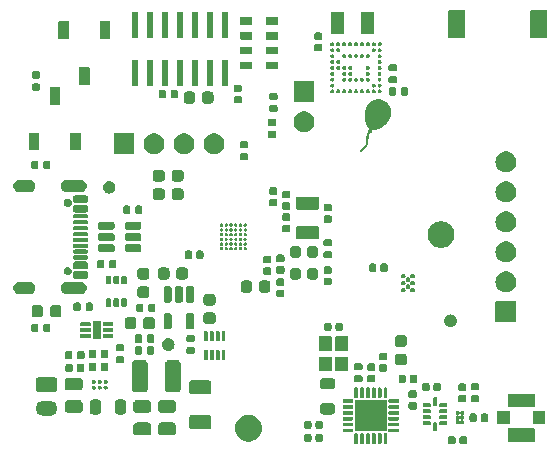
<source format=gts>
G04 #@! TF.GenerationSoftware,KiCad,Pcbnew,8.0.1*
G04 #@! TF.CreationDate,2024-09-12T17:06:28-04:00*
G04 #@! TF.ProjectId,Digital,44696769-7461-46c2-9e6b-696361645f70,rev?*
G04 #@! TF.SameCoordinates,Original*
G04 #@! TF.FileFunction,Soldermask,Top*
G04 #@! TF.FilePolarity,Negative*
%FSLAX46Y46*%
G04 Gerber Fmt 4.6, Leading zero omitted, Abs format (unit mm)*
G04 Created by KiCad (PCBNEW 8.0.1) date 2024-09-12 17:06:28*
%MOMM*%
%LPD*%
G01*
G04 APERTURE LIST*
G04 APERTURE END LIST*
G36*
X188328118Y-150865549D02*
G01*
X188385865Y-150904135D01*
X188424451Y-150961882D01*
X188438000Y-151030000D01*
X188438000Y-151370000D01*
X188424451Y-151438118D01*
X188385865Y-151495865D01*
X188328118Y-151534451D01*
X188260000Y-151548000D01*
X187980000Y-151548000D01*
X187911882Y-151534451D01*
X187854135Y-151495865D01*
X187815549Y-151438118D01*
X187802000Y-151370000D01*
X187802000Y-151030000D01*
X187815549Y-150961882D01*
X187854135Y-150904135D01*
X187911882Y-150865549D01*
X187980000Y-150852000D01*
X188260000Y-150852000D01*
X188328118Y-150865549D01*
G37*
G36*
X189288118Y-150865549D02*
G01*
X189345865Y-150904135D01*
X189384451Y-150961882D01*
X189398000Y-151030000D01*
X189398000Y-151370000D01*
X189384451Y-151438118D01*
X189345865Y-151495865D01*
X189288118Y-151534451D01*
X189220000Y-151548000D01*
X188940000Y-151548000D01*
X188871882Y-151534451D01*
X188814135Y-151495865D01*
X188775549Y-151438118D01*
X188762000Y-151370000D01*
X188762000Y-151030000D01*
X188775549Y-150961882D01*
X188814135Y-150904135D01*
X188871882Y-150865549D01*
X188940000Y-150852000D01*
X189220000Y-150852000D01*
X189288118Y-150865549D01*
G37*
G36*
X180100960Y-150632150D02*
G01*
X180133564Y-150653936D01*
X180155350Y-150686540D01*
X180163000Y-150725000D01*
X180163000Y-151425000D01*
X180155350Y-151463460D01*
X180133564Y-151496064D01*
X180100960Y-151517850D01*
X180062500Y-151525500D01*
X179937500Y-151525500D01*
X179899040Y-151517850D01*
X179866436Y-151496064D01*
X179844650Y-151463460D01*
X179837000Y-151425000D01*
X179837000Y-150725000D01*
X179844650Y-150686540D01*
X179866436Y-150653936D01*
X179899040Y-150632150D01*
X179937500Y-150624500D01*
X180062500Y-150624500D01*
X180100960Y-150632150D01*
G37*
G36*
X180600960Y-150632150D02*
G01*
X180633564Y-150653936D01*
X180655350Y-150686540D01*
X180663000Y-150725000D01*
X180663000Y-151425000D01*
X180655350Y-151463460D01*
X180633564Y-151496064D01*
X180600960Y-151517850D01*
X180562500Y-151525500D01*
X180437500Y-151525500D01*
X180399040Y-151517850D01*
X180366436Y-151496064D01*
X180344650Y-151463460D01*
X180337000Y-151425000D01*
X180337000Y-150725000D01*
X180344650Y-150686540D01*
X180366436Y-150653936D01*
X180399040Y-150632150D01*
X180437500Y-150624500D01*
X180562500Y-150624500D01*
X180600960Y-150632150D01*
G37*
G36*
X181100960Y-150632150D02*
G01*
X181133564Y-150653936D01*
X181155350Y-150686540D01*
X181163000Y-150725000D01*
X181163000Y-151425000D01*
X181155350Y-151463460D01*
X181133564Y-151496064D01*
X181100960Y-151517850D01*
X181062500Y-151525500D01*
X180937500Y-151525500D01*
X180899040Y-151517850D01*
X180866436Y-151496064D01*
X180844650Y-151463460D01*
X180837000Y-151425000D01*
X180837000Y-150725000D01*
X180844650Y-150686540D01*
X180866436Y-150653936D01*
X180899040Y-150632150D01*
X180937500Y-150624500D01*
X181062500Y-150624500D01*
X181100960Y-150632150D01*
G37*
G36*
X181600960Y-150632150D02*
G01*
X181633564Y-150653936D01*
X181655350Y-150686540D01*
X181663000Y-150725000D01*
X181663000Y-151425000D01*
X181655350Y-151463460D01*
X181633564Y-151496064D01*
X181600960Y-151517850D01*
X181562500Y-151525500D01*
X181437500Y-151525500D01*
X181399040Y-151517850D01*
X181366436Y-151496064D01*
X181344650Y-151463460D01*
X181337000Y-151425000D01*
X181337000Y-150725000D01*
X181344650Y-150686540D01*
X181366436Y-150653936D01*
X181399040Y-150632150D01*
X181437500Y-150624500D01*
X181562500Y-150624500D01*
X181600960Y-150632150D01*
G37*
G36*
X182100960Y-150632150D02*
G01*
X182133564Y-150653936D01*
X182155350Y-150686540D01*
X182163000Y-150725000D01*
X182163000Y-151425000D01*
X182155350Y-151463460D01*
X182133564Y-151496064D01*
X182100960Y-151517850D01*
X182062500Y-151525500D01*
X181937500Y-151525500D01*
X181899040Y-151517850D01*
X181866436Y-151496064D01*
X181844650Y-151463460D01*
X181837000Y-151425000D01*
X181837000Y-150725000D01*
X181844650Y-150686540D01*
X181866436Y-150653936D01*
X181899040Y-150632150D01*
X181937500Y-150624500D01*
X182062500Y-150624500D01*
X182100960Y-150632150D01*
G37*
G36*
X182600960Y-150632150D02*
G01*
X182633564Y-150653936D01*
X182655350Y-150686540D01*
X182663000Y-150725000D01*
X182663000Y-151425000D01*
X182655350Y-151463460D01*
X182633564Y-151496064D01*
X182600960Y-151517850D01*
X182562500Y-151525500D01*
X182437500Y-151525500D01*
X182399040Y-151517850D01*
X182366436Y-151496064D01*
X182344650Y-151463460D01*
X182337000Y-151425000D01*
X182337000Y-150725000D01*
X182344650Y-150686540D01*
X182366436Y-150653936D01*
X182399040Y-150632150D01*
X182437500Y-150624500D01*
X182562500Y-150624500D01*
X182600960Y-150632150D01*
G37*
G36*
X176128118Y-150665549D02*
G01*
X176185865Y-150704135D01*
X176224451Y-150761882D01*
X176238000Y-150830000D01*
X176238000Y-151170000D01*
X176224451Y-151238118D01*
X176185865Y-151295865D01*
X176128118Y-151334451D01*
X176060000Y-151348000D01*
X175780000Y-151348000D01*
X175711882Y-151334451D01*
X175654135Y-151295865D01*
X175615549Y-151238118D01*
X175602000Y-151170000D01*
X175602000Y-150830000D01*
X175615549Y-150761882D01*
X175654135Y-150704135D01*
X175711882Y-150665549D01*
X175780000Y-150652000D01*
X176060000Y-150652000D01*
X176128118Y-150665549D01*
G37*
G36*
X177088118Y-150665549D02*
G01*
X177145865Y-150704135D01*
X177184451Y-150761882D01*
X177198000Y-150830000D01*
X177198000Y-151170000D01*
X177184451Y-151238118D01*
X177145865Y-151295865D01*
X177088118Y-151334451D01*
X177020000Y-151348000D01*
X176740000Y-151348000D01*
X176671882Y-151334451D01*
X176614135Y-151295865D01*
X176575549Y-151238118D01*
X176562000Y-151170000D01*
X176562000Y-150830000D01*
X176575549Y-150761882D01*
X176614135Y-150704135D01*
X176671882Y-150665549D01*
X176740000Y-150652000D01*
X177020000Y-150652000D01*
X177088118Y-150665549D01*
G37*
G36*
X195114542Y-150214893D02*
G01*
X195126870Y-150223130D01*
X195135107Y-150235458D01*
X195138000Y-150250000D01*
X195138000Y-151300000D01*
X195135107Y-151314542D01*
X195126870Y-151326870D01*
X195114542Y-151335107D01*
X195100000Y-151338000D01*
X192900000Y-151338000D01*
X192885458Y-151335107D01*
X192873130Y-151326870D01*
X192864893Y-151314542D01*
X192862000Y-151300000D01*
X192862000Y-150250000D01*
X192864893Y-150235458D01*
X192873130Y-150223130D01*
X192885458Y-150214893D01*
X192900000Y-150212000D01*
X195100000Y-150212000D01*
X195114542Y-150214893D01*
G37*
G36*
X171211428Y-149105442D02*
G01*
X171407250Y-149181304D01*
X171585798Y-149291856D01*
X171740992Y-149433334D01*
X171867547Y-149600920D01*
X171961153Y-149788907D01*
X172018623Y-149990893D01*
X172038000Y-150200000D01*
X172018623Y-150409107D01*
X171961153Y-150611093D01*
X171867547Y-150799080D01*
X171740992Y-150966666D01*
X171585798Y-151108144D01*
X171407250Y-151218696D01*
X171211428Y-151294558D01*
X171005001Y-151333145D01*
X170794999Y-151333145D01*
X170588572Y-151294558D01*
X170392750Y-151218696D01*
X170214202Y-151108144D01*
X170059008Y-150966666D01*
X169932453Y-150799080D01*
X169838847Y-150611093D01*
X169781377Y-150409107D01*
X169762000Y-150200000D01*
X169781377Y-149990893D01*
X169838847Y-149788907D01*
X169932453Y-149600920D01*
X170059008Y-149433334D01*
X170214202Y-149291856D01*
X170392750Y-149181304D01*
X170588572Y-149105442D01*
X170794999Y-149066855D01*
X171005001Y-149066855D01*
X171211428Y-149105442D01*
G37*
G36*
X162440938Y-149719650D02*
G01*
X162445653Y-149721732D01*
X162448326Y-149722084D01*
X162481770Y-149737679D01*
X162537759Y-149762401D01*
X162612599Y-149837241D01*
X162637330Y-149893251D01*
X162652915Y-149926673D01*
X162653266Y-149929343D01*
X162655350Y-149934062D01*
X162663000Y-150000000D01*
X162663000Y-150500000D01*
X162655350Y-150565938D01*
X162653266Y-150570656D01*
X162652915Y-150573326D01*
X162637338Y-150606730D01*
X162612599Y-150662759D01*
X162537759Y-150737599D01*
X162481730Y-150762338D01*
X162448326Y-150777915D01*
X162445656Y-150778266D01*
X162440938Y-150780350D01*
X162375000Y-150788000D01*
X161425000Y-150788000D01*
X161359062Y-150780350D01*
X161354343Y-150778266D01*
X161351673Y-150777915D01*
X161318251Y-150762330D01*
X161262241Y-150737599D01*
X161187401Y-150662759D01*
X161162679Y-150606770D01*
X161147084Y-150573326D01*
X161146732Y-150570653D01*
X161144650Y-150565938D01*
X161137000Y-150500000D01*
X161137000Y-150000000D01*
X161144650Y-149934062D01*
X161146732Y-149929346D01*
X161147084Y-149926673D01*
X161162687Y-149893210D01*
X161187401Y-149837241D01*
X161262241Y-149762401D01*
X161318210Y-149737687D01*
X161351673Y-149722084D01*
X161354346Y-149721732D01*
X161359062Y-149719650D01*
X161425000Y-149712000D01*
X162375000Y-149712000D01*
X162440938Y-149719650D01*
G37*
G36*
X164540938Y-149719650D02*
G01*
X164545653Y-149721732D01*
X164548326Y-149722084D01*
X164581770Y-149737679D01*
X164637759Y-149762401D01*
X164712599Y-149837241D01*
X164737330Y-149893251D01*
X164752915Y-149926673D01*
X164753266Y-149929343D01*
X164755350Y-149934062D01*
X164763000Y-150000000D01*
X164763000Y-150500000D01*
X164755350Y-150565938D01*
X164753266Y-150570656D01*
X164752915Y-150573326D01*
X164737338Y-150606730D01*
X164712599Y-150662759D01*
X164637759Y-150737599D01*
X164581730Y-150762338D01*
X164548326Y-150777915D01*
X164545656Y-150778266D01*
X164540938Y-150780350D01*
X164475000Y-150788000D01*
X163525000Y-150788000D01*
X163459062Y-150780350D01*
X163454343Y-150778266D01*
X163451673Y-150777915D01*
X163418251Y-150762330D01*
X163362241Y-150737599D01*
X163287401Y-150662759D01*
X163262679Y-150606770D01*
X163247084Y-150573326D01*
X163246732Y-150570653D01*
X163244650Y-150565938D01*
X163237000Y-150500000D01*
X163237000Y-150000000D01*
X163244650Y-149934062D01*
X163246732Y-149929346D01*
X163247084Y-149926673D01*
X163262687Y-149893210D01*
X163287401Y-149837241D01*
X163362241Y-149762401D01*
X163418210Y-149737687D01*
X163451673Y-149722084D01*
X163454346Y-149721732D01*
X163459062Y-149719650D01*
X163525000Y-149712000D01*
X164475000Y-149712000D01*
X164540938Y-149719650D01*
G37*
G36*
X179700960Y-150232150D02*
G01*
X179733564Y-150253936D01*
X179755350Y-150286540D01*
X179763000Y-150325000D01*
X179763000Y-150450000D01*
X179755350Y-150488460D01*
X179733564Y-150521064D01*
X179700960Y-150542850D01*
X179662500Y-150550500D01*
X178962500Y-150550500D01*
X178924040Y-150542850D01*
X178891436Y-150521064D01*
X178869650Y-150488460D01*
X178862000Y-150450000D01*
X178862000Y-150325000D01*
X178869650Y-150286540D01*
X178891436Y-150253936D01*
X178924040Y-150232150D01*
X178962500Y-150224500D01*
X179662500Y-150224500D01*
X179700960Y-150232150D01*
G37*
G36*
X183575960Y-150232150D02*
G01*
X183608564Y-150253936D01*
X183630350Y-150286540D01*
X183638000Y-150325000D01*
X183638000Y-150450000D01*
X183630350Y-150488460D01*
X183608564Y-150521064D01*
X183575960Y-150542850D01*
X183537500Y-150550500D01*
X182837500Y-150550500D01*
X182799040Y-150542850D01*
X182766436Y-150521064D01*
X182744650Y-150488460D01*
X182737000Y-150450000D01*
X182737000Y-150325000D01*
X182744650Y-150286540D01*
X182766436Y-150253936D01*
X182799040Y-150232150D01*
X182837500Y-150224500D01*
X183537500Y-150224500D01*
X183575960Y-150232150D01*
G37*
G36*
X182564542Y-147802393D02*
G01*
X182576870Y-147810630D01*
X182585107Y-147822958D01*
X182588000Y-147837500D01*
X182588000Y-150437500D01*
X182585107Y-150452042D01*
X182576870Y-150464370D01*
X182564542Y-150472607D01*
X182550000Y-150475500D01*
X179950000Y-150475500D01*
X179935458Y-150472607D01*
X179923130Y-150464370D01*
X179914893Y-150452042D01*
X179912000Y-150437500D01*
X179912000Y-147837500D01*
X179914893Y-147822958D01*
X179923130Y-147810630D01*
X179935458Y-147802393D01*
X179950000Y-147799500D01*
X182550000Y-147799500D01*
X182564542Y-147802393D01*
G37*
G36*
X186818243Y-149720602D02*
G01*
X186854903Y-149745097D01*
X186879398Y-149781757D01*
X186888000Y-149825000D01*
X186888000Y-150300000D01*
X186879398Y-150343243D01*
X186854903Y-150379903D01*
X186818243Y-150404398D01*
X186775000Y-150413000D01*
X186625000Y-150413000D01*
X186581757Y-150404398D01*
X186545097Y-150379903D01*
X186520602Y-150343243D01*
X186512000Y-150300000D01*
X186512000Y-149825000D01*
X186520602Y-149781757D01*
X186545097Y-149745097D01*
X186581757Y-149720602D01*
X186625000Y-149712000D01*
X186775000Y-149712000D01*
X186818243Y-149720602D01*
G37*
G36*
X167515938Y-149069650D02*
G01*
X167520653Y-149071732D01*
X167523326Y-149072084D01*
X167556770Y-149087679D01*
X167612759Y-149112401D01*
X167687599Y-149187241D01*
X167712330Y-149243251D01*
X167727915Y-149276673D01*
X167728266Y-149279343D01*
X167730350Y-149284062D01*
X167738000Y-149350000D01*
X167738000Y-150000000D01*
X167730350Y-150065938D01*
X167728266Y-150070656D01*
X167727915Y-150073326D01*
X167712338Y-150106730D01*
X167687599Y-150162759D01*
X167612759Y-150237599D01*
X167556730Y-150262338D01*
X167523326Y-150277915D01*
X167520656Y-150278266D01*
X167515938Y-150280350D01*
X167450000Y-150288000D01*
X166150000Y-150288000D01*
X166084062Y-150280350D01*
X166079343Y-150278266D01*
X166076673Y-150277915D01*
X166043251Y-150262330D01*
X165987241Y-150237599D01*
X165912401Y-150162759D01*
X165887679Y-150106770D01*
X165872084Y-150073326D01*
X165871732Y-150070653D01*
X165869650Y-150065938D01*
X165862000Y-150000000D01*
X165862000Y-149350000D01*
X165869650Y-149284062D01*
X165871732Y-149279346D01*
X165872084Y-149276673D01*
X165887687Y-149243210D01*
X165912401Y-149187241D01*
X165987241Y-149112401D01*
X166043210Y-149087687D01*
X166076673Y-149072084D01*
X166079346Y-149071732D01*
X166084062Y-149069650D01*
X166150000Y-149062000D01*
X167450000Y-149062000D01*
X167515938Y-149069650D01*
G37*
G36*
X176128118Y-149565549D02*
G01*
X176185865Y-149604135D01*
X176224451Y-149661882D01*
X176238000Y-149730000D01*
X176238000Y-150070000D01*
X176224451Y-150138118D01*
X176185865Y-150195865D01*
X176128118Y-150234451D01*
X176060000Y-150248000D01*
X175780000Y-150248000D01*
X175711882Y-150234451D01*
X175654135Y-150195865D01*
X175615549Y-150138118D01*
X175602000Y-150070000D01*
X175602000Y-149730000D01*
X175615549Y-149661882D01*
X175654135Y-149604135D01*
X175711882Y-149565549D01*
X175780000Y-149552000D01*
X176060000Y-149552000D01*
X176128118Y-149565549D01*
G37*
G36*
X177088118Y-149565549D02*
G01*
X177145865Y-149604135D01*
X177184451Y-149661882D01*
X177198000Y-149730000D01*
X177198000Y-150070000D01*
X177184451Y-150138118D01*
X177145865Y-150195865D01*
X177088118Y-150234451D01*
X177020000Y-150248000D01*
X176740000Y-150248000D01*
X176671882Y-150234451D01*
X176614135Y-150195865D01*
X176575549Y-150138118D01*
X176562000Y-150070000D01*
X176562000Y-149730000D01*
X176575549Y-149661882D01*
X176614135Y-149604135D01*
X176671882Y-149565549D01*
X176740000Y-149552000D01*
X177020000Y-149552000D01*
X177088118Y-149565549D01*
G37*
G36*
X179700960Y-149732150D02*
G01*
X179733564Y-149753936D01*
X179755350Y-149786540D01*
X179763000Y-149825000D01*
X179763000Y-149950000D01*
X179755350Y-149988460D01*
X179733564Y-150021064D01*
X179700960Y-150042850D01*
X179662500Y-150050500D01*
X178962500Y-150050500D01*
X178924040Y-150042850D01*
X178891436Y-150021064D01*
X178869650Y-149988460D01*
X178862000Y-149950000D01*
X178862000Y-149825000D01*
X178869650Y-149786540D01*
X178891436Y-149753936D01*
X178924040Y-149732150D01*
X178962500Y-149724500D01*
X179662500Y-149724500D01*
X179700960Y-149732150D01*
G37*
G36*
X183575960Y-149732150D02*
G01*
X183608564Y-149753936D01*
X183630350Y-149786540D01*
X183638000Y-149825000D01*
X183638000Y-149950000D01*
X183630350Y-149988460D01*
X183608564Y-150021064D01*
X183575960Y-150042850D01*
X183537500Y-150050500D01*
X182837500Y-150050500D01*
X182799040Y-150042850D01*
X182766436Y-150021064D01*
X182744650Y-149988460D01*
X182737000Y-149950000D01*
X182737000Y-149825000D01*
X182744650Y-149786540D01*
X182766436Y-149753936D01*
X182799040Y-149732150D01*
X182837500Y-149724500D01*
X183537500Y-149724500D01*
X183575960Y-149732150D01*
G37*
G36*
X186268243Y-149570602D02*
G01*
X186304903Y-149595097D01*
X186329398Y-149631757D01*
X186338000Y-149675000D01*
X186338000Y-149825000D01*
X186329398Y-149868243D01*
X186304903Y-149904903D01*
X186268243Y-149929398D01*
X186225000Y-149938000D01*
X185775000Y-149938000D01*
X185731757Y-149929398D01*
X185695097Y-149904903D01*
X185670602Y-149868243D01*
X185662000Y-149825000D01*
X185662000Y-149675000D01*
X185670602Y-149631757D01*
X185695097Y-149595097D01*
X185731757Y-149570602D01*
X185775000Y-149562000D01*
X186225000Y-149562000D01*
X186268243Y-149570602D01*
G37*
G36*
X187668243Y-149570602D02*
G01*
X187704903Y-149595097D01*
X187729398Y-149631757D01*
X187738000Y-149675000D01*
X187738000Y-149825000D01*
X187729398Y-149868243D01*
X187704903Y-149904903D01*
X187668243Y-149929398D01*
X187625000Y-149938000D01*
X187175000Y-149938000D01*
X187131757Y-149929398D01*
X187095097Y-149904903D01*
X187070602Y-149868243D01*
X187062000Y-149825000D01*
X187062000Y-149675000D01*
X187070602Y-149631757D01*
X187095097Y-149595097D01*
X187131757Y-149570602D01*
X187175000Y-149562000D01*
X187625000Y-149562000D01*
X187668243Y-149570602D01*
G37*
G36*
X188700960Y-148744650D02*
G01*
X188733564Y-148766436D01*
X188755350Y-148799040D01*
X188755839Y-148801502D01*
X188773275Y-148827596D01*
X188826725Y-148827596D01*
X188844160Y-148801501D01*
X188844650Y-148799040D01*
X188866436Y-148766436D01*
X188899040Y-148744650D01*
X188937500Y-148737000D01*
X189062500Y-148737000D01*
X189100960Y-148744650D01*
X189133564Y-148766436D01*
X189155350Y-148799040D01*
X189163000Y-148837500D01*
X189163000Y-148962500D01*
X189155350Y-149000960D01*
X189133564Y-149033564D01*
X189100960Y-149055350D01*
X189098495Y-149055840D01*
X189072403Y-149073275D01*
X189072403Y-149126725D01*
X189098496Y-149144160D01*
X189100960Y-149144650D01*
X189133564Y-149166436D01*
X189155350Y-149199040D01*
X189163000Y-149237500D01*
X189163000Y-149362500D01*
X189155350Y-149400960D01*
X189133564Y-149433564D01*
X189100960Y-149455350D01*
X189098495Y-149455840D01*
X189072403Y-149473275D01*
X189072403Y-149526725D01*
X189098496Y-149544160D01*
X189100960Y-149544650D01*
X189133564Y-149566436D01*
X189155350Y-149599040D01*
X189163000Y-149637500D01*
X189163000Y-149762500D01*
X189155350Y-149800960D01*
X189133564Y-149833564D01*
X189100960Y-149855350D01*
X189062500Y-149863000D01*
X188937500Y-149863000D01*
X188899040Y-149855350D01*
X188866436Y-149833564D01*
X188844650Y-149800960D01*
X188844160Y-149798496D01*
X188826725Y-149772403D01*
X188773275Y-149772403D01*
X188755840Y-149798495D01*
X188755350Y-149800960D01*
X188733564Y-149833564D01*
X188700960Y-149855350D01*
X188662500Y-149863000D01*
X188537500Y-149863000D01*
X188499040Y-149855350D01*
X188466436Y-149833564D01*
X188444650Y-149800960D01*
X188437000Y-149762500D01*
X188437000Y-149637500D01*
X188444650Y-149599040D01*
X188466436Y-149566436D01*
X188499040Y-149544650D01*
X188501501Y-149544160D01*
X188527596Y-149526725D01*
X188672403Y-149526725D01*
X188698496Y-149544160D01*
X188700960Y-149544650D01*
X188733564Y-149566436D01*
X188755350Y-149599040D01*
X188755839Y-149601502D01*
X188773275Y-149627596D01*
X188826725Y-149627596D01*
X188844160Y-149601501D01*
X188844650Y-149599040D01*
X188866436Y-149566436D01*
X188899040Y-149544650D01*
X188901501Y-149544160D01*
X188927596Y-149526725D01*
X188927596Y-149473275D01*
X188901502Y-149455839D01*
X188899040Y-149455350D01*
X188866436Y-149433564D01*
X188844650Y-149400960D01*
X188844160Y-149398496D01*
X188826725Y-149372403D01*
X188773275Y-149372403D01*
X188755840Y-149398495D01*
X188755350Y-149400960D01*
X188733564Y-149433564D01*
X188700960Y-149455350D01*
X188698495Y-149455840D01*
X188672403Y-149473275D01*
X188672403Y-149526725D01*
X188527596Y-149526725D01*
X188527596Y-149473275D01*
X188501502Y-149455839D01*
X188499040Y-149455350D01*
X188466436Y-149433564D01*
X188444650Y-149400960D01*
X188437000Y-149362500D01*
X188437000Y-149237500D01*
X188444650Y-149199040D01*
X188466436Y-149166436D01*
X188499040Y-149144650D01*
X188501501Y-149144160D01*
X188527596Y-149126725D01*
X188672403Y-149126725D01*
X188698496Y-149144160D01*
X188700960Y-149144650D01*
X188733564Y-149166436D01*
X188755350Y-149199040D01*
X188755839Y-149201502D01*
X188773275Y-149227596D01*
X188826725Y-149227596D01*
X188844160Y-149201501D01*
X188844650Y-149199040D01*
X188866436Y-149166436D01*
X188899040Y-149144650D01*
X188901501Y-149144160D01*
X188927596Y-149126725D01*
X188927596Y-149073275D01*
X188901502Y-149055839D01*
X188899040Y-149055350D01*
X188866436Y-149033564D01*
X188844650Y-149000960D01*
X188844160Y-148998496D01*
X188826725Y-148972403D01*
X188773275Y-148972403D01*
X188755840Y-148998495D01*
X188755350Y-149000960D01*
X188733564Y-149033564D01*
X188700960Y-149055350D01*
X188698495Y-149055840D01*
X188672403Y-149073275D01*
X188672403Y-149126725D01*
X188527596Y-149126725D01*
X188527596Y-149073275D01*
X188501502Y-149055839D01*
X188499040Y-149055350D01*
X188466436Y-149033564D01*
X188444650Y-149000960D01*
X188437000Y-148962500D01*
X188437000Y-148837500D01*
X188444650Y-148799040D01*
X188466436Y-148766436D01*
X188499040Y-148744650D01*
X188537500Y-148737000D01*
X188662500Y-148737000D01*
X188700960Y-148744650D01*
G37*
G36*
X193014542Y-148764893D02*
G01*
X193026870Y-148773130D01*
X193035107Y-148785458D01*
X193038000Y-148800000D01*
X193038000Y-149800000D01*
X193035107Y-149814542D01*
X193026870Y-149826870D01*
X193014542Y-149835107D01*
X193000000Y-149838000D01*
X192000000Y-149838000D01*
X191985458Y-149835107D01*
X191973130Y-149826870D01*
X191964893Y-149814542D01*
X191962000Y-149800000D01*
X191962000Y-148800000D01*
X191964893Y-148785458D01*
X191973130Y-148773130D01*
X191985458Y-148764893D01*
X192000000Y-148762000D01*
X193000000Y-148762000D01*
X193014542Y-148764893D01*
G37*
G36*
X196014542Y-148764893D02*
G01*
X196026870Y-148773130D01*
X196035107Y-148785458D01*
X196038000Y-148800000D01*
X196038000Y-149800000D01*
X196035107Y-149814542D01*
X196026870Y-149826870D01*
X196014542Y-149835107D01*
X196000000Y-149838000D01*
X195000000Y-149838000D01*
X194985458Y-149835107D01*
X194973130Y-149826870D01*
X194964893Y-149814542D01*
X194962000Y-149800000D01*
X194962000Y-148800000D01*
X194964893Y-148785458D01*
X194973130Y-148773130D01*
X194985458Y-148764893D01*
X195000000Y-148762000D01*
X196000000Y-148762000D01*
X196014542Y-148764893D01*
G37*
G36*
X190128118Y-148965549D02*
G01*
X190185865Y-149004135D01*
X190224451Y-149061882D01*
X190238000Y-149130000D01*
X190238000Y-149470000D01*
X190224451Y-149538118D01*
X190185865Y-149595865D01*
X190128118Y-149634451D01*
X190060000Y-149648000D01*
X189780000Y-149648000D01*
X189711882Y-149634451D01*
X189654135Y-149595865D01*
X189615549Y-149538118D01*
X189602000Y-149470000D01*
X189602000Y-149130000D01*
X189615549Y-149061882D01*
X189654135Y-149004135D01*
X189711882Y-148965549D01*
X189780000Y-148952000D01*
X190060000Y-148952000D01*
X190128118Y-148965549D01*
G37*
G36*
X191088118Y-148965549D02*
G01*
X191145865Y-149004135D01*
X191184451Y-149061882D01*
X191198000Y-149130000D01*
X191198000Y-149470000D01*
X191184451Y-149538118D01*
X191145865Y-149595865D01*
X191088118Y-149634451D01*
X191020000Y-149648000D01*
X190740000Y-149648000D01*
X190671882Y-149634451D01*
X190614135Y-149595865D01*
X190575549Y-149538118D01*
X190562000Y-149470000D01*
X190562000Y-149130000D01*
X190575549Y-149061882D01*
X190614135Y-149004135D01*
X190671882Y-148965549D01*
X190740000Y-148952000D01*
X191020000Y-148952000D01*
X191088118Y-148965549D01*
G37*
G36*
X179700960Y-149232150D02*
G01*
X179733564Y-149253936D01*
X179755350Y-149286540D01*
X179763000Y-149325000D01*
X179763000Y-149450000D01*
X179755350Y-149488460D01*
X179733564Y-149521064D01*
X179700960Y-149542850D01*
X179662500Y-149550500D01*
X178962500Y-149550500D01*
X178924040Y-149542850D01*
X178891436Y-149521064D01*
X178869650Y-149488460D01*
X178862000Y-149450000D01*
X178862000Y-149325000D01*
X178869650Y-149286540D01*
X178891436Y-149253936D01*
X178924040Y-149232150D01*
X178962500Y-149224500D01*
X179662500Y-149224500D01*
X179700960Y-149232150D01*
G37*
G36*
X183575960Y-149232150D02*
G01*
X183608564Y-149253936D01*
X183630350Y-149286540D01*
X183638000Y-149325000D01*
X183638000Y-149450000D01*
X183630350Y-149488460D01*
X183608564Y-149521064D01*
X183575960Y-149542850D01*
X183537500Y-149550500D01*
X182837500Y-149550500D01*
X182799040Y-149542850D01*
X182766436Y-149521064D01*
X182744650Y-149488460D01*
X182737000Y-149450000D01*
X182737000Y-149325000D01*
X182744650Y-149286540D01*
X182766436Y-149253936D01*
X182799040Y-149232150D01*
X182837500Y-149224500D01*
X183537500Y-149224500D01*
X183575960Y-149232150D01*
G37*
G36*
X186268243Y-149070602D02*
G01*
X186304903Y-149095097D01*
X186329398Y-149131757D01*
X186338000Y-149175000D01*
X186338000Y-149325000D01*
X186329398Y-149368243D01*
X186304903Y-149404903D01*
X186268243Y-149429398D01*
X186225000Y-149438000D01*
X185775000Y-149438000D01*
X185731757Y-149429398D01*
X185695097Y-149404903D01*
X185670602Y-149368243D01*
X185662000Y-149325000D01*
X185662000Y-149175000D01*
X185670602Y-149131757D01*
X185695097Y-149095097D01*
X185731757Y-149070602D01*
X185775000Y-149062000D01*
X186225000Y-149062000D01*
X186268243Y-149070602D01*
G37*
G36*
X187668243Y-149070602D02*
G01*
X187704903Y-149095097D01*
X187729398Y-149131757D01*
X187738000Y-149175000D01*
X187738000Y-149325000D01*
X187729398Y-149368243D01*
X187704903Y-149404903D01*
X187668243Y-149429398D01*
X187625000Y-149438000D01*
X187175000Y-149438000D01*
X187131757Y-149429398D01*
X187095097Y-149404903D01*
X187070602Y-149368243D01*
X187062000Y-149325000D01*
X187062000Y-149175000D01*
X187070602Y-149131757D01*
X187095097Y-149095097D01*
X187131757Y-149070602D01*
X187175000Y-149062000D01*
X187625000Y-149062000D01*
X187668243Y-149070602D01*
G37*
G36*
X154137535Y-147865072D02*
G01*
X154260202Y-147889472D01*
X154375751Y-147937334D01*
X154479743Y-148006819D01*
X154568181Y-148095257D01*
X154637666Y-148199249D01*
X154685528Y-148314798D01*
X154709928Y-148437465D01*
X154709928Y-148562535D01*
X154685528Y-148685202D01*
X154637666Y-148800751D01*
X154568181Y-148904743D01*
X154479743Y-148993181D01*
X154375751Y-149062666D01*
X154260202Y-149110528D01*
X154137535Y-149134928D01*
X153525000Y-149138000D01*
X153462465Y-149134928D01*
X153339798Y-149110528D01*
X153224249Y-149062666D01*
X153120257Y-148993181D01*
X153031819Y-148904743D01*
X152962334Y-148800751D01*
X152914472Y-148685202D01*
X152890072Y-148562535D01*
X152890072Y-148437465D01*
X152914472Y-148314798D01*
X152962334Y-148199249D01*
X153031819Y-148095257D01*
X153120257Y-148006819D01*
X153224249Y-147937334D01*
X153339798Y-147889472D01*
X153462465Y-147865072D01*
X154075000Y-147862000D01*
X154137535Y-147865072D01*
G37*
G36*
X179700960Y-148732150D02*
G01*
X179733564Y-148753936D01*
X179755350Y-148786540D01*
X179763000Y-148825000D01*
X179763000Y-148950000D01*
X179755350Y-148988460D01*
X179733564Y-149021064D01*
X179700960Y-149042850D01*
X179662500Y-149050500D01*
X178962500Y-149050500D01*
X178924040Y-149042850D01*
X178891436Y-149021064D01*
X178869650Y-148988460D01*
X178862000Y-148950000D01*
X178862000Y-148825000D01*
X178869650Y-148786540D01*
X178891436Y-148753936D01*
X178924040Y-148732150D01*
X178962500Y-148724500D01*
X179662500Y-148724500D01*
X179700960Y-148732150D01*
G37*
G36*
X183575960Y-148732150D02*
G01*
X183608564Y-148753936D01*
X183630350Y-148786540D01*
X183638000Y-148825000D01*
X183638000Y-148950000D01*
X183630350Y-148988460D01*
X183608564Y-149021064D01*
X183575960Y-149042850D01*
X183537500Y-149050500D01*
X182837500Y-149050500D01*
X182799040Y-149042850D01*
X182766436Y-149021064D01*
X182744650Y-148988460D01*
X182737000Y-148950000D01*
X182737000Y-148825000D01*
X182744650Y-148786540D01*
X182766436Y-148753936D01*
X182799040Y-148732150D01*
X182837500Y-148724500D01*
X183537500Y-148724500D01*
X183575960Y-148732150D01*
G37*
G36*
X158160297Y-147762805D02*
G01*
X158213203Y-147768943D01*
X158231279Y-147776924D01*
X158254504Y-147781544D01*
X158279367Y-147798157D01*
X158300858Y-147807646D01*
X158315535Y-147822323D01*
X158337800Y-147837200D01*
X158352676Y-147859464D01*
X158367353Y-147874141D01*
X158376841Y-147895629D01*
X158393456Y-147920496D01*
X158398076Y-147943723D01*
X158406056Y-147961796D01*
X158412192Y-148014691D01*
X158413000Y-148018750D01*
X158413000Y-148781250D01*
X158412192Y-148785309D01*
X158406056Y-148838203D01*
X158398076Y-148856274D01*
X158393456Y-148879504D01*
X158376839Y-148904372D01*
X158367353Y-148925858D01*
X158352678Y-148940532D01*
X158337800Y-148962800D01*
X158315532Y-148977678D01*
X158300858Y-148992353D01*
X158279372Y-149001839D01*
X158254504Y-149018456D01*
X158231274Y-149023076D01*
X158213203Y-149031056D01*
X158160309Y-149037192D01*
X158156250Y-149038000D01*
X157718750Y-149038000D01*
X157714691Y-149037192D01*
X157661796Y-149031056D01*
X157643723Y-149023076D01*
X157620496Y-149018456D01*
X157595629Y-149001841D01*
X157574141Y-148992353D01*
X157559464Y-148977676D01*
X157537200Y-148962800D01*
X157522323Y-148940535D01*
X157507646Y-148925858D01*
X157498157Y-148904367D01*
X157481544Y-148879504D01*
X157476924Y-148856279D01*
X157468943Y-148838203D01*
X157462805Y-148785297D01*
X157462000Y-148781250D01*
X157462000Y-148018750D01*
X157462804Y-148014703D01*
X157468943Y-147961796D01*
X157476924Y-147943719D01*
X157481544Y-147920496D01*
X157498155Y-147895634D01*
X157507646Y-147874141D01*
X157522325Y-147859461D01*
X157537200Y-147837200D01*
X157559461Y-147822325D01*
X157574141Y-147807646D01*
X157595634Y-147798155D01*
X157620496Y-147781544D01*
X157643719Y-147776924D01*
X157661796Y-147768943D01*
X157714703Y-147762804D01*
X157718750Y-147762000D01*
X158156250Y-147762000D01*
X158160297Y-147762805D01*
G37*
G36*
X160285297Y-147762805D02*
G01*
X160338203Y-147768943D01*
X160356279Y-147776924D01*
X160379504Y-147781544D01*
X160404367Y-147798157D01*
X160425858Y-147807646D01*
X160440535Y-147822323D01*
X160462800Y-147837200D01*
X160477676Y-147859464D01*
X160492353Y-147874141D01*
X160501841Y-147895629D01*
X160518456Y-147920496D01*
X160523076Y-147943723D01*
X160531056Y-147961796D01*
X160537192Y-148014691D01*
X160538000Y-148018750D01*
X160538000Y-148781250D01*
X160537192Y-148785309D01*
X160531056Y-148838203D01*
X160523076Y-148856274D01*
X160518456Y-148879504D01*
X160501839Y-148904372D01*
X160492353Y-148925858D01*
X160477678Y-148940532D01*
X160462800Y-148962800D01*
X160440532Y-148977678D01*
X160425858Y-148992353D01*
X160404372Y-149001839D01*
X160379504Y-149018456D01*
X160356274Y-149023076D01*
X160338203Y-149031056D01*
X160285309Y-149037192D01*
X160281250Y-149038000D01*
X159843750Y-149038000D01*
X159839691Y-149037192D01*
X159786796Y-149031056D01*
X159768723Y-149023076D01*
X159745496Y-149018456D01*
X159720629Y-149001841D01*
X159699141Y-148992353D01*
X159684464Y-148977676D01*
X159662200Y-148962800D01*
X159647323Y-148940535D01*
X159632646Y-148925858D01*
X159623157Y-148904367D01*
X159606544Y-148879504D01*
X159601924Y-148856279D01*
X159593943Y-148838203D01*
X159587805Y-148785297D01*
X159587000Y-148781250D01*
X159587000Y-148018750D01*
X159587804Y-148014703D01*
X159593943Y-147961796D01*
X159601924Y-147943719D01*
X159606544Y-147920496D01*
X159623155Y-147895634D01*
X159632646Y-147874141D01*
X159647325Y-147859461D01*
X159662200Y-147837200D01*
X159684461Y-147822325D01*
X159699141Y-147807646D01*
X159720634Y-147798155D01*
X159745496Y-147781544D01*
X159768719Y-147776924D01*
X159786796Y-147768943D01*
X159839703Y-147762804D01*
X159843750Y-147762000D01*
X160281250Y-147762000D01*
X160285297Y-147762805D01*
G37*
G36*
X177985297Y-148087805D02*
G01*
X178038203Y-148093943D01*
X178056279Y-148101924D01*
X178079504Y-148106544D01*
X178104367Y-148123157D01*
X178125858Y-148132646D01*
X178140535Y-148147323D01*
X178162800Y-148162200D01*
X178177676Y-148184464D01*
X178192353Y-148199141D01*
X178201841Y-148220629D01*
X178218456Y-148245496D01*
X178223076Y-148268723D01*
X178231056Y-148286796D01*
X178237192Y-148339691D01*
X178238000Y-148343750D01*
X178238000Y-148781250D01*
X178237192Y-148785309D01*
X178231056Y-148838203D01*
X178223076Y-148856274D01*
X178218456Y-148879504D01*
X178201839Y-148904372D01*
X178192353Y-148925858D01*
X178177678Y-148940532D01*
X178162800Y-148962800D01*
X178140532Y-148977678D01*
X178125858Y-148992353D01*
X178104372Y-149001839D01*
X178079504Y-149018456D01*
X178056274Y-149023076D01*
X178038203Y-149031056D01*
X177985309Y-149037192D01*
X177981250Y-149038000D01*
X177218750Y-149038000D01*
X177214691Y-149037192D01*
X177161796Y-149031056D01*
X177143723Y-149023076D01*
X177120496Y-149018456D01*
X177095629Y-149001841D01*
X177074141Y-148992353D01*
X177059464Y-148977676D01*
X177037200Y-148962800D01*
X177022323Y-148940535D01*
X177007646Y-148925858D01*
X176998157Y-148904367D01*
X176981544Y-148879504D01*
X176976924Y-148856279D01*
X176968943Y-148838203D01*
X176962805Y-148785297D01*
X176962000Y-148781250D01*
X176962000Y-148343750D01*
X176962804Y-148339703D01*
X176968943Y-148286796D01*
X176976924Y-148268719D01*
X176981544Y-148245496D01*
X176998155Y-148220634D01*
X177007646Y-148199141D01*
X177022325Y-148184461D01*
X177037200Y-148162200D01*
X177059461Y-148147325D01*
X177074141Y-148132646D01*
X177095634Y-148123155D01*
X177120496Y-148106544D01*
X177143719Y-148101924D01*
X177161796Y-148093943D01*
X177214703Y-148087804D01*
X177218750Y-148087000D01*
X177981250Y-148087000D01*
X177985297Y-148087805D01*
G37*
G36*
X186268243Y-148570602D02*
G01*
X186304903Y-148595097D01*
X186329398Y-148631757D01*
X186338000Y-148675000D01*
X186338000Y-148825000D01*
X186329398Y-148868243D01*
X186304903Y-148904903D01*
X186268243Y-148929398D01*
X186225000Y-148938000D01*
X185775000Y-148938000D01*
X185731757Y-148929398D01*
X185695097Y-148904903D01*
X185670602Y-148868243D01*
X185662000Y-148825000D01*
X185662000Y-148675000D01*
X185670602Y-148631757D01*
X185695097Y-148595097D01*
X185731757Y-148570602D01*
X185775000Y-148562000D01*
X186225000Y-148562000D01*
X186268243Y-148570602D01*
G37*
G36*
X187668243Y-148570602D02*
G01*
X187704903Y-148595097D01*
X187729398Y-148631757D01*
X187738000Y-148675000D01*
X187738000Y-148825000D01*
X187729398Y-148868243D01*
X187704903Y-148904903D01*
X187668243Y-148929398D01*
X187625000Y-148938000D01*
X187175000Y-148938000D01*
X187131757Y-148929398D01*
X187095097Y-148904903D01*
X187070602Y-148868243D01*
X187062000Y-148825000D01*
X187062000Y-148675000D01*
X187070602Y-148631757D01*
X187095097Y-148595097D01*
X187131757Y-148570602D01*
X187175000Y-148562000D01*
X187625000Y-148562000D01*
X187668243Y-148570602D01*
G37*
G36*
X156640938Y-147819650D02*
G01*
X156645653Y-147821732D01*
X156648326Y-147822084D01*
X156681770Y-147837679D01*
X156737759Y-147862401D01*
X156812599Y-147937241D01*
X156837330Y-147993251D01*
X156852915Y-148026673D01*
X156853266Y-148029343D01*
X156855350Y-148034062D01*
X156863000Y-148100000D01*
X156863000Y-148600000D01*
X156855350Y-148665938D01*
X156853266Y-148670656D01*
X156852915Y-148673326D01*
X156837338Y-148706730D01*
X156812599Y-148762759D01*
X156737759Y-148837599D01*
X156681730Y-148862338D01*
X156648326Y-148877915D01*
X156645656Y-148878266D01*
X156640938Y-148880350D01*
X156575000Y-148888000D01*
X155625000Y-148888000D01*
X155559062Y-148880350D01*
X155554343Y-148878266D01*
X155551673Y-148877915D01*
X155518251Y-148862330D01*
X155462241Y-148837599D01*
X155387401Y-148762759D01*
X155362679Y-148706770D01*
X155347084Y-148673326D01*
X155346732Y-148670653D01*
X155344650Y-148665938D01*
X155337000Y-148600000D01*
X155337000Y-148100000D01*
X155344650Y-148034062D01*
X155346732Y-148029346D01*
X155347084Y-148026673D01*
X155362687Y-147993210D01*
X155387401Y-147937241D01*
X155462241Y-147862401D01*
X155518210Y-147837687D01*
X155551673Y-147822084D01*
X155554346Y-147821732D01*
X155559062Y-147819650D01*
X155625000Y-147812000D01*
X156575000Y-147812000D01*
X156640938Y-147819650D01*
G37*
G36*
X162440938Y-147819650D02*
G01*
X162445653Y-147821732D01*
X162448326Y-147822084D01*
X162481770Y-147837679D01*
X162537759Y-147862401D01*
X162612599Y-147937241D01*
X162637330Y-147993251D01*
X162652915Y-148026673D01*
X162653266Y-148029343D01*
X162655350Y-148034062D01*
X162663000Y-148100000D01*
X162663000Y-148600000D01*
X162655350Y-148665938D01*
X162653266Y-148670656D01*
X162652915Y-148673326D01*
X162637338Y-148706730D01*
X162612599Y-148762759D01*
X162537759Y-148837599D01*
X162481730Y-148862338D01*
X162448326Y-148877915D01*
X162445656Y-148878266D01*
X162440938Y-148880350D01*
X162375000Y-148888000D01*
X161425000Y-148888000D01*
X161359062Y-148880350D01*
X161354343Y-148878266D01*
X161351673Y-148877915D01*
X161318251Y-148862330D01*
X161262241Y-148837599D01*
X161187401Y-148762759D01*
X161162679Y-148706770D01*
X161147084Y-148673326D01*
X161146732Y-148670653D01*
X161144650Y-148665938D01*
X161137000Y-148600000D01*
X161137000Y-148100000D01*
X161144650Y-148034062D01*
X161146732Y-148029346D01*
X161147084Y-148026673D01*
X161162687Y-147993210D01*
X161187401Y-147937241D01*
X161262241Y-147862401D01*
X161318210Y-147837687D01*
X161351673Y-147822084D01*
X161354346Y-147821732D01*
X161359062Y-147819650D01*
X161425000Y-147812000D01*
X162375000Y-147812000D01*
X162440938Y-147819650D01*
G37*
G36*
X164540938Y-147819650D02*
G01*
X164545653Y-147821732D01*
X164548326Y-147822084D01*
X164581770Y-147837679D01*
X164637759Y-147862401D01*
X164712599Y-147937241D01*
X164737330Y-147993251D01*
X164752915Y-148026673D01*
X164753266Y-148029343D01*
X164755350Y-148034062D01*
X164763000Y-148100000D01*
X164763000Y-148600000D01*
X164755350Y-148665938D01*
X164753266Y-148670656D01*
X164752915Y-148673326D01*
X164737338Y-148706730D01*
X164712599Y-148762759D01*
X164637759Y-148837599D01*
X164581730Y-148862338D01*
X164548326Y-148877915D01*
X164545656Y-148878266D01*
X164540938Y-148880350D01*
X164475000Y-148888000D01*
X163525000Y-148888000D01*
X163459062Y-148880350D01*
X163454343Y-148878266D01*
X163451673Y-148877915D01*
X163418251Y-148862330D01*
X163362241Y-148837599D01*
X163287401Y-148762759D01*
X163262679Y-148706770D01*
X163247084Y-148673326D01*
X163246732Y-148670653D01*
X163244650Y-148665938D01*
X163237000Y-148600000D01*
X163237000Y-148100000D01*
X163244650Y-148034062D01*
X163246732Y-148029346D01*
X163247084Y-148026673D01*
X163262687Y-147993210D01*
X163287401Y-147937241D01*
X163362241Y-147862401D01*
X163418210Y-147837687D01*
X163451673Y-147822084D01*
X163454346Y-147821732D01*
X163459062Y-147819650D01*
X163525000Y-147812000D01*
X164475000Y-147812000D01*
X164540938Y-147819650D01*
G37*
G36*
X185043488Y-147966120D02*
G01*
X185103668Y-148006332D01*
X185143880Y-148066512D01*
X185158000Y-148137500D01*
X185158000Y-148432500D01*
X185143880Y-148503488D01*
X185103668Y-148563668D01*
X185043488Y-148603880D01*
X184972500Y-148618000D01*
X184627500Y-148618000D01*
X184556512Y-148603880D01*
X184496332Y-148563668D01*
X184456120Y-148503488D01*
X184442000Y-148432500D01*
X184442000Y-148137500D01*
X184456120Y-148066512D01*
X184496332Y-148006332D01*
X184556512Y-147966120D01*
X184627500Y-147952000D01*
X184972500Y-147952000D01*
X185043488Y-147966120D01*
G37*
G36*
X179700960Y-148232150D02*
G01*
X179733564Y-148253936D01*
X179755350Y-148286540D01*
X179763000Y-148325000D01*
X179763000Y-148450000D01*
X179755350Y-148488460D01*
X179733564Y-148521064D01*
X179700960Y-148542850D01*
X179662500Y-148550500D01*
X178962500Y-148550500D01*
X178924040Y-148542850D01*
X178891436Y-148521064D01*
X178869650Y-148488460D01*
X178862000Y-148450000D01*
X178862000Y-148325000D01*
X178869650Y-148286540D01*
X178891436Y-148253936D01*
X178924040Y-148232150D01*
X178962500Y-148224500D01*
X179662500Y-148224500D01*
X179700960Y-148232150D01*
G37*
G36*
X183575960Y-148232150D02*
G01*
X183608564Y-148253936D01*
X183630350Y-148286540D01*
X183638000Y-148325000D01*
X183638000Y-148450000D01*
X183630350Y-148488460D01*
X183608564Y-148521064D01*
X183575960Y-148542850D01*
X183537500Y-148550500D01*
X182837500Y-148550500D01*
X182799040Y-148542850D01*
X182766436Y-148521064D01*
X182744650Y-148488460D01*
X182737000Y-148450000D01*
X182737000Y-148325000D01*
X182744650Y-148286540D01*
X182766436Y-148253936D01*
X182799040Y-148232150D01*
X182837500Y-148224500D01*
X183537500Y-148224500D01*
X183575960Y-148232150D01*
G37*
G36*
X186268243Y-148070602D02*
G01*
X186304903Y-148095097D01*
X186329398Y-148131757D01*
X186338000Y-148175000D01*
X186338000Y-148325000D01*
X186329398Y-148368243D01*
X186304903Y-148404903D01*
X186268243Y-148429398D01*
X186225000Y-148438000D01*
X185775000Y-148438000D01*
X185731757Y-148429398D01*
X185695097Y-148404903D01*
X185670602Y-148368243D01*
X185662000Y-148325000D01*
X185662000Y-148175000D01*
X185670602Y-148131757D01*
X185695097Y-148095097D01*
X185731757Y-148070602D01*
X185775000Y-148062000D01*
X186225000Y-148062000D01*
X186268243Y-148070602D01*
G37*
G36*
X187668243Y-148070602D02*
G01*
X187704903Y-148095097D01*
X187729398Y-148131757D01*
X187738000Y-148175000D01*
X187738000Y-148325000D01*
X187729398Y-148368243D01*
X187704903Y-148404903D01*
X187668243Y-148429398D01*
X187625000Y-148438000D01*
X187175000Y-148438000D01*
X187131757Y-148429398D01*
X187095097Y-148404903D01*
X187070602Y-148368243D01*
X187062000Y-148325000D01*
X187062000Y-148175000D01*
X187070602Y-148131757D01*
X187095097Y-148095097D01*
X187131757Y-148070602D01*
X187175000Y-148062000D01*
X187625000Y-148062000D01*
X187668243Y-148070602D01*
G37*
G36*
X195114542Y-147264893D02*
G01*
X195126870Y-147273130D01*
X195135107Y-147285458D01*
X195138000Y-147300000D01*
X195138000Y-148350000D01*
X195135107Y-148364542D01*
X195126870Y-148376870D01*
X195114542Y-148385107D01*
X195100000Y-148388000D01*
X192900000Y-148388000D01*
X192885458Y-148385107D01*
X192873130Y-148376870D01*
X192864893Y-148364542D01*
X192862000Y-148350000D01*
X192862000Y-147300000D01*
X192864893Y-147285458D01*
X192873130Y-147273130D01*
X192885458Y-147264893D01*
X192900000Y-147262000D01*
X195100000Y-147262000D01*
X195114542Y-147264893D01*
G37*
G36*
X186818243Y-147595602D02*
G01*
X186854903Y-147620097D01*
X186879398Y-147656757D01*
X186888000Y-147700000D01*
X186888000Y-148175000D01*
X186879398Y-148218243D01*
X186854903Y-148254903D01*
X186818243Y-148279398D01*
X186775000Y-148288000D01*
X186625000Y-148288000D01*
X186581757Y-148279398D01*
X186545097Y-148254903D01*
X186520602Y-148218243D01*
X186512000Y-148175000D01*
X186512000Y-147700000D01*
X186520602Y-147656757D01*
X186545097Y-147620097D01*
X186581757Y-147595602D01*
X186625000Y-147587000D01*
X186775000Y-147587000D01*
X186818243Y-147595602D01*
G37*
G36*
X179700960Y-147732150D02*
G01*
X179733564Y-147753936D01*
X179755350Y-147786540D01*
X179763000Y-147825000D01*
X179763000Y-147950000D01*
X179755350Y-147988460D01*
X179733564Y-148021064D01*
X179700960Y-148042850D01*
X179662500Y-148050500D01*
X178962500Y-148050500D01*
X178924040Y-148042850D01*
X178891436Y-148021064D01*
X178869650Y-147988460D01*
X178862000Y-147950000D01*
X178862000Y-147825000D01*
X178869650Y-147786540D01*
X178891436Y-147753936D01*
X178924040Y-147732150D01*
X178962500Y-147724500D01*
X179662500Y-147724500D01*
X179700960Y-147732150D01*
G37*
G36*
X183575960Y-147732150D02*
G01*
X183608564Y-147753936D01*
X183630350Y-147786540D01*
X183638000Y-147825000D01*
X183638000Y-147950000D01*
X183630350Y-147988460D01*
X183608564Y-148021064D01*
X183575960Y-148042850D01*
X183537500Y-148050500D01*
X182837500Y-148050500D01*
X182799040Y-148042850D01*
X182766436Y-148021064D01*
X182744650Y-147988460D01*
X182737000Y-147950000D01*
X182737000Y-147825000D01*
X182744650Y-147786540D01*
X182766436Y-147753936D01*
X182799040Y-147732150D01*
X182837500Y-147724500D01*
X183537500Y-147724500D01*
X183575960Y-147732150D01*
G37*
G36*
X190351204Y-147415169D02*
G01*
X190407329Y-147452671D01*
X190444831Y-147508796D01*
X190458000Y-147575000D01*
X190458000Y-147845000D01*
X190444831Y-147911204D01*
X190407329Y-147967329D01*
X190351204Y-148004831D01*
X190285000Y-148018000D01*
X189915000Y-148018000D01*
X189848796Y-148004831D01*
X189792671Y-147967329D01*
X189755169Y-147911204D01*
X189742000Y-147845000D01*
X189742000Y-147575000D01*
X189755169Y-147508796D01*
X189792671Y-147452671D01*
X189848796Y-147415169D01*
X189915000Y-147402000D01*
X190285000Y-147402000D01*
X190351204Y-147415169D01*
G37*
G36*
X189238118Y-147375549D02*
G01*
X189295865Y-147414135D01*
X189334451Y-147471882D01*
X189348000Y-147540000D01*
X189348000Y-147820000D01*
X189334451Y-147888118D01*
X189295865Y-147945865D01*
X189238118Y-147984451D01*
X189170000Y-147998000D01*
X188830000Y-147998000D01*
X188761882Y-147984451D01*
X188704135Y-147945865D01*
X188665549Y-147888118D01*
X188652000Y-147820000D01*
X188652000Y-147540000D01*
X188665549Y-147471882D01*
X188704135Y-147414135D01*
X188761882Y-147375549D01*
X188830000Y-147362000D01*
X189170000Y-147362000D01*
X189238118Y-147375549D01*
G37*
G36*
X180100960Y-146757150D02*
G01*
X180133564Y-146778936D01*
X180155350Y-146811540D01*
X180163000Y-146850000D01*
X180163000Y-147550000D01*
X180155350Y-147588460D01*
X180133564Y-147621064D01*
X180100960Y-147642850D01*
X180062500Y-147650500D01*
X179937500Y-147650500D01*
X179899040Y-147642850D01*
X179866436Y-147621064D01*
X179844650Y-147588460D01*
X179837000Y-147550000D01*
X179837000Y-146850000D01*
X179844650Y-146811540D01*
X179866436Y-146778936D01*
X179899040Y-146757150D01*
X179937500Y-146749500D01*
X180062500Y-146749500D01*
X180100960Y-146757150D01*
G37*
G36*
X180600960Y-146757150D02*
G01*
X180633564Y-146778936D01*
X180655350Y-146811540D01*
X180663000Y-146850000D01*
X180663000Y-147550000D01*
X180655350Y-147588460D01*
X180633564Y-147621064D01*
X180600960Y-147642850D01*
X180562500Y-147650500D01*
X180437500Y-147650500D01*
X180399040Y-147642850D01*
X180366436Y-147621064D01*
X180344650Y-147588460D01*
X180337000Y-147550000D01*
X180337000Y-146850000D01*
X180344650Y-146811540D01*
X180366436Y-146778936D01*
X180399040Y-146757150D01*
X180437500Y-146749500D01*
X180562500Y-146749500D01*
X180600960Y-146757150D01*
G37*
G36*
X181100960Y-146757150D02*
G01*
X181133564Y-146778936D01*
X181155350Y-146811540D01*
X181163000Y-146850000D01*
X181163000Y-147550000D01*
X181155350Y-147588460D01*
X181133564Y-147621064D01*
X181100960Y-147642850D01*
X181062500Y-147650500D01*
X180937500Y-147650500D01*
X180899040Y-147642850D01*
X180866436Y-147621064D01*
X180844650Y-147588460D01*
X180837000Y-147550000D01*
X180837000Y-146850000D01*
X180844650Y-146811540D01*
X180866436Y-146778936D01*
X180899040Y-146757150D01*
X180937500Y-146749500D01*
X181062500Y-146749500D01*
X181100960Y-146757150D01*
G37*
G36*
X181600960Y-146757150D02*
G01*
X181633564Y-146778936D01*
X181655350Y-146811540D01*
X181663000Y-146850000D01*
X181663000Y-147550000D01*
X181655350Y-147588460D01*
X181633564Y-147621064D01*
X181600960Y-147642850D01*
X181562500Y-147650500D01*
X181437500Y-147650500D01*
X181399040Y-147642850D01*
X181366436Y-147621064D01*
X181344650Y-147588460D01*
X181337000Y-147550000D01*
X181337000Y-146850000D01*
X181344650Y-146811540D01*
X181366436Y-146778936D01*
X181399040Y-146757150D01*
X181437500Y-146749500D01*
X181562500Y-146749500D01*
X181600960Y-146757150D01*
G37*
G36*
X182100960Y-146757150D02*
G01*
X182133564Y-146778936D01*
X182155350Y-146811540D01*
X182163000Y-146850000D01*
X182163000Y-147550000D01*
X182155350Y-147588460D01*
X182133564Y-147621064D01*
X182100960Y-147642850D01*
X182062500Y-147650500D01*
X181937500Y-147650500D01*
X181899040Y-147642850D01*
X181866436Y-147621064D01*
X181844650Y-147588460D01*
X181837000Y-147550000D01*
X181837000Y-146850000D01*
X181844650Y-146811540D01*
X181866436Y-146778936D01*
X181899040Y-146757150D01*
X181937500Y-146749500D01*
X182062500Y-146749500D01*
X182100960Y-146757150D01*
G37*
G36*
X182600960Y-146757150D02*
G01*
X182633564Y-146778936D01*
X182655350Y-146811540D01*
X182663000Y-146850000D01*
X182663000Y-147550000D01*
X182655350Y-147588460D01*
X182633564Y-147621064D01*
X182600960Y-147642850D01*
X182562500Y-147650500D01*
X182437500Y-147650500D01*
X182399040Y-147642850D01*
X182366436Y-147621064D01*
X182344650Y-147588460D01*
X182337000Y-147550000D01*
X182337000Y-146850000D01*
X182344650Y-146811540D01*
X182366436Y-146778936D01*
X182399040Y-146757150D01*
X182437500Y-146749500D01*
X182562500Y-146749500D01*
X182600960Y-146757150D01*
G37*
G36*
X185043488Y-146996120D02*
G01*
X185103668Y-147036332D01*
X185143880Y-147096512D01*
X185158000Y-147167500D01*
X185158000Y-147462500D01*
X185143880Y-147533488D01*
X185103668Y-147593668D01*
X185043488Y-147633880D01*
X184972500Y-147648000D01*
X184627500Y-147648000D01*
X184556512Y-147633880D01*
X184496332Y-147593668D01*
X184456120Y-147533488D01*
X184442000Y-147462500D01*
X184442000Y-147167500D01*
X184456120Y-147096512D01*
X184496332Y-147036332D01*
X184556512Y-146996120D01*
X184627500Y-146982000D01*
X184972500Y-146982000D01*
X185043488Y-146996120D01*
G37*
G36*
X167515938Y-146119650D02*
G01*
X167520653Y-146121732D01*
X167523326Y-146122084D01*
X167556770Y-146137679D01*
X167612759Y-146162401D01*
X167687599Y-146237241D01*
X167712330Y-146293251D01*
X167727915Y-146326673D01*
X167728266Y-146329343D01*
X167730350Y-146334062D01*
X167738000Y-146400000D01*
X167738000Y-147050000D01*
X167730350Y-147115938D01*
X167728266Y-147120656D01*
X167727915Y-147123326D01*
X167712338Y-147156730D01*
X167687599Y-147212759D01*
X167612759Y-147287599D01*
X167556730Y-147312338D01*
X167523326Y-147327915D01*
X167520656Y-147328266D01*
X167515938Y-147330350D01*
X167450000Y-147338000D01*
X166150000Y-147338000D01*
X166084062Y-147330350D01*
X166079343Y-147328266D01*
X166076673Y-147327915D01*
X166043251Y-147312330D01*
X165987241Y-147287599D01*
X165912401Y-147212759D01*
X165887679Y-147156770D01*
X165872084Y-147123326D01*
X165871732Y-147120653D01*
X165869650Y-147115938D01*
X165862000Y-147050000D01*
X165862000Y-146400000D01*
X165869650Y-146334062D01*
X165871732Y-146329346D01*
X165872084Y-146326673D01*
X165887687Y-146293210D01*
X165912401Y-146237241D01*
X165987241Y-146162401D01*
X166043210Y-146137687D01*
X166076673Y-146122084D01*
X166079346Y-146121732D01*
X166084062Y-146119650D01*
X166150000Y-146112000D01*
X167450000Y-146112000D01*
X167515938Y-146119650D01*
G37*
G36*
X162140938Y-144444650D02*
G01*
X162145653Y-144446732D01*
X162148326Y-144447084D01*
X162181770Y-144462679D01*
X162237759Y-144487401D01*
X162312599Y-144562241D01*
X162337330Y-144618251D01*
X162352915Y-144651673D01*
X162353266Y-144654343D01*
X162355350Y-144659062D01*
X162363000Y-144725000D01*
X162363000Y-146875000D01*
X162355350Y-146940938D01*
X162353266Y-146945656D01*
X162352915Y-146948326D01*
X162337338Y-146981730D01*
X162312599Y-147037759D01*
X162237759Y-147112599D01*
X162181730Y-147137338D01*
X162148326Y-147152915D01*
X162145656Y-147153266D01*
X162140938Y-147155350D01*
X162075000Y-147163000D01*
X161325000Y-147163000D01*
X161259062Y-147155350D01*
X161254343Y-147153266D01*
X161251673Y-147152915D01*
X161218251Y-147137330D01*
X161162241Y-147112599D01*
X161087401Y-147037759D01*
X161062679Y-146981770D01*
X161047084Y-146948326D01*
X161046732Y-146945653D01*
X161044650Y-146940938D01*
X161037000Y-146875000D01*
X161037000Y-144725000D01*
X161044650Y-144659062D01*
X161046732Y-144654346D01*
X161047084Y-144651673D01*
X161062687Y-144618210D01*
X161087401Y-144562241D01*
X161162241Y-144487401D01*
X161218210Y-144462687D01*
X161251673Y-144447084D01*
X161254346Y-144446732D01*
X161259062Y-144444650D01*
X161325000Y-144437000D01*
X162075000Y-144437000D01*
X162140938Y-144444650D01*
G37*
G36*
X164940938Y-144444650D02*
G01*
X164945653Y-144446732D01*
X164948326Y-144447084D01*
X164981770Y-144462679D01*
X165037759Y-144487401D01*
X165112599Y-144562241D01*
X165137330Y-144618251D01*
X165152915Y-144651673D01*
X165153266Y-144654343D01*
X165155350Y-144659062D01*
X165163000Y-144725000D01*
X165163000Y-146875000D01*
X165155350Y-146940938D01*
X165153266Y-146945656D01*
X165152915Y-146948326D01*
X165137338Y-146981730D01*
X165112599Y-147037759D01*
X165037759Y-147112599D01*
X164981730Y-147137338D01*
X164948326Y-147152915D01*
X164945656Y-147153266D01*
X164940938Y-147155350D01*
X164875000Y-147163000D01*
X164125000Y-147163000D01*
X164059062Y-147155350D01*
X164054343Y-147153266D01*
X164051673Y-147152915D01*
X164018251Y-147137330D01*
X163962241Y-147112599D01*
X163887401Y-147037759D01*
X163862679Y-146981770D01*
X163847084Y-146948326D01*
X163846732Y-146945653D01*
X163844650Y-146940938D01*
X163837000Y-146875000D01*
X163837000Y-144725000D01*
X163844650Y-144659062D01*
X163846732Y-144654346D01*
X163847084Y-144651673D01*
X163862687Y-144618210D01*
X163887401Y-144562241D01*
X163962241Y-144487401D01*
X164018210Y-144462687D01*
X164051673Y-144447084D01*
X164054346Y-144446732D01*
X164059062Y-144444650D01*
X164125000Y-144437000D01*
X164875000Y-144437000D01*
X164940938Y-144444650D01*
G37*
G36*
X154490938Y-145869650D02*
G01*
X154495653Y-145871732D01*
X154498326Y-145872084D01*
X154531770Y-145887679D01*
X154587759Y-145912401D01*
X154662599Y-145987241D01*
X154687330Y-146043251D01*
X154702915Y-146076673D01*
X154703266Y-146079343D01*
X154705350Y-146084062D01*
X154713000Y-146150000D01*
X154713000Y-146850000D01*
X154705350Y-146915938D01*
X154703266Y-146920656D01*
X154702915Y-146923326D01*
X154687338Y-146956730D01*
X154662599Y-147012759D01*
X154587759Y-147087599D01*
X154531730Y-147112338D01*
X154498326Y-147127915D01*
X154495656Y-147128266D01*
X154490938Y-147130350D01*
X154425000Y-147138000D01*
X153175000Y-147138000D01*
X153109062Y-147130350D01*
X153104343Y-147128266D01*
X153101673Y-147127915D01*
X153068251Y-147112330D01*
X153012241Y-147087599D01*
X152937401Y-147012759D01*
X152912679Y-146956770D01*
X152897084Y-146923326D01*
X152896732Y-146920653D01*
X152894650Y-146915938D01*
X152887000Y-146850000D01*
X152887000Y-146150000D01*
X152894650Y-146084062D01*
X152896732Y-146079346D01*
X152897084Y-146076673D01*
X152912687Y-146043210D01*
X152937401Y-145987241D01*
X153012241Y-145912401D01*
X153068210Y-145887687D01*
X153101673Y-145872084D01*
X153104346Y-145871732D01*
X153109062Y-145869650D01*
X153175000Y-145862000D01*
X154425000Y-145862000D01*
X154490938Y-145869650D01*
G37*
G36*
X186128118Y-146365549D02*
G01*
X186185865Y-146404135D01*
X186224451Y-146461882D01*
X186238000Y-146530000D01*
X186238000Y-146870000D01*
X186224451Y-146938118D01*
X186185865Y-146995865D01*
X186128118Y-147034451D01*
X186060000Y-147048000D01*
X185780000Y-147048000D01*
X185711882Y-147034451D01*
X185654135Y-146995865D01*
X185615549Y-146938118D01*
X185602000Y-146870000D01*
X185602000Y-146530000D01*
X185615549Y-146461882D01*
X185654135Y-146404135D01*
X185711882Y-146365549D01*
X185780000Y-146352000D01*
X186060000Y-146352000D01*
X186128118Y-146365549D01*
G37*
G36*
X187088118Y-146365549D02*
G01*
X187145865Y-146404135D01*
X187184451Y-146461882D01*
X187198000Y-146530000D01*
X187198000Y-146870000D01*
X187184451Y-146938118D01*
X187145865Y-146995865D01*
X187088118Y-147034451D01*
X187020000Y-147048000D01*
X186740000Y-147048000D01*
X186671882Y-147034451D01*
X186614135Y-146995865D01*
X186575549Y-146938118D01*
X186562000Y-146870000D01*
X186562000Y-146530000D01*
X186575549Y-146461882D01*
X186614135Y-146404135D01*
X186671882Y-146365549D01*
X186740000Y-146352000D01*
X187020000Y-146352000D01*
X187088118Y-146365549D01*
G37*
G36*
X189238118Y-146415549D02*
G01*
X189295865Y-146454135D01*
X189334451Y-146511882D01*
X189348000Y-146580000D01*
X189348000Y-146860000D01*
X189334451Y-146928118D01*
X189295865Y-146985865D01*
X189238118Y-147024451D01*
X189170000Y-147038000D01*
X188830000Y-147038000D01*
X188761882Y-147024451D01*
X188704135Y-146985865D01*
X188665549Y-146928118D01*
X188652000Y-146860000D01*
X188652000Y-146580000D01*
X188665549Y-146511882D01*
X188704135Y-146454135D01*
X188761882Y-146415549D01*
X188830000Y-146402000D01*
X189170000Y-146402000D01*
X189238118Y-146415549D01*
G37*
G36*
X190351204Y-146395169D02*
G01*
X190407329Y-146432671D01*
X190444831Y-146488796D01*
X190458000Y-146555000D01*
X190458000Y-146825000D01*
X190444831Y-146891204D01*
X190407329Y-146947329D01*
X190351204Y-146984831D01*
X190285000Y-146998000D01*
X189915000Y-146998000D01*
X189848796Y-146984831D01*
X189792671Y-146947329D01*
X189755169Y-146891204D01*
X189742000Y-146825000D01*
X189742000Y-146555000D01*
X189755169Y-146488796D01*
X189792671Y-146432671D01*
X189848796Y-146395169D01*
X189915000Y-146382000D01*
X190285000Y-146382000D01*
X190351204Y-146395169D01*
G37*
G36*
X156640938Y-145919650D02*
G01*
X156645653Y-145921732D01*
X156648326Y-145922084D01*
X156681770Y-145937679D01*
X156737759Y-145962401D01*
X156812599Y-146037241D01*
X156837330Y-146093251D01*
X156852915Y-146126673D01*
X156853266Y-146129343D01*
X156855350Y-146134062D01*
X156863000Y-146200000D01*
X156863000Y-146700000D01*
X156855350Y-146765938D01*
X156853266Y-146770656D01*
X156852915Y-146773326D01*
X156837338Y-146806730D01*
X156812599Y-146862759D01*
X156737759Y-146937599D01*
X156681730Y-146962338D01*
X156648326Y-146977915D01*
X156645656Y-146978266D01*
X156640938Y-146980350D01*
X156575000Y-146988000D01*
X155625000Y-146988000D01*
X155559062Y-146980350D01*
X155554343Y-146978266D01*
X155551673Y-146977915D01*
X155518251Y-146962330D01*
X155462241Y-146937599D01*
X155387401Y-146862759D01*
X155362679Y-146806770D01*
X155347084Y-146773326D01*
X155346732Y-146770653D01*
X155344650Y-146765938D01*
X155337000Y-146700000D01*
X155337000Y-146200000D01*
X155344650Y-146134062D01*
X155346732Y-146129346D01*
X155347084Y-146126673D01*
X155362687Y-146093210D01*
X155387401Y-146037241D01*
X155462241Y-145962401D01*
X155518210Y-145937687D01*
X155551673Y-145922084D01*
X155554346Y-145921732D01*
X155559062Y-145919650D01*
X155625000Y-145912000D01*
X156575000Y-145912000D01*
X156640938Y-145919650D01*
G37*
G36*
X157868003Y-146585827D02*
G01*
X157925653Y-146624347D01*
X157964173Y-146681997D01*
X157977700Y-146750000D01*
X157964173Y-146818003D01*
X157925653Y-146875653D01*
X157868003Y-146914173D01*
X157800000Y-146927700D01*
X157731997Y-146914173D01*
X157674347Y-146875653D01*
X157635827Y-146818003D01*
X157622300Y-146750000D01*
X157635827Y-146681997D01*
X157674347Y-146624347D01*
X157731997Y-146585827D01*
X157800000Y-146572300D01*
X157868003Y-146585827D01*
G37*
G36*
X158368003Y-146585827D02*
G01*
X158425653Y-146624347D01*
X158464173Y-146681997D01*
X158477700Y-146750000D01*
X158464173Y-146818003D01*
X158425653Y-146875653D01*
X158368003Y-146914173D01*
X158300000Y-146927700D01*
X158231997Y-146914173D01*
X158174347Y-146875653D01*
X158135827Y-146818003D01*
X158122300Y-146750000D01*
X158135827Y-146681997D01*
X158174347Y-146624347D01*
X158231997Y-146585827D01*
X158300000Y-146572300D01*
X158368003Y-146585827D01*
G37*
G36*
X158868003Y-146585827D02*
G01*
X158925653Y-146624347D01*
X158964173Y-146681997D01*
X158977700Y-146750000D01*
X158964173Y-146818003D01*
X158925653Y-146875653D01*
X158868003Y-146914173D01*
X158800000Y-146927700D01*
X158731997Y-146914173D01*
X158674347Y-146875653D01*
X158635827Y-146818003D01*
X158622300Y-146750000D01*
X158635827Y-146681997D01*
X158674347Y-146624347D01*
X158731997Y-146585827D01*
X158800000Y-146572300D01*
X158868003Y-146585827D01*
G37*
G36*
X177985297Y-145962805D02*
G01*
X178038203Y-145968943D01*
X178056279Y-145976924D01*
X178079504Y-145981544D01*
X178104367Y-145998157D01*
X178125858Y-146007646D01*
X178140535Y-146022323D01*
X178162800Y-146037200D01*
X178177676Y-146059464D01*
X178192353Y-146074141D01*
X178201841Y-146095629D01*
X178218456Y-146120496D01*
X178223076Y-146143723D01*
X178231056Y-146161796D01*
X178237192Y-146214691D01*
X178238000Y-146218750D01*
X178238000Y-146656250D01*
X178237192Y-146660309D01*
X178231056Y-146713203D01*
X178223076Y-146731274D01*
X178218456Y-146754504D01*
X178201839Y-146779372D01*
X178192353Y-146800858D01*
X178177678Y-146815532D01*
X178162800Y-146837800D01*
X178140532Y-146852678D01*
X178125858Y-146867353D01*
X178104372Y-146876839D01*
X178079504Y-146893456D01*
X178056274Y-146898076D01*
X178038203Y-146906056D01*
X177985309Y-146912192D01*
X177981250Y-146913000D01*
X177218750Y-146913000D01*
X177214691Y-146912192D01*
X177161796Y-146906056D01*
X177143723Y-146898076D01*
X177120496Y-146893456D01*
X177095629Y-146876841D01*
X177074141Y-146867353D01*
X177059464Y-146852676D01*
X177037200Y-146837800D01*
X177022323Y-146815535D01*
X177007646Y-146800858D01*
X176998157Y-146779367D01*
X176981544Y-146754504D01*
X176976924Y-146731279D01*
X176968943Y-146713203D01*
X176962805Y-146660297D01*
X176962000Y-146656250D01*
X176962000Y-146218750D01*
X176962804Y-146214703D01*
X176968943Y-146161796D01*
X176976924Y-146143719D01*
X176981544Y-146120496D01*
X176998155Y-146095634D01*
X177007646Y-146074141D01*
X177022325Y-146059461D01*
X177037200Y-146037200D01*
X177059461Y-146022325D01*
X177074141Y-146007646D01*
X177095634Y-145998155D01*
X177120496Y-145981544D01*
X177143719Y-145976924D01*
X177161796Y-145968943D01*
X177214703Y-145962804D01*
X177218750Y-145962000D01*
X177981250Y-145962000D01*
X177985297Y-145962805D01*
G37*
G36*
X157868003Y-146085827D02*
G01*
X157925653Y-146124347D01*
X157964173Y-146181997D01*
X157977700Y-146250000D01*
X157964173Y-146318003D01*
X157925653Y-146375653D01*
X157868003Y-146414173D01*
X157800000Y-146427700D01*
X157731997Y-146414173D01*
X157674347Y-146375653D01*
X157635827Y-146318003D01*
X157622300Y-146250000D01*
X157635827Y-146181997D01*
X157674347Y-146124347D01*
X157731997Y-146085827D01*
X157800000Y-146072300D01*
X157868003Y-146085827D01*
G37*
G36*
X158368003Y-146085827D02*
G01*
X158425653Y-146124347D01*
X158464173Y-146181997D01*
X158477700Y-146250000D01*
X158464173Y-146318003D01*
X158425653Y-146375653D01*
X158368003Y-146414173D01*
X158300000Y-146427700D01*
X158231997Y-146414173D01*
X158174347Y-146375653D01*
X158135827Y-146318003D01*
X158122300Y-146250000D01*
X158135827Y-146181997D01*
X158174347Y-146124347D01*
X158231997Y-146085827D01*
X158300000Y-146072300D01*
X158368003Y-146085827D01*
G37*
G36*
X158868003Y-146085827D02*
G01*
X158925653Y-146124347D01*
X158964173Y-146181997D01*
X158977700Y-146250000D01*
X158964173Y-146318003D01*
X158925653Y-146375653D01*
X158868003Y-146414173D01*
X158800000Y-146427700D01*
X158731997Y-146414173D01*
X158674347Y-146375653D01*
X158635827Y-146318003D01*
X158622300Y-146250000D01*
X158635827Y-146181997D01*
X158674347Y-146124347D01*
X158731997Y-146085827D01*
X158800000Y-146072300D01*
X158868003Y-146085827D01*
G37*
G36*
X184128118Y-145665549D02*
G01*
X184185865Y-145704135D01*
X184224451Y-145761882D01*
X184238000Y-145830000D01*
X184238000Y-146170000D01*
X184224451Y-146238118D01*
X184185865Y-146295865D01*
X184128118Y-146334451D01*
X184060000Y-146348000D01*
X183780000Y-146348000D01*
X183711882Y-146334451D01*
X183654135Y-146295865D01*
X183615549Y-146238118D01*
X183602000Y-146170000D01*
X183602000Y-145830000D01*
X183615549Y-145761882D01*
X183654135Y-145704135D01*
X183711882Y-145665549D01*
X183780000Y-145652000D01*
X184060000Y-145652000D01*
X184128118Y-145665549D01*
G37*
G36*
X185088118Y-145665549D02*
G01*
X185145865Y-145704135D01*
X185184451Y-145761882D01*
X185198000Y-145830000D01*
X185198000Y-146170000D01*
X185184451Y-146238118D01*
X185145865Y-146295865D01*
X185088118Y-146334451D01*
X185020000Y-146348000D01*
X184740000Y-146348000D01*
X184671882Y-146334451D01*
X184614135Y-146295865D01*
X184575549Y-146238118D01*
X184562000Y-146170000D01*
X184562000Y-145830000D01*
X184575549Y-145761882D01*
X184614135Y-145704135D01*
X184671882Y-145665549D01*
X184740000Y-145652000D01*
X185020000Y-145652000D01*
X185088118Y-145665549D01*
G37*
G36*
X180451204Y-145715169D02*
G01*
X180507329Y-145752671D01*
X180544831Y-145808796D01*
X180558000Y-145875000D01*
X180558000Y-146145000D01*
X180544831Y-146211204D01*
X180507329Y-146267329D01*
X180451204Y-146304831D01*
X180385000Y-146318000D01*
X180015000Y-146318000D01*
X179948796Y-146304831D01*
X179892671Y-146267329D01*
X179855169Y-146211204D01*
X179842000Y-146145000D01*
X179842000Y-145875000D01*
X179855169Y-145808796D01*
X179892671Y-145752671D01*
X179948796Y-145715169D01*
X180015000Y-145702000D01*
X180385000Y-145702000D01*
X180451204Y-145715169D01*
G37*
G36*
X181538118Y-145675549D02*
G01*
X181595865Y-145714135D01*
X181634451Y-145771882D01*
X181648000Y-145840000D01*
X181648000Y-146120000D01*
X181634451Y-146188118D01*
X181595865Y-146245865D01*
X181538118Y-146284451D01*
X181470000Y-146298000D01*
X181130000Y-146298000D01*
X181061882Y-146284451D01*
X181004135Y-146245865D01*
X180965549Y-146188118D01*
X180952000Y-146120000D01*
X180952000Y-145840000D01*
X180965549Y-145771882D01*
X181004135Y-145714135D01*
X181061882Y-145675549D01*
X181130000Y-145662000D01*
X181470000Y-145662000D01*
X181538118Y-145675549D01*
G37*
G36*
X155928118Y-144765549D02*
G01*
X155985865Y-144804135D01*
X156024451Y-144861882D01*
X156038000Y-144930000D01*
X156038000Y-145270000D01*
X156024451Y-145338118D01*
X155985865Y-145395865D01*
X155928118Y-145434451D01*
X155860000Y-145448000D01*
X155580000Y-145448000D01*
X155511882Y-145434451D01*
X155454135Y-145395865D01*
X155415549Y-145338118D01*
X155402000Y-145270000D01*
X155402000Y-144930000D01*
X155415549Y-144861882D01*
X155454135Y-144804135D01*
X155511882Y-144765549D01*
X155580000Y-144752000D01*
X155860000Y-144752000D01*
X155928118Y-144765549D01*
G37*
G36*
X156888118Y-144765549D02*
G01*
X156945865Y-144804135D01*
X156984451Y-144861882D01*
X156998000Y-144930000D01*
X156998000Y-145270000D01*
X156984451Y-145338118D01*
X156945865Y-145395865D01*
X156888118Y-145434451D01*
X156820000Y-145448000D01*
X156540000Y-145448000D01*
X156471882Y-145434451D01*
X156414135Y-145395865D01*
X156375549Y-145338118D01*
X156362000Y-145270000D01*
X156362000Y-144930000D01*
X156375549Y-144861882D01*
X156414135Y-144804135D01*
X156471882Y-144765549D01*
X156540000Y-144752000D01*
X156820000Y-144752000D01*
X156888118Y-144765549D01*
G37*
G36*
X182538118Y-144775549D02*
G01*
X182595865Y-144814135D01*
X182634451Y-144871882D01*
X182648000Y-144940000D01*
X182648000Y-145220000D01*
X182634451Y-145288118D01*
X182595865Y-145345865D01*
X182538118Y-145384451D01*
X182470000Y-145398000D01*
X182130000Y-145398000D01*
X182061882Y-145384451D01*
X182004135Y-145345865D01*
X181965549Y-145288118D01*
X181952000Y-145220000D01*
X181952000Y-144940000D01*
X181965549Y-144871882D01*
X182004135Y-144814135D01*
X182061882Y-144775549D01*
X182130000Y-144762000D01*
X182470000Y-144762000D01*
X182538118Y-144775549D01*
G37*
G36*
X177914542Y-144164893D02*
G01*
X177926870Y-144173130D01*
X177935107Y-144185458D01*
X177938000Y-144200000D01*
X177938000Y-145350000D01*
X177935107Y-145364542D01*
X177926870Y-145376870D01*
X177914542Y-145385107D01*
X177900000Y-145388000D01*
X176900000Y-145388000D01*
X176885458Y-145385107D01*
X176873130Y-145376870D01*
X176864893Y-145364542D01*
X176862000Y-145350000D01*
X176862000Y-144200000D01*
X176864893Y-144185458D01*
X176873130Y-144173130D01*
X176885458Y-144164893D01*
X176900000Y-144162000D01*
X177900000Y-144162000D01*
X177914542Y-144164893D01*
G37*
G36*
X179314542Y-144164893D02*
G01*
X179326870Y-144173130D01*
X179335107Y-144185458D01*
X179338000Y-144200000D01*
X179338000Y-145350000D01*
X179335107Y-145364542D01*
X179326870Y-145376870D01*
X179314542Y-145385107D01*
X179300000Y-145388000D01*
X178300000Y-145388000D01*
X178285458Y-145385107D01*
X178273130Y-145376870D01*
X178264893Y-145364542D01*
X178262000Y-145350000D01*
X178262000Y-144200000D01*
X178264893Y-144185458D01*
X178273130Y-144173130D01*
X178285458Y-144164893D01*
X178300000Y-144162000D01*
X179300000Y-144162000D01*
X179314542Y-144164893D01*
G37*
G36*
X157891204Y-144655169D02*
G01*
X157947329Y-144692671D01*
X157984831Y-144748796D01*
X157998000Y-144815000D01*
X157998000Y-145185000D01*
X157984831Y-145251204D01*
X157947329Y-145307329D01*
X157891204Y-145344831D01*
X157825000Y-145358000D01*
X157555000Y-145358000D01*
X157488796Y-145344831D01*
X157432671Y-145307329D01*
X157395169Y-145251204D01*
X157382000Y-145185000D01*
X157382000Y-144815000D01*
X157395169Y-144748796D01*
X157432671Y-144692671D01*
X157488796Y-144655169D01*
X157555000Y-144642000D01*
X157825000Y-144642000D01*
X157891204Y-144655169D01*
G37*
G36*
X158911204Y-144655169D02*
G01*
X158967329Y-144692671D01*
X159004831Y-144748796D01*
X159018000Y-144815000D01*
X159018000Y-145185000D01*
X159004831Y-145251204D01*
X158967329Y-145307329D01*
X158911204Y-145344831D01*
X158845000Y-145358000D01*
X158575000Y-145358000D01*
X158508796Y-145344831D01*
X158452671Y-145307329D01*
X158415169Y-145251204D01*
X158402000Y-145185000D01*
X158402000Y-144815000D01*
X158415169Y-144748796D01*
X158452671Y-144692671D01*
X158508796Y-144655169D01*
X158575000Y-144642000D01*
X158845000Y-144642000D01*
X158911204Y-144655169D01*
G37*
G36*
X181538118Y-144715549D02*
G01*
X181595865Y-144754135D01*
X181634451Y-144811882D01*
X181648000Y-144880000D01*
X181648000Y-145160000D01*
X181634451Y-145228118D01*
X181595865Y-145285865D01*
X181538118Y-145324451D01*
X181470000Y-145338000D01*
X181130000Y-145338000D01*
X181061882Y-145324451D01*
X181004135Y-145285865D01*
X180965549Y-145228118D01*
X180952000Y-145160000D01*
X180952000Y-144880000D01*
X180965549Y-144811882D01*
X181004135Y-144754135D01*
X181061882Y-144715549D01*
X181130000Y-144702000D01*
X181470000Y-144702000D01*
X181538118Y-144715549D01*
G37*
G36*
X180451204Y-144695169D02*
G01*
X180507329Y-144732671D01*
X180544831Y-144788796D01*
X180558000Y-144855000D01*
X180558000Y-145125000D01*
X180544831Y-145191204D01*
X180507329Y-145247329D01*
X180451204Y-145284831D01*
X180385000Y-145298000D01*
X180015000Y-145298000D01*
X179948796Y-145284831D01*
X179892671Y-145247329D01*
X179855169Y-145191204D01*
X179842000Y-145125000D01*
X179842000Y-144855000D01*
X179855169Y-144788796D01*
X179892671Y-144732671D01*
X179948796Y-144695169D01*
X180015000Y-144682000D01*
X180385000Y-144682000D01*
X180451204Y-144695169D01*
G37*
G36*
X184056409Y-143888274D02*
G01*
X184116852Y-143896232D01*
X184132057Y-143903322D01*
X184150646Y-143907020D01*
X184175266Y-143923470D01*
X184200407Y-143935194D01*
X184215702Y-143950489D01*
X184235969Y-143964031D01*
X184249510Y-143984297D01*
X184264805Y-143999592D01*
X184276527Y-144024730D01*
X184292980Y-144049354D01*
X184296677Y-144067944D01*
X184303767Y-144083147D01*
X184311722Y-144143577D01*
X184313000Y-144150000D01*
X184313000Y-144600000D01*
X184311722Y-144606424D01*
X184303767Y-144666852D01*
X184296678Y-144682054D01*
X184292980Y-144700646D01*
X184276525Y-144725271D01*
X184264805Y-144750407D01*
X184249512Y-144765699D01*
X184235969Y-144785969D01*
X184215699Y-144799512D01*
X184200407Y-144814805D01*
X184175271Y-144826525D01*
X184150646Y-144842980D01*
X184132054Y-144846678D01*
X184116852Y-144853767D01*
X184056424Y-144861722D01*
X184050000Y-144863000D01*
X183550000Y-144863000D01*
X183543577Y-144861722D01*
X183483147Y-144853767D01*
X183467944Y-144846677D01*
X183449354Y-144842980D01*
X183424730Y-144826527D01*
X183399592Y-144814805D01*
X183384297Y-144799510D01*
X183364031Y-144785969D01*
X183350489Y-144765702D01*
X183335194Y-144750407D01*
X183323470Y-144725266D01*
X183307020Y-144700646D01*
X183303322Y-144682057D01*
X183296232Y-144666852D01*
X183288274Y-144606409D01*
X183287000Y-144600000D01*
X183287000Y-144150000D01*
X183288274Y-144143592D01*
X183296232Y-144083147D01*
X183303322Y-144067940D01*
X183307020Y-144049354D01*
X183323469Y-144024735D01*
X183335194Y-143999592D01*
X183350491Y-143984294D01*
X183364031Y-143964031D01*
X183384294Y-143950491D01*
X183399592Y-143935194D01*
X183424735Y-143923469D01*
X183449354Y-143907020D01*
X183467940Y-143903322D01*
X183483147Y-143896232D01*
X183543592Y-143888274D01*
X183550000Y-143887000D01*
X184050000Y-143887000D01*
X184056409Y-143888274D01*
G37*
G36*
X160251204Y-144115169D02*
G01*
X160307329Y-144152671D01*
X160344831Y-144208796D01*
X160358000Y-144275000D01*
X160358000Y-144545000D01*
X160344831Y-144611204D01*
X160307329Y-144667329D01*
X160251204Y-144704831D01*
X160185000Y-144718000D01*
X159815000Y-144718000D01*
X159748796Y-144704831D01*
X159692671Y-144667329D01*
X159655169Y-144611204D01*
X159642000Y-144545000D01*
X159642000Y-144275000D01*
X159655169Y-144208796D01*
X159692671Y-144152671D01*
X159748796Y-144115169D01*
X159815000Y-144102000D01*
X160185000Y-144102000D01*
X160251204Y-144115169D01*
G37*
G36*
X182538118Y-143815549D02*
G01*
X182595865Y-143854135D01*
X182634451Y-143911882D01*
X182648000Y-143980000D01*
X182648000Y-144260000D01*
X182634451Y-144328118D01*
X182595865Y-144385865D01*
X182538118Y-144424451D01*
X182470000Y-144438000D01*
X182130000Y-144438000D01*
X182061882Y-144424451D01*
X182004135Y-144385865D01*
X181965549Y-144328118D01*
X181952000Y-144260000D01*
X181952000Y-143980000D01*
X181965549Y-143911882D01*
X182004135Y-143854135D01*
X182061882Y-143815549D01*
X182130000Y-143802000D01*
X182470000Y-143802000D01*
X182538118Y-143815549D01*
G37*
G36*
X167428464Y-143609493D02*
G01*
X167440792Y-143617730D01*
X167449029Y-143630058D01*
X167451922Y-143644600D01*
X167451922Y-144355800D01*
X167449029Y-144370342D01*
X167440792Y-144382670D01*
X167428464Y-144390907D01*
X167413922Y-144393800D01*
X167185322Y-144393800D01*
X167170780Y-144390907D01*
X167158452Y-144382670D01*
X167150215Y-144370342D01*
X167147322Y-144355800D01*
X167147322Y-143644600D01*
X167150215Y-143630058D01*
X167158452Y-143617730D01*
X167170780Y-143609493D01*
X167185322Y-143606600D01*
X167413922Y-143606600D01*
X167428464Y-143609493D01*
G37*
G36*
X167928590Y-143609493D02*
G01*
X167940918Y-143617730D01*
X167949155Y-143630058D01*
X167952048Y-143644600D01*
X167952048Y-144355800D01*
X167949155Y-144370342D01*
X167940918Y-144382670D01*
X167928590Y-144390907D01*
X167914048Y-144393800D01*
X167685448Y-144393800D01*
X167670906Y-144390907D01*
X167658578Y-144382670D01*
X167650341Y-144370342D01*
X167647448Y-144355800D01*
X167647448Y-143644600D01*
X167650341Y-143630058D01*
X167658578Y-143617730D01*
X167670906Y-143609493D01*
X167685448Y-143606600D01*
X167914048Y-143606600D01*
X167928590Y-143609493D01*
G37*
G36*
X168428716Y-143609493D02*
G01*
X168441044Y-143617730D01*
X168449281Y-143630058D01*
X168452174Y-143644600D01*
X168452174Y-144355800D01*
X168449281Y-144370342D01*
X168441044Y-144382670D01*
X168428716Y-144390907D01*
X168414174Y-144393800D01*
X168185574Y-144393800D01*
X168171032Y-144390907D01*
X168158704Y-144382670D01*
X168150467Y-144370342D01*
X168147574Y-144355800D01*
X168147574Y-143644600D01*
X168150467Y-143630058D01*
X168158704Y-143617730D01*
X168171032Y-143609493D01*
X168185574Y-143606600D01*
X168414174Y-143606600D01*
X168428716Y-143609493D01*
G37*
G36*
X168928842Y-143609493D02*
G01*
X168941170Y-143617730D01*
X168949407Y-143630058D01*
X168952300Y-143644600D01*
X168952300Y-144355800D01*
X168949407Y-144370342D01*
X168941170Y-144382670D01*
X168928842Y-144390907D01*
X168914300Y-144393800D01*
X168685700Y-144393800D01*
X168671158Y-144390907D01*
X168658830Y-144382670D01*
X168650593Y-144370342D01*
X168647700Y-144355800D01*
X168647700Y-143644600D01*
X168650593Y-143630058D01*
X168658830Y-143617730D01*
X168671158Y-143609493D01*
X168685700Y-143606600D01*
X168914300Y-143606600D01*
X168928842Y-143609493D01*
G37*
G36*
X155891204Y-143655169D02*
G01*
X155947329Y-143692671D01*
X155984831Y-143748796D01*
X155998000Y-143815000D01*
X155998000Y-144185000D01*
X155984831Y-144251204D01*
X155947329Y-144307329D01*
X155891204Y-144344831D01*
X155825000Y-144358000D01*
X155555000Y-144358000D01*
X155488796Y-144344831D01*
X155432671Y-144307329D01*
X155395169Y-144251204D01*
X155382000Y-144185000D01*
X155382000Y-143815000D01*
X155395169Y-143748796D01*
X155432671Y-143692671D01*
X155488796Y-143655169D01*
X155555000Y-143642000D01*
X155825000Y-143642000D01*
X155891204Y-143655169D01*
G37*
G36*
X156911204Y-143655169D02*
G01*
X156967329Y-143692671D01*
X157004831Y-143748796D01*
X157018000Y-143815000D01*
X157018000Y-144185000D01*
X157004831Y-144251204D01*
X156967329Y-144307329D01*
X156911204Y-144344831D01*
X156845000Y-144358000D01*
X156575000Y-144358000D01*
X156508796Y-144344831D01*
X156452671Y-144307329D01*
X156415169Y-144251204D01*
X156402000Y-144185000D01*
X156402000Y-143815000D01*
X156415169Y-143748796D01*
X156452671Y-143692671D01*
X156508796Y-143655169D01*
X156575000Y-143642000D01*
X156845000Y-143642000D01*
X156911204Y-143655169D01*
G37*
G36*
X157891204Y-143555169D02*
G01*
X157947329Y-143592671D01*
X157984831Y-143648796D01*
X157998000Y-143715000D01*
X157998000Y-144085000D01*
X157984831Y-144151204D01*
X157947329Y-144207329D01*
X157891204Y-144244831D01*
X157825000Y-144258000D01*
X157555000Y-144258000D01*
X157488796Y-144244831D01*
X157432671Y-144207329D01*
X157395169Y-144151204D01*
X157382000Y-144085000D01*
X157382000Y-143715000D01*
X157395169Y-143648796D01*
X157432671Y-143592671D01*
X157488796Y-143555169D01*
X157555000Y-143542000D01*
X157825000Y-143542000D01*
X157891204Y-143555169D01*
G37*
G36*
X158911204Y-143555169D02*
G01*
X158967329Y-143592671D01*
X159004831Y-143648796D01*
X159018000Y-143715000D01*
X159018000Y-144085000D01*
X159004831Y-144151204D01*
X158967329Y-144207329D01*
X158911204Y-144244831D01*
X158845000Y-144258000D01*
X158575000Y-144258000D01*
X158508796Y-144244831D01*
X158452671Y-144207329D01*
X158415169Y-144151204D01*
X158402000Y-144085000D01*
X158402000Y-143715000D01*
X158415169Y-143648796D01*
X158452671Y-143592671D01*
X158508796Y-143555169D01*
X158575000Y-143542000D01*
X158845000Y-143542000D01*
X158911204Y-143555169D01*
G37*
G36*
X161791204Y-143255169D02*
G01*
X161847329Y-143292671D01*
X161884831Y-143348796D01*
X161898000Y-143415000D01*
X161898000Y-143785000D01*
X161884831Y-143851204D01*
X161847329Y-143907329D01*
X161791204Y-143944831D01*
X161725000Y-143958000D01*
X161455000Y-143958000D01*
X161388796Y-143944831D01*
X161332671Y-143907329D01*
X161295169Y-143851204D01*
X161282000Y-143785000D01*
X161282000Y-143415000D01*
X161295169Y-143348796D01*
X161332671Y-143292671D01*
X161388796Y-143255169D01*
X161455000Y-143242000D01*
X161725000Y-143242000D01*
X161791204Y-143255169D01*
G37*
G36*
X162811204Y-143255169D02*
G01*
X162867329Y-143292671D01*
X162904831Y-143348796D01*
X162918000Y-143415000D01*
X162918000Y-143785000D01*
X162904831Y-143851204D01*
X162867329Y-143907329D01*
X162811204Y-143944831D01*
X162745000Y-143958000D01*
X162475000Y-143958000D01*
X162408796Y-143944831D01*
X162352671Y-143907329D01*
X162315169Y-143851204D01*
X162302000Y-143785000D01*
X162302000Y-143415000D01*
X162315169Y-143348796D01*
X162352671Y-143292671D01*
X162408796Y-143255169D01*
X162475000Y-143242000D01*
X162745000Y-143242000D01*
X162811204Y-143255169D01*
G37*
G36*
X166251204Y-143315169D02*
G01*
X166307329Y-143352671D01*
X166344831Y-143408796D01*
X166358000Y-143475000D01*
X166358000Y-143745000D01*
X166344831Y-143811204D01*
X166307329Y-143867329D01*
X166251204Y-143904831D01*
X166185000Y-143918000D01*
X165815000Y-143918000D01*
X165748796Y-143904831D01*
X165692671Y-143867329D01*
X165655169Y-143811204D01*
X165642000Y-143745000D01*
X165642000Y-143475000D01*
X165655169Y-143408796D01*
X165692671Y-143352671D01*
X165748796Y-143315169D01*
X165815000Y-143302000D01*
X166185000Y-143302000D01*
X166251204Y-143315169D01*
G37*
G36*
X160251204Y-143095169D02*
G01*
X160307329Y-143132671D01*
X160344831Y-143188796D01*
X160358000Y-143255000D01*
X160358000Y-143525000D01*
X160344831Y-143591204D01*
X160307329Y-143647329D01*
X160251204Y-143684831D01*
X160185000Y-143698000D01*
X159815000Y-143698000D01*
X159748796Y-143684831D01*
X159692671Y-143647329D01*
X159655169Y-143591204D01*
X159642000Y-143525000D01*
X159642000Y-143255000D01*
X159655169Y-143188796D01*
X159692671Y-143132671D01*
X159748796Y-143095169D01*
X159815000Y-143082000D01*
X160185000Y-143082000D01*
X160251204Y-143095169D01*
G37*
G36*
X164239245Y-142580332D02*
G01*
X164369000Y-142634078D01*
X164480423Y-142719577D01*
X164565922Y-142831000D01*
X164619668Y-142960755D01*
X164638000Y-143100000D01*
X164619668Y-143239245D01*
X164565922Y-143369000D01*
X164480423Y-143480423D01*
X164369000Y-143565922D01*
X164239245Y-143619668D01*
X164100000Y-143638000D01*
X163960755Y-143619668D01*
X163831000Y-143565922D01*
X163719577Y-143480423D01*
X163634078Y-143369000D01*
X163580332Y-143239245D01*
X163562000Y-143100000D01*
X163580332Y-142960755D01*
X163634078Y-142831000D01*
X163719577Y-142719577D01*
X163831000Y-142634078D01*
X163960755Y-142580332D01*
X164100000Y-142562000D01*
X164239245Y-142580332D01*
G37*
G36*
X177914542Y-142414893D02*
G01*
X177926870Y-142423130D01*
X177935107Y-142435458D01*
X177938000Y-142450000D01*
X177938000Y-143600000D01*
X177935107Y-143614542D01*
X177926870Y-143626870D01*
X177914542Y-143635107D01*
X177900000Y-143638000D01*
X176900000Y-143638000D01*
X176885458Y-143635107D01*
X176873130Y-143626870D01*
X176864893Y-143614542D01*
X176862000Y-143600000D01*
X176862000Y-142450000D01*
X176864893Y-142435458D01*
X176873130Y-142423130D01*
X176885458Y-142414893D01*
X176900000Y-142412000D01*
X177900000Y-142412000D01*
X177914542Y-142414893D01*
G37*
G36*
X179314542Y-142414893D02*
G01*
X179326870Y-142423130D01*
X179335107Y-142435458D01*
X179338000Y-142450000D01*
X179338000Y-143600000D01*
X179335107Y-143614542D01*
X179326870Y-143626870D01*
X179314542Y-143635107D01*
X179300000Y-143638000D01*
X178300000Y-143638000D01*
X178285458Y-143635107D01*
X178273130Y-143626870D01*
X178264893Y-143614542D01*
X178262000Y-143600000D01*
X178262000Y-142450000D01*
X178264893Y-142435458D01*
X178273130Y-142423130D01*
X178285458Y-142414893D01*
X178300000Y-142412000D01*
X179300000Y-142412000D01*
X179314542Y-142414893D01*
G37*
G36*
X184056409Y-142338274D02*
G01*
X184116852Y-142346232D01*
X184132057Y-142353322D01*
X184150646Y-142357020D01*
X184175266Y-142373470D01*
X184200407Y-142385194D01*
X184215702Y-142400489D01*
X184235969Y-142414031D01*
X184249510Y-142434297D01*
X184264805Y-142449592D01*
X184276527Y-142474730D01*
X184292980Y-142499354D01*
X184296677Y-142517944D01*
X184303767Y-142533147D01*
X184311722Y-142593577D01*
X184313000Y-142600000D01*
X184313000Y-143050000D01*
X184311722Y-143056424D01*
X184303767Y-143116852D01*
X184296678Y-143132054D01*
X184292980Y-143150646D01*
X184276525Y-143175271D01*
X184264805Y-143200407D01*
X184249512Y-143215699D01*
X184235969Y-143235969D01*
X184215699Y-143249512D01*
X184200407Y-143264805D01*
X184175271Y-143276525D01*
X184150646Y-143292980D01*
X184132054Y-143296678D01*
X184116852Y-143303767D01*
X184056424Y-143311722D01*
X184050000Y-143313000D01*
X183550000Y-143313000D01*
X183543577Y-143311722D01*
X183483147Y-143303767D01*
X183467944Y-143296677D01*
X183449354Y-143292980D01*
X183424730Y-143276527D01*
X183399592Y-143264805D01*
X183384297Y-143249510D01*
X183364031Y-143235969D01*
X183350489Y-143215702D01*
X183335194Y-143200407D01*
X183323470Y-143175266D01*
X183307020Y-143150646D01*
X183303322Y-143132057D01*
X183296232Y-143116852D01*
X183288274Y-143056409D01*
X183287000Y-143050000D01*
X183287000Y-142600000D01*
X183288274Y-142593592D01*
X183296232Y-142533147D01*
X183303322Y-142517940D01*
X183307020Y-142499354D01*
X183323469Y-142474735D01*
X183335194Y-142449592D01*
X183350491Y-142434294D01*
X183364031Y-142414031D01*
X183384294Y-142400491D01*
X183399592Y-142385194D01*
X183424735Y-142373469D01*
X183449354Y-142357020D01*
X183467940Y-142353322D01*
X183483147Y-142346232D01*
X183543592Y-142338274D01*
X183550000Y-142337000D01*
X184050000Y-142337000D01*
X184056409Y-142338274D01*
G37*
G36*
X161791204Y-142255169D02*
G01*
X161847329Y-142292671D01*
X161884831Y-142348796D01*
X161898000Y-142415000D01*
X161898000Y-142785000D01*
X161884831Y-142851204D01*
X161847329Y-142907329D01*
X161791204Y-142944831D01*
X161725000Y-142958000D01*
X161455000Y-142958000D01*
X161388796Y-142944831D01*
X161332671Y-142907329D01*
X161295169Y-142851204D01*
X161282000Y-142785000D01*
X161282000Y-142415000D01*
X161295169Y-142348796D01*
X161332671Y-142292671D01*
X161388796Y-142255169D01*
X161455000Y-142242000D01*
X161725000Y-142242000D01*
X161791204Y-142255169D01*
G37*
G36*
X162811204Y-142255169D02*
G01*
X162867329Y-142292671D01*
X162904831Y-142348796D01*
X162918000Y-142415000D01*
X162918000Y-142785000D01*
X162904831Y-142851204D01*
X162867329Y-142907329D01*
X162811204Y-142944831D01*
X162745000Y-142958000D01*
X162475000Y-142958000D01*
X162408796Y-142944831D01*
X162352671Y-142907329D01*
X162315169Y-142851204D01*
X162302000Y-142785000D01*
X162302000Y-142415000D01*
X162315169Y-142348796D01*
X162352671Y-142292671D01*
X162408796Y-142255169D01*
X162475000Y-142242000D01*
X162745000Y-142242000D01*
X162811204Y-142255169D01*
G37*
G36*
X166251204Y-142295169D02*
G01*
X166307329Y-142332671D01*
X166344831Y-142388796D01*
X166358000Y-142455000D01*
X166358000Y-142725000D01*
X166344831Y-142791204D01*
X166307329Y-142847329D01*
X166251204Y-142884831D01*
X166185000Y-142898000D01*
X165815000Y-142898000D01*
X165748796Y-142884831D01*
X165692671Y-142847329D01*
X165655169Y-142791204D01*
X165642000Y-142725000D01*
X165642000Y-142455000D01*
X165655169Y-142388796D01*
X165692671Y-142332671D01*
X165748796Y-142295169D01*
X165815000Y-142282000D01*
X166185000Y-142282000D01*
X166251204Y-142295169D01*
G37*
G36*
X167428464Y-142009293D02*
G01*
X167440792Y-142017530D01*
X167449029Y-142029858D01*
X167451922Y-142044400D01*
X167451922Y-142755600D01*
X167449029Y-142770142D01*
X167440792Y-142782470D01*
X167428464Y-142790707D01*
X167413922Y-142793600D01*
X167185322Y-142793600D01*
X167170780Y-142790707D01*
X167158452Y-142782470D01*
X167150215Y-142770142D01*
X167147322Y-142755600D01*
X167147322Y-142044400D01*
X167150215Y-142029858D01*
X167158452Y-142017530D01*
X167170780Y-142009293D01*
X167185322Y-142006400D01*
X167413922Y-142006400D01*
X167428464Y-142009293D01*
G37*
G36*
X167928590Y-142009293D02*
G01*
X167940918Y-142017530D01*
X167949155Y-142029858D01*
X167952048Y-142044400D01*
X167952048Y-142755600D01*
X167949155Y-142770142D01*
X167940918Y-142782470D01*
X167928590Y-142790707D01*
X167914048Y-142793600D01*
X167685448Y-142793600D01*
X167670906Y-142790707D01*
X167658578Y-142782470D01*
X167650341Y-142770142D01*
X167647448Y-142755600D01*
X167647448Y-142044400D01*
X167650341Y-142029858D01*
X167658578Y-142017530D01*
X167670906Y-142009293D01*
X167685448Y-142006400D01*
X167914048Y-142006400D01*
X167928590Y-142009293D01*
G37*
G36*
X168428716Y-142009293D02*
G01*
X168441044Y-142017530D01*
X168449281Y-142029858D01*
X168452174Y-142044400D01*
X168452174Y-142755600D01*
X168449281Y-142770142D01*
X168441044Y-142782470D01*
X168428716Y-142790707D01*
X168414174Y-142793600D01*
X168185574Y-142793600D01*
X168171032Y-142790707D01*
X168158704Y-142782470D01*
X168150467Y-142770142D01*
X168147574Y-142755600D01*
X168147574Y-142044400D01*
X168150467Y-142029858D01*
X168158704Y-142017530D01*
X168171032Y-142009293D01*
X168185574Y-142006400D01*
X168414174Y-142006400D01*
X168428716Y-142009293D01*
G37*
G36*
X168928842Y-142009293D02*
G01*
X168941170Y-142017530D01*
X168949407Y-142029858D01*
X168952300Y-142044400D01*
X168952300Y-142755600D01*
X168949407Y-142770142D01*
X168941170Y-142782470D01*
X168928842Y-142790707D01*
X168914300Y-142793600D01*
X168685700Y-142793600D01*
X168671158Y-142790707D01*
X168658830Y-142782470D01*
X168650593Y-142770142D01*
X168647700Y-142755600D01*
X168647700Y-142044400D01*
X168650593Y-142029858D01*
X168658830Y-142017530D01*
X168671158Y-142009293D01*
X168685700Y-142006400D01*
X168914300Y-142006400D01*
X168928842Y-142009293D01*
G37*
G36*
X158367141Y-141154894D02*
G01*
X158379469Y-141163131D01*
X158387706Y-141175459D01*
X158390599Y-141190001D01*
X158390599Y-142610001D01*
X158387706Y-142624543D01*
X158379469Y-142636871D01*
X158367141Y-142645108D01*
X158352599Y-142648001D01*
X157742599Y-142648001D01*
X157728057Y-142645108D01*
X157715729Y-142636871D01*
X157707492Y-142624543D01*
X157704599Y-142610001D01*
X157704599Y-141190001D01*
X157707492Y-141175459D01*
X157715729Y-141163131D01*
X157728057Y-141154894D01*
X157742599Y-141152001D01*
X158352599Y-141152001D01*
X158367141Y-141154894D01*
G37*
G36*
X157512140Y-142240293D02*
G01*
X157524468Y-142248530D01*
X157532705Y-142260858D01*
X157535598Y-142275400D01*
X157535598Y-142524600D01*
X157532705Y-142539142D01*
X157524468Y-142551470D01*
X157512140Y-142559707D01*
X157497598Y-142562600D01*
X156692798Y-142562600D01*
X156678256Y-142559707D01*
X156665928Y-142551470D01*
X156657691Y-142539142D01*
X156654798Y-142524600D01*
X156654798Y-142275400D01*
X156657691Y-142260858D01*
X156665928Y-142248530D01*
X156678256Y-142240293D01*
X156692798Y-142237400D01*
X157497598Y-142237400D01*
X157512140Y-142240293D01*
G37*
G36*
X159416942Y-142240293D02*
G01*
X159429270Y-142248530D01*
X159437507Y-142260858D01*
X159440400Y-142275400D01*
X159440400Y-142524600D01*
X159437507Y-142539142D01*
X159429270Y-142551470D01*
X159416942Y-142559707D01*
X159402400Y-142562600D01*
X158597600Y-142562600D01*
X158583058Y-142559707D01*
X158570730Y-142551470D01*
X158562493Y-142539142D01*
X158559600Y-142524600D01*
X158559600Y-142275400D01*
X158562493Y-142260858D01*
X158570730Y-142248530D01*
X158583058Y-142240293D01*
X158597600Y-142237400D01*
X159402400Y-142237400D01*
X159416942Y-142240293D01*
G37*
G36*
X157512140Y-141740294D02*
G01*
X157524468Y-141748531D01*
X157532705Y-141760859D01*
X157535598Y-141775401D01*
X157535598Y-142024601D01*
X157532705Y-142039143D01*
X157524468Y-142051471D01*
X157512140Y-142059708D01*
X157497598Y-142062601D01*
X156692798Y-142062601D01*
X156678256Y-142059708D01*
X156665928Y-142051471D01*
X156657691Y-142039143D01*
X156654798Y-142024601D01*
X156654798Y-141775401D01*
X156657691Y-141760859D01*
X156665928Y-141748531D01*
X156678256Y-141740294D01*
X156692798Y-141737401D01*
X157497598Y-141737401D01*
X157512140Y-141740294D01*
G37*
G36*
X159416942Y-141740294D02*
G01*
X159429270Y-141748531D01*
X159437507Y-141760859D01*
X159440400Y-141775401D01*
X159440400Y-142024601D01*
X159437507Y-142039143D01*
X159429270Y-142051471D01*
X159416942Y-142059708D01*
X159402400Y-142062601D01*
X158597600Y-142062601D01*
X158583058Y-142059708D01*
X158570730Y-142051471D01*
X158562493Y-142039143D01*
X158559600Y-142024601D01*
X158559600Y-141775401D01*
X158562493Y-141760859D01*
X158570730Y-141748531D01*
X158583058Y-141740294D01*
X158597600Y-141737401D01*
X159402400Y-141737401D01*
X159416942Y-141740294D01*
G37*
G36*
X152991204Y-141355169D02*
G01*
X153047329Y-141392671D01*
X153084831Y-141448796D01*
X153098000Y-141515000D01*
X153098000Y-141885000D01*
X153084831Y-141951204D01*
X153047329Y-142007329D01*
X152991204Y-142044831D01*
X152925000Y-142058000D01*
X152655000Y-142058000D01*
X152588796Y-142044831D01*
X152532671Y-142007329D01*
X152495169Y-141951204D01*
X152482000Y-141885000D01*
X152482000Y-141515000D01*
X152495169Y-141448796D01*
X152532671Y-141392671D01*
X152588796Y-141355169D01*
X152655000Y-141342000D01*
X152925000Y-141342000D01*
X152991204Y-141355169D01*
G37*
G36*
X154011204Y-141355169D02*
G01*
X154067329Y-141392671D01*
X154104831Y-141448796D01*
X154118000Y-141515000D01*
X154118000Y-141885000D01*
X154104831Y-141951204D01*
X154067329Y-142007329D01*
X154011204Y-142044831D01*
X153945000Y-142058000D01*
X153675000Y-142058000D01*
X153608796Y-142044831D01*
X153552671Y-142007329D01*
X153515169Y-141951204D01*
X153502000Y-141885000D01*
X153502000Y-141515000D01*
X153515169Y-141448796D01*
X153552671Y-141392671D01*
X153608796Y-141355169D01*
X153675000Y-141342000D01*
X153945000Y-141342000D01*
X154011204Y-141355169D01*
G37*
G36*
X177828118Y-141265549D02*
G01*
X177885865Y-141304135D01*
X177924451Y-141361882D01*
X177938000Y-141430000D01*
X177938000Y-141770000D01*
X177924451Y-141838118D01*
X177885865Y-141895865D01*
X177828118Y-141934451D01*
X177760000Y-141948000D01*
X177480000Y-141948000D01*
X177411882Y-141934451D01*
X177354135Y-141895865D01*
X177315549Y-141838118D01*
X177302000Y-141770000D01*
X177302000Y-141430000D01*
X177315549Y-141361882D01*
X177354135Y-141304135D01*
X177411882Y-141265549D01*
X177480000Y-141252000D01*
X177760000Y-141252000D01*
X177828118Y-141265549D01*
G37*
G36*
X178788118Y-141265549D02*
G01*
X178845865Y-141304135D01*
X178884451Y-141361882D01*
X178898000Y-141430000D01*
X178898000Y-141770000D01*
X178884451Y-141838118D01*
X178845865Y-141895865D01*
X178788118Y-141934451D01*
X178720000Y-141948000D01*
X178440000Y-141948000D01*
X178371882Y-141934451D01*
X178314135Y-141895865D01*
X178275549Y-141838118D01*
X178262000Y-141770000D01*
X178262000Y-141430000D01*
X178275549Y-141361882D01*
X178314135Y-141304135D01*
X178371882Y-141265549D01*
X178440000Y-141252000D01*
X178720000Y-141252000D01*
X178788118Y-141265549D01*
G37*
G36*
X164271944Y-140451311D02*
G01*
X164332936Y-140492064D01*
X164373689Y-140553056D01*
X164388000Y-140625000D01*
X164388000Y-141650000D01*
X164373689Y-141721944D01*
X164332936Y-141782936D01*
X164271944Y-141823689D01*
X164200000Y-141838000D01*
X163900000Y-141838000D01*
X163828056Y-141823689D01*
X163767064Y-141782936D01*
X163726311Y-141721944D01*
X163712000Y-141650000D01*
X163712000Y-140625000D01*
X163726311Y-140553056D01*
X163767064Y-140492064D01*
X163828056Y-140451311D01*
X163900000Y-140437000D01*
X164200000Y-140437000D01*
X164271944Y-140451311D01*
G37*
G36*
X166171944Y-140451311D02*
G01*
X166232936Y-140492064D01*
X166273689Y-140553056D01*
X166288000Y-140625000D01*
X166288000Y-141650000D01*
X166273689Y-141721944D01*
X166232936Y-141782936D01*
X166171944Y-141823689D01*
X166100000Y-141838000D01*
X165800000Y-141838000D01*
X165728056Y-141823689D01*
X165667064Y-141782936D01*
X165626311Y-141721944D01*
X165612000Y-141650000D01*
X165612000Y-140625000D01*
X165626311Y-140553056D01*
X165667064Y-140492064D01*
X165728056Y-140451311D01*
X165800000Y-140437000D01*
X166100000Y-140437000D01*
X166171944Y-140451311D01*
G37*
G36*
X161156409Y-140788274D02*
G01*
X161216852Y-140796232D01*
X161232057Y-140803322D01*
X161250646Y-140807020D01*
X161275266Y-140823470D01*
X161300407Y-140835194D01*
X161315702Y-140850489D01*
X161335969Y-140864031D01*
X161349510Y-140884297D01*
X161364805Y-140899592D01*
X161376527Y-140924730D01*
X161392980Y-140949354D01*
X161396677Y-140967944D01*
X161403767Y-140983147D01*
X161411722Y-141043577D01*
X161413000Y-141050000D01*
X161413000Y-141550000D01*
X161411722Y-141556424D01*
X161403767Y-141616852D01*
X161396678Y-141632054D01*
X161392980Y-141650646D01*
X161376525Y-141675271D01*
X161364805Y-141700407D01*
X161349512Y-141715699D01*
X161335969Y-141735969D01*
X161315699Y-141749512D01*
X161300407Y-141764805D01*
X161275271Y-141776525D01*
X161250646Y-141792980D01*
X161232054Y-141796678D01*
X161216852Y-141803767D01*
X161156424Y-141811722D01*
X161150000Y-141813000D01*
X160700000Y-141813000D01*
X160693577Y-141811722D01*
X160633147Y-141803767D01*
X160617944Y-141796677D01*
X160599354Y-141792980D01*
X160574730Y-141776527D01*
X160549592Y-141764805D01*
X160534297Y-141749510D01*
X160514031Y-141735969D01*
X160500489Y-141715702D01*
X160485194Y-141700407D01*
X160473470Y-141675266D01*
X160457020Y-141650646D01*
X160453322Y-141632057D01*
X160446232Y-141616852D01*
X160438274Y-141556409D01*
X160437000Y-141550000D01*
X160437000Y-141050000D01*
X160438274Y-141043592D01*
X160446232Y-140983147D01*
X160453322Y-140967940D01*
X160457020Y-140949354D01*
X160473469Y-140924735D01*
X160485194Y-140899592D01*
X160500491Y-140884294D01*
X160514031Y-140864031D01*
X160534294Y-140850491D01*
X160549592Y-140835194D01*
X160574735Y-140823469D01*
X160599354Y-140807020D01*
X160617940Y-140803322D01*
X160633147Y-140796232D01*
X160693592Y-140788274D01*
X160700000Y-140787000D01*
X161150000Y-140787000D01*
X161156409Y-140788274D01*
G37*
G36*
X162706409Y-140788274D02*
G01*
X162766852Y-140796232D01*
X162782057Y-140803322D01*
X162800646Y-140807020D01*
X162825266Y-140823470D01*
X162850407Y-140835194D01*
X162865702Y-140850489D01*
X162885969Y-140864031D01*
X162899510Y-140884297D01*
X162914805Y-140899592D01*
X162926527Y-140924730D01*
X162942980Y-140949354D01*
X162946677Y-140967944D01*
X162953767Y-140983147D01*
X162961722Y-141043577D01*
X162963000Y-141050000D01*
X162963000Y-141550000D01*
X162961722Y-141556424D01*
X162953767Y-141616852D01*
X162946678Y-141632054D01*
X162942980Y-141650646D01*
X162926525Y-141675271D01*
X162914805Y-141700407D01*
X162899512Y-141715699D01*
X162885969Y-141735969D01*
X162865699Y-141749512D01*
X162850407Y-141764805D01*
X162825271Y-141776525D01*
X162800646Y-141792980D01*
X162782054Y-141796678D01*
X162766852Y-141803767D01*
X162706424Y-141811722D01*
X162700000Y-141813000D01*
X162250000Y-141813000D01*
X162243577Y-141811722D01*
X162183147Y-141803767D01*
X162167944Y-141796677D01*
X162149354Y-141792980D01*
X162124730Y-141776527D01*
X162099592Y-141764805D01*
X162084297Y-141749510D01*
X162064031Y-141735969D01*
X162050489Y-141715702D01*
X162035194Y-141700407D01*
X162023470Y-141675266D01*
X162007020Y-141650646D01*
X162003322Y-141632057D01*
X161996232Y-141616852D01*
X161988274Y-141556409D01*
X161987000Y-141550000D01*
X161987000Y-141050000D01*
X161988274Y-141043592D01*
X161996232Y-140983147D01*
X162003322Y-140967940D01*
X162007020Y-140949354D01*
X162023469Y-140924735D01*
X162035194Y-140899592D01*
X162050491Y-140884294D01*
X162064031Y-140864031D01*
X162084294Y-140850491D01*
X162099592Y-140835194D01*
X162124735Y-140823469D01*
X162149354Y-140807020D01*
X162167940Y-140803322D01*
X162183147Y-140796232D01*
X162243592Y-140788274D01*
X162250000Y-140787000D01*
X162700000Y-140787000D01*
X162706409Y-140788274D01*
G37*
G36*
X188139245Y-140580332D02*
G01*
X188269000Y-140634078D01*
X188380423Y-140719577D01*
X188465922Y-140831000D01*
X188519668Y-140960755D01*
X188538000Y-141100000D01*
X188519668Y-141239245D01*
X188465922Y-141369000D01*
X188380423Y-141480423D01*
X188269000Y-141565922D01*
X188139245Y-141619668D01*
X188000000Y-141638000D01*
X187860755Y-141619668D01*
X187731000Y-141565922D01*
X187619577Y-141480423D01*
X187534078Y-141369000D01*
X187480332Y-141239245D01*
X187462000Y-141100000D01*
X187480332Y-140960755D01*
X187534078Y-140831000D01*
X187619577Y-140719577D01*
X187731000Y-140634078D01*
X187860755Y-140580332D01*
X188000000Y-140562000D01*
X188139245Y-140580332D01*
G37*
G36*
X157512140Y-141240295D02*
G01*
X157524468Y-141248532D01*
X157532705Y-141260860D01*
X157535598Y-141275402D01*
X157535598Y-141524602D01*
X157532705Y-141539144D01*
X157524468Y-141551472D01*
X157512140Y-141559709D01*
X157497598Y-141562602D01*
X156692798Y-141562602D01*
X156678256Y-141559709D01*
X156665928Y-141551472D01*
X156657691Y-141539144D01*
X156654798Y-141524602D01*
X156654798Y-141275402D01*
X156657691Y-141260860D01*
X156665928Y-141248532D01*
X156678256Y-141240295D01*
X156692798Y-141237402D01*
X157497598Y-141237402D01*
X157512140Y-141240295D01*
G37*
G36*
X159416942Y-141240295D02*
G01*
X159429270Y-141248532D01*
X159437507Y-141260860D01*
X159440400Y-141275402D01*
X159440400Y-141524602D01*
X159437507Y-141539144D01*
X159429270Y-141551472D01*
X159416942Y-141559709D01*
X159402400Y-141562602D01*
X158597600Y-141562602D01*
X158583058Y-141559709D01*
X158570730Y-141551472D01*
X158562493Y-141539144D01*
X158559600Y-141524602D01*
X158559600Y-141275402D01*
X158562493Y-141260860D01*
X158570730Y-141248532D01*
X158583058Y-141240295D01*
X158597600Y-141237402D01*
X159402400Y-141237402D01*
X159416942Y-141240295D01*
G37*
G36*
X167856409Y-140388274D02*
G01*
X167916852Y-140396232D01*
X167932057Y-140403322D01*
X167950646Y-140407020D01*
X167975266Y-140423470D01*
X168000407Y-140435194D01*
X168015702Y-140450489D01*
X168035969Y-140464031D01*
X168049510Y-140484297D01*
X168064805Y-140499592D01*
X168076527Y-140524730D01*
X168092980Y-140549354D01*
X168096677Y-140567944D01*
X168103767Y-140583147D01*
X168111722Y-140643577D01*
X168113000Y-140650000D01*
X168113000Y-141100000D01*
X168111722Y-141106424D01*
X168103767Y-141166852D01*
X168096678Y-141182054D01*
X168092980Y-141200646D01*
X168076525Y-141225271D01*
X168064805Y-141250407D01*
X168049512Y-141265699D01*
X168035969Y-141285969D01*
X168015699Y-141299512D01*
X168000407Y-141314805D01*
X167975271Y-141326525D01*
X167950646Y-141342980D01*
X167932054Y-141346678D01*
X167916852Y-141353767D01*
X167856424Y-141361722D01*
X167850000Y-141363000D01*
X167350000Y-141363000D01*
X167343577Y-141361722D01*
X167283147Y-141353767D01*
X167267944Y-141346677D01*
X167249354Y-141342980D01*
X167224730Y-141326527D01*
X167199592Y-141314805D01*
X167184297Y-141299510D01*
X167164031Y-141285969D01*
X167150489Y-141265702D01*
X167135194Y-141250407D01*
X167123470Y-141225266D01*
X167107020Y-141200646D01*
X167103322Y-141182057D01*
X167096232Y-141166852D01*
X167088274Y-141106409D01*
X167087000Y-141100000D01*
X167087000Y-140650000D01*
X167088274Y-140643592D01*
X167096232Y-140583147D01*
X167103322Y-140567940D01*
X167107020Y-140549354D01*
X167123469Y-140524735D01*
X167135194Y-140499592D01*
X167150491Y-140484294D01*
X167164031Y-140464031D01*
X167184294Y-140450491D01*
X167199592Y-140435194D01*
X167224735Y-140423469D01*
X167249354Y-140407020D01*
X167267940Y-140403322D01*
X167283147Y-140396232D01*
X167343592Y-140388274D01*
X167350000Y-140387000D01*
X167850000Y-140387000D01*
X167856409Y-140388274D01*
G37*
G36*
X193564542Y-139464893D02*
G01*
X193576870Y-139473130D01*
X193585107Y-139485458D01*
X193588000Y-139500000D01*
X193588000Y-141200000D01*
X193585107Y-141214542D01*
X193576870Y-141226870D01*
X193564542Y-141235107D01*
X193550000Y-141238000D01*
X191850000Y-141238000D01*
X191835458Y-141235107D01*
X191823130Y-141226870D01*
X191814893Y-141214542D01*
X191812000Y-141200000D01*
X191812000Y-139500000D01*
X191814893Y-139485458D01*
X191823130Y-139473130D01*
X191835458Y-139464893D01*
X191850000Y-139462000D01*
X193550000Y-139462000D01*
X193564542Y-139464893D01*
G37*
G36*
X153235297Y-139787805D02*
G01*
X153288203Y-139793943D01*
X153306279Y-139801924D01*
X153329504Y-139806544D01*
X153354367Y-139823157D01*
X153375858Y-139832646D01*
X153390535Y-139847323D01*
X153412800Y-139862200D01*
X153427676Y-139884464D01*
X153442353Y-139899141D01*
X153451841Y-139920629D01*
X153468456Y-139945496D01*
X153473076Y-139968723D01*
X153481056Y-139986796D01*
X153487192Y-140039691D01*
X153488000Y-140043750D01*
X153488000Y-140556250D01*
X153487192Y-140560309D01*
X153481056Y-140613203D01*
X153473076Y-140631274D01*
X153468456Y-140654504D01*
X153451839Y-140679372D01*
X153442353Y-140700858D01*
X153427678Y-140715532D01*
X153412800Y-140737800D01*
X153390532Y-140752678D01*
X153375858Y-140767353D01*
X153354372Y-140776839D01*
X153329504Y-140793456D01*
X153306274Y-140798076D01*
X153288203Y-140806056D01*
X153235309Y-140812192D01*
X153231250Y-140813000D01*
X152793750Y-140813000D01*
X152789691Y-140812192D01*
X152736796Y-140806056D01*
X152718723Y-140798076D01*
X152695496Y-140793456D01*
X152670629Y-140776841D01*
X152649141Y-140767353D01*
X152634464Y-140752676D01*
X152612200Y-140737800D01*
X152597323Y-140715535D01*
X152582646Y-140700858D01*
X152573157Y-140679367D01*
X152556544Y-140654504D01*
X152551924Y-140631279D01*
X152543943Y-140613203D01*
X152537805Y-140560297D01*
X152537000Y-140556250D01*
X152537000Y-140043750D01*
X152537804Y-140039703D01*
X152543943Y-139986796D01*
X152551924Y-139968719D01*
X152556544Y-139945496D01*
X152573155Y-139920634D01*
X152582646Y-139899141D01*
X152597325Y-139884461D01*
X152612200Y-139862200D01*
X152634461Y-139847325D01*
X152649141Y-139832646D01*
X152670634Y-139823155D01*
X152695496Y-139806544D01*
X152718719Y-139801924D01*
X152736796Y-139793943D01*
X152789703Y-139787804D01*
X152793750Y-139787000D01*
X153231250Y-139787000D01*
X153235297Y-139787805D01*
G37*
G36*
X154810297Y-139787805D02*
G01*
X154863203Y-139793943D01*
X154881279Y-139801924D01*
X154904504Y-139806544D01*
X154929367Y-139823157D01*
X154950858Y-139832646D01*
X154965535Y-139847323D01*
X154987800Y-139862200D01*
X155002676Y-139884464D01*
X155017353Y-139899141D01*
X155026841Y-139920629D01*
X155043456Y-139945496D01*
X155048076Y-139968723D01*
X155056056Y-139986796D01*
X155062192Y-140039691D01*
X155063000Y-140043750D01*
X155063000Y-140556250D01*
X155062192Y-140560309D01*
X155056056Y-140613203D01*
X155048076Y-140631274D01*
X155043456Y-140654504D01*
X155026839Y-140679372D01*
X155017353Y-140700858D01*
X155002678Y-140715532D01*
X154987800Y-140737800D01*
X154965532Y-140752678D01*
X154950858Y-140767353D01*
X154929372Y-140776839D01*
X154904504Y-140793456D01*
X154881274Y-140798076D01*
X154863203Y-140806056D01*
X154810309Y-140812192D01*
X154806250Y-140813000D01*
X154368750Y-140813000D01*
X154364691Y-140812192D01*
X154311796Y-140806056D01*
X154293723Y-140798076D01*
X154270496Y-140793456D01*
X154245629Y-140776841D01*
X154224141Y-140767353D01*
X154209464Y-140752676D01*
X154187200Y-140737800D01*
X154172323Y-140715535D01*
X154157646Y-140700858D01*
X154148157Y-140679367D01*
X154131544Y-140654504D01*
X154126924Y-140631279D01*
X154118943Y-140613203D01*
X154112805Y-140560297D01*
X154112000Y-140556250D01*
X154112000Y-140043750D01*
X154112804Y-140039703D01*
X154118943Y-139986796D01*
X154126924Y-139968719D01*
X154131544Y-139945496D01*
X154148155Y-139920634D01*
X154157646Y-139899141D01*
X154172325Y-139884461D01*
X154187200Y-139862200D01*
X154209461Y-139847325D01*
X154224141Y-139832646D01*
X154245634Y-139823155D01*
X154270496Y-139806544D01*
X154293719Y-139801924D01*
X154311796Y-139793943D01*
X154364703Y-139787804D01*
X154368750Y-139787000D01*
X154806250Y-139787000D01*
X154810297Y-139787805D01*
G37*
G36*
X161891204Y-139655169D02*
G01*
X161947329Y-139692671D01*
X161984831Y-139748796D01*
X161998000Y-139815000D01*
X161998000Y-140185000D01*
X161984831Y-140251204D01*
X161947329Y-140307329D01*
X161891204Y-140344831D01*
X161825000Y-140358000D01*
X161555000Y-140358000D01*
X161488796Y-140344831D01*
X161432671Y-140307329D01*
X161395169Y-140251204D01*
X161382000Y-140185000D01*
X161382000Y-139815000D01*
X161395169Y-139748796D01*
X161432671Y-139692671D01*
X161488796Y-139655169D01*
X161555000Y-139642000D01*
X161825000Y-139642000D01*
X161891204Y-139655169D01*
G37*
G36*
X162911204Y-139655169D02*
G01*
X162967329Y-139692671D01*
X163004831Y-139748796D01*
X163018000Y-139815000D01*
X163018000Y-140185000D01*
X163004831Y-140251204D01*
X162967329Y-140307329D01*
X162911204Y-140344831D01*
X162845000Y-140358000D01*
X162575000Y-140358000D01*
X162508796Y-140344831D01*
X162452671Y-140307329D01*
X162415169Y-140251204D01*
X162402000Y-140185000D01*
X162402000Y-139815000D01*
X162415169Y-139748796D01*
X162452671Y-139692671D01*
X162508796Y-139655169D01*
X162575000Y-139642000D01*
X162845000Y-139642000D01*
X162911204Y-139655169D01*
G37*
G36*
X156591204Y-139555169D02*
G01*
X156647329Y-139592671D01*
X156684831Y-139648796D01*
X156698000Y-139715000D01*
X156698000Y-140085000D01*
X156684831Y-140151204D01*
X156647329Y-140207329D01*
X156591204Y-140244831D01*
X156525000Y-140258000D01*
X156255000Y-140258000D01*
X156188796Y-140244831D01*
X156132671Y-140207329D01*
X156095169Y-140151204D01*
X156082000Y-140085000D01*
X156082000Y-139715000D01*
X156095169Y-139648796D01*
X156132671Y-139592671D01*
X156188796Y-139555169D01*
X156255000Y-139542000D01*
X156525000Y-139542000D01*
X156591204Y-139555169D01*
G37*
G36*
X157611204Y-139555169D02*
G01*
X157667329Y-139592671D01*
X157704831Y-139648796D01*
X157718000Y-139715000D01*
X157718000Y-140085000D01*
X157704831Y-140151204D01*
X157667329Y-140207329D01*
X157611204Y-140244831D01*
X157545000Y-140258000D01*
X157275000Y-140258000D01*
X157208796Y-140244831D01*
X157152671Y-140207329D01*
X157115169Y-140151204D01*
X157102000Y-140085000D01*
X157102000Y-139715000D01*
X157115169Y-139648796D01*
X157152671Y-139592671D01*
X157208796Y-139555169D01*
X157275000Y-139542000D01*
X157545000Y-139542000D01*
X157611204Y-139555169D01*
G37*
G36*
X159202810Y-139197505D02*
G01*
X159247581Y-139227419D01*
X159277495Y-139272190D01*
X159288000Y-139325000D01*
X159288000Y-139775000D01*
X159277495Y-139827810D01*
X159247581Y-139872581D01*
X159202810Y-139902495D01*
X159150000Y-139913000D01*
X158950000Y-139913000D01*
X158897190Y-139902495D01*
X158852419Y-139872581D01*
X158822505Y-139827810D01*
X158812000Y-139775000D01*
X158812000Y-139325000D01*
X158822505Y-139272190D01*
X158852419Y-139227419D01*
X158897190Y-139197505D01*
X158950000Y-139187000D01*
X159150000Y-139187000D01*
X159202810Y-139197505D01*
G37*
G36*
X159852810Y-139197505D02*
G01*
X159897581Y-139227419D01*
X159927495Y-139272190D01*
X159938000Y-139325000D01*
X159938000Y-139775000D01*
X159927495Y-139827810D01*
X159897581Y-139872581D01*
X159852810Y-139902495D01*
X159800000Y-139913000D01*
X159600000Y-139913000D01*
X159547190Y-139902495D01*
X159502419Y-139872581D01*
X159472505Y-139827810D01*
X159462000Y-139775000D01*
X159462000Y-139325000D01*
X159472505Y-139272190D01*
X159502419Y-139227419D01*
X159547190Y-139197505D01*
X159600000Y-139187000D01*
X159800000Y-139187000D01*
X159852810Y-139197505D01*
G37*
G36*
X160502810Y-139197505D02*
G01*
X160547581Y-139227419D01*
X160577495Y-139272190D01*
X160588000Y-139325000D01*
X160588000Y-139775000D01*
X160577495Y-139827810D01*
X160547581Y-139872581D01*
X160502810Y-139902495D01*
X160450000Y-139913000D01*
X160250000Y-139913000D01*
X160197190Y-139902495D01*
X160152419Y-139872581D01*
X160122505Y-139827810D01*
X160112000Y-139775000D01*
X160112000Y-139325000D01*
X160122505Y-139272190D01*
X160152419Y-139227419D01*
X160197190Y-139197505D01*
X160250000Y-139187000D01*
X160450000Y-139187000D01*
X160502810Y-139197505D01*
G37*
G36*
X167856409Y-138838274D02*
G01*
X167916852Y-138846232D01*
X167932057Y-138853322D01*
X167950646Y-138857020D01*
X167975266Y-138873470D01*
X168000407Y-138885194D01*
X168015702Y-138900489D01*
X168035969Y-138914031D01*
X168049510Y-138934297D01*
X168064805Y-138949592D01*
X168076527Y-138974730D01*
X168092980Y-138999354D01*
X168096677Y-139017944D01*
X168103767Y-139033147D01*
X168111722Y-139093577D01*
X168113000Y-139100000D01*
X168113000Y-139550000D01*
X168111722Y-139556424D01*
X168103767Y-139616852D01*
X168096678Y-139632054D01*
X168092980Y-139650646D01*
X168076525Y-139675271D01*
X168064805Y-139700407D01*
X168049512Y-139715699D01*
X168035969Y-139735969D01*
X168015699Y-139749512D01*
X168000407Y-139764805D01*
X167975271Y-139776525D01*
X167950646Y-139792980D01*
X167932054Y-139796678D01*
X167916852Y-139803767D01*
X167856424Y-139811722D01*
X167850000Y-139813000D01*
X167350000Y-139813000D01*
X167343577Y-139811722D01*
X167283147Y-139803767D01*
X167267944Y-139796677D01*
X167249354Y-139792980D01*
X167224730Y-139776527D01*
X167199592Y-139764805D01*
X167184297Y-139749510D01*
X167164031Y-139735969D01*
X167150489Y-139715702D01*
X167135194Y-139700407D01*
X167123470Y-139675266D01*
X167107020Y-139650646D01*
X167103322Y-139632057D01*
X167096232Y-139616852D01*
X167088274Y-139556409D01*
X167087000Y-139550000D01*
X167087000Y-139100000D01*
X167088274Y-139093592D01*
X167096232Y-139033147D01*
X167103322Y-139017940D01*
X167107020Y-138999354D01*
X167123469Y-138974735D01*
X167135194Y-138949592D01*
X167150491Y-138934294D01*
X167164031Y-138914031D01*
X167184294Y-138900491D01*
X167199592Y-138885194D01*
X167224735Y-138873469D01*
X167249354Y-138857020D01*
X167267940Y-138853322D01*
X167283147Y-138846232D01*
X167343592Y-138838274D01*
X167350000Y-138837000D01*
X167850000Y-138837000D01*
X167856409Y-138838274D01*
G37*
G36*
X164271944Y-138176311D02*
G01*
X164332936Y-138217064D01*
X164373689Y-138278056D01*
X164388000Y-138350000D01*
X164388000Y-139375000D01*
X164373689Y-139446944D01*
X164332936Y-139507936D01*
X164271944Y-139548689D01*
X164200000Y-139563000D01*
X163900000Y-139563000D01*
X163828056Y-139548689D01*
X163767064Y-139507936D01*
X163726311Y-139446944D01*
X163712000Y-139375000D01*
X163712000Y-138350000D01*
X163726311Y-138278056D01*
X163767064Y-138217064D01*
X163828056Y-138176311D01*
X163900000Y-138162000D01*
X164200000Y-138162000D01*
X164271944Y-138176311D01*
G37*
G36*
X165221944Y-138176311D02*
G01*
X165282936Y-138217064D01*
X165323689Y-138278056D01*
X165338000Y-138350000D01*
X165338000Y-139375000D01*
X165323689Y-139446944D01*
X165282936Y-139507936D01*
X165221944Y-139548689D01*
X165150000Y-139563000D01*
X164850000Y-139563000D01*
X164778056Y-139548689D01*
X164717064Y-139507936D01*
X164676311Y-139446944D01*
X164662000Y-139375000D01*
X164662000Y-138350000D01*
X164676311Y-138278056D01*
X164717064Y-138217064D01*
X164778056Y-138176311D01*
X164850000Y-138162000D01*
X165150000Y-138162000D01*
X165221944Y-138176311D01*
G37*
G36*
X166171944Y-138176311D02*
G01*
X166232936Y-138217064D01*
X166273689Y-138278056D01*
X166288000Y-138350000D01*
X166288000Y-139375000D01*
X166273689Y-139446944D01*
X166232936Y-139507936D01*
X166171944Y-139548689D01*
X166100000Y-139563000D01*
X165800000Y-139563000D01*
X165728056Y-139548689D01*
X165667064Y-139507936D01*
X165626311Y-139446944D01*
X165612000Y-139375000D01*
X165612000Y-138350000D01*
X165626311Y-138278056D01*
X165667064Y-138217064D01*
X165728056Y-138176311D01*
X165800000Y-138162000D01*
X166100000Y-138162000D01*
X166171944Y-138176311D01*
G37*
G36*
X162256409Y-138188274D02*
G01*
X162316852Y-138196232D01*
X162332057Y-138203322D01*
X162350646Y-138207020D01*
X162375266Y-138223470D01*
X162400407Y-138235194D01*
X162415702Y-138250489D01*
X162435969Y-138264031D01*
X162449510Y-138284297D01*
X162464805Y-138299592D01*
X162476527Y-138324730D01*
X162492980Y-138349354D01*
X162496677Y-138367944D01*
X162503767Y-138383147D01*
X162511722Y-138443577D01*
X162513000Y-138450000D01*
X162513000Y-138900000D01*
X162511722Y-138906424D01*
X162503767Y-138966852D01*
X162496678Y-138982054D01*
X162492980Y-139000646D01*
X162476525Y-139025271D01*
X162464805Y-139050407D01*
X162449512Y-139065699D01*
X162435969Y-139085969D01*
X162415699Y-139099512D01*
X162400407Y-139114805D01*
X162375271Y-139126525D01*
X162350646Y-139142980D01*
X162332054Y-139146678D01*
X162316852Y-139153767D01*
X162256424Y-139161722D01*
X162250000Y-139163000D01*
X161750000Y-139163000D01*
X161743577Y-139161722D01*
X161683147Y-139153767D01*
X161667944Y-139146677D01*
X161649354Y-139142980D01*
X161624730Y-139126527D01*
X161599592Y-139114805D01*
X161584297Y-139099510D01*
X161564031Y-139085969D01*
X161550489Y-139065702D01*
X161535194Y-139050407D01*
X161523470Y-139025266D01*
X161507020Y-139000646D01*
X161503322Y-138982057D01*
X161496232Y-138966852D01*
X161488274Y-138906409D01*
X161487000Y-138900000D01*
X161487000Y-138450000D01*
X161488274Y-138443592D01*
X161496232Y-138383147D01*
X161503322Y-138367940D01*
X161507020Y-138349354D01*
X161523469Y-138324735D01*
X161535194Y-138299592D01*
X161550491Y-138284294D01*
X161564031Y-138264031D01*
X161584294Y-138250491D01*
X161599592Y-138235194D01*
X161624735Y-138223469D01*
X161649354Y-138207020D01*
X161667940Y-138203322D01*
X161683147Y-138196232D01*
X161743592Y-138188274D01*
X161750000Y-138187000D01*
X162250000Y-138187000D01*
X162256409Y-138188274D01*
G37*
G36*
X173838118Y-138475549D02*
G01*
X173895865Y-138514135D01*
X173934451Y-138571882D01*
X173948000Y-138640000D01*
X173948000Y-138920000D01*
X173934451Y-138988118D01*
X173895865Y-139045865D01*
X173838118Y-139084451D01*
X173770000Y-139098000D01*
X173430000Y-139098000D01*
X173361882Y-139084451D01*
X173304135Y-139045865D01*
X173265549Y-138988118D01*
X173252000Y-138920000D01*
X173252000Y-138640000D01*
X173265549Y-138571882D01*
X173304135Y-138514135D01*
X173361882Y-138475549D01*
X173430000Y-138462000D01*
X173770000Y-138462000D01*
X173838118Y-138475549D01*
G37*
G36*
X152395223Y-137786603D02*
G01*
X152530884Y-137822953D01*
X152652514Y-137893176D01*
X152751824Y-137992486D01*
X152822047Y-138114116D01*
X152858397Y-138249777D01*
X152858397Y-138390223D01*
X152822047Y-138525884D01*
X152751824Y-138647514D01*
X152652514Y-138746824D01*
X152530884Y-138817047D01*
X152395223Y-138853397D01*
X151525000Y-138858000D01*
X151454777Y-138853397D01*
X151319116Y-138817047D01*
X151197486Y-138746824D01*
X151098176Y-138647514D01*
X151027953Y-138525884D01*
X150991603Y-138390223D01*
X150991603Y-138249777D01*
X151027953Y-138114116D01*
X151098176Y-137992486D01*
X151197486Y-137893176D01*
X151319116Y-137822953D01*
X151454777Y-137786603D01*
X152325000Y-137782000D01*
X152395223Y-137786603D01*
G37*
G36*
X156725223Y-137786603D02*
G01*
X156860884Y-137822953D01*
X156982514Y-137893176D01*
X157081824Y-137992486D01*
X157152047Y-138114116D01*
X157188397Y-138249777D01*
X157188397Y-138390223D01*
X157152047Y-138525884D01*
X157081824Y-138647514D01*
X156982514Y-138746824D01*
X156860884Y-138817047D01*
X156725223Y-138853397D01*
X155555000Y-138858000D01*
X155484777Y-138853397D01*
X155349116Y-138817047D01*
X155227486Y-138746824D01*
X155128176Y-138647514D01*
X155057953Y-138525884D01*
X155021603Y-138390223D01*
X155021603Y-138249777D01*
X155057953Y-138114116D01*
X155128176Y-137992486D01*
X155227486Y-137893176D01*
X155349116Y-137822953D01*
X155484777Y-137786603D01*
X156655000Y-137782000D01*
X156725223Y-137786603D01*
G37*
G36*
X170956409Y-137688274D02*
G01*
X171016852Y-137696232D01*
X171032057Y-137703322D01*
X171050646Y-137707020D01*
X171075266Y-137723470D01*
X171100407Y-137735194D01*
X171115702Y-137750489D01*
X171135969Y-137764031D01*
X171149510Y-137784297D01*
X171164805Y-137799592D01*
X171176527Y-137824730D01*
X171192980Y-137849354D01*
X171196677Y-137867944D01*
X171203767Y-137883147D01*
X171211722Y-137943577D01*
X171213000Y-137950000D01*
X171213000Y-138450000D01*
X171211722Y-138456424D01*
X171203767Y-138516852D01*
X171196678Y-138532054D01*
X171192980Y-138550646D01*
X171176525Y-138575271D01*
X171164805Y-138600407D01*
X171149512Y-138615699D01*
X171135969Y-138635969D01*
X171115699Y-138649512D01*
X171100407Y-138664805D01*
X171075271Y-138676525D01*
X171050646Y-138692980D01*
X171032054Y-138696678D01*
X171016852Y-138703767D01*
X170956424Y-138711722D01*
X170950000Y-138713000D01*
X170500000Y-138713000D01*
X170493577Y-138711722D01*
X170433147Y-138703767D01*
X170417944Y-138696677D01*
X170399354Y-138692980D01*
X170374730Y-138676527D01*
X170349592Y-138664805D01*
X170334297Y-138649510D01*
X170314031Y-138635969D01*
X170300489Y-138615702D01*
X170285194Y-138600407D01*
X170273470Y-138575266D01*
X170257020Y-138550646D01*
X170253322Y-138532057D01*
X170246232Y-138516852D01*
X170238274Y-138456409D01*
X170237000Y-138450000D01*
X170237000Y-137950000D01*
X170238274Y-137943592D01*
X170246232Y-137883147D01*
X170253322Y-137867940D01*
X170257020Y-137849354D01*
X170273469Y-137824735D01*
X170285194Y-137799592D01*
X170300491Y-137784294D01*
X170314031Y-137764031D01*
X170334294Y-137750491D01*
X170349592Y-137735194D01*
X170374735Y-137723469D01*
X170399354Y-137707020D01*
X170417940Y-137703322D01*
X170433147Y-137696232D01*
X170493592Y-137688274D01*
X170500000Y-137687000D01*
X170950000Y-137687000D01*
X170956409Y-137688274D01*
G37*
G36*
X172506409Y-137688274D02*
G01*
X172566852Y-137696232D01*
X172582057Y-137703322D01*
X172600646Y-137707020D01*
X172625266Y-137723470D01*
X172650407Y-137735194D01*
X172665702Y-137750489D01*
X172685969Y-137764031D01*
X172699510Y-137784297D01*
X172714805Y-137799592D01*
X172726527Y-137824730D01*
X172742980Y-137849354D01*
X172746677Y-137867944D01*
X172753767Y-137883147D01*
X172761722Y-137943577D01*
X172763000Y-137950000D01*
X172763000Y-138450000D01*
X172761722Y-138456424D01*
X172753767Y-138516852D01*
X172746678Y-138532054D01*
X172742980Y-138550646D01*
X172726525Y-138575271D01*
X172714805Y-138600407D01*
X172699512Y-138615699D01*
X172685969Y-138635969D01*
X172665699Y-138649512D01*
X172650407Y-138664805D01*
X172625271Y-138676525D01*
X172600646Y-138692980D01*
X172582054Y-138696678D01*
X172566852Y-138703767D01*
X172506424Y-138711722D01*
X172500000Y-138713000D01*
X172050000Y-138713000D01*
X172043577Y-138711722D01*
X171983147Y-138703767D01*
X171967944Y-138696677D01*
X171949354Y-138692980D01*
X171924730Y-138676527D01*
X171899592Y-138664805D01*
X171884297Y-138649510D01*
X171864031Y-138635969D01*
X171850489Y-138615702D01*
X171835194Y-138600407D01*
X171823470Y-138575266D01*
X171807020Y-138550646D01*
X171803322Y-138532057D01*
X171796232Y-138516852D01*
X171788274Y-138456409D01*
X171787000Y-138450000D01*
X171787000Y-137950000D01*
X171788274Y-137943592D01*
X171796232Y-137883147D01*
X171803322Y-137867940D01*
X171807020Y-137849354D01*
X171823469Y-137824735D01*
X171835194Y-137799592D01*
X171850491Y-137784294D01*
X171864031Y-137764031D01*
X171884294Y-137750491D01*
X171899592Y-137735194D01*
X171924735Y-137723469D01*
X171949354Y-137707020D01*
X171967940Y-137703322D01*
X171983147Y-137696232D01*
X172043592Y-137688274D01*
X172050000Y-137687000D01*
X172500000Y-137687000D01*
X172506409Y-137688274D01*
G37*
G36*
X184077302Y-138313376D02*
G01*
X184142836Y-138357164D01*
X184186624Y-138422698D01*
X184202000Y-138500000D01*
X184186624Y-138577302D01*
X184142836Y-138642836D01*
X184077302Y-138686624D01*
X184000000Y-138702000D01*
X183922698Y-138686624D01*
X183857164Y-138642836D01*
X183813376Y-138577302D01*
X183798000Y-138500000D01*
X183813376Y-138422698D01*
X183857164Y-138357164D01*
X183922698Y-138313376D01*
X184000000Y-138298000D01*
X184077302Y-138313376D01*
G37*
G36*
X184877302Y-138313376D02*
G01*
X184942836Y-138357164D01*
X184986624Y-138422698D01*
X185002000Y-138500000D01*
X184986624Y-138577302D01*
X184942836Y-138642836D01*
X184877302Y-138686624D01*
X184800000Y-138702000D01*
X184722698Y-138686624D01*
X184657164Y-138642836D01*
X184613376Y-138577302D01*
X184598000Y-138500000D01*
X184613376Y-138422698D01*
X184657164Y-138357164D01*
X184722698Y-138313376D01*
X184800000Y-138298000D01*
X184877302Y-138313376D01*
G37*
G36*
X192974407Y-136965462D02*
G01*
X193144000Y-137040969D01*
X193294188Y-137150087D01*
X193418407Y-137288047D01*
X193511228Y-137448818D01*
X193568595Y-137625374D01*
X193588000Y-137810000D01*
X193568595Y-137994626D01*
X193511228Y-138171182D01*
X193418407Y-138331953D01*
X193294188Y-138469913D01*
X193144000Y-138579031D01*
X192974407Y-138654538D01*
X192792821Y-138693135D01*
X192607179Y-138693135D01*
X192425593Y-138654538D01*
X192256000Y-138579031D01*
X192105812Y-138469913D01*
X191981593Y-138331953D01*
X191888772Y-138171182D01*
X191831405Y-137994626D01*
X191812000Y-137810000D01*
X191831405Y-137625374D01*
X191888772Y-137448818D01*
X191981593Y-137288047D01*
X192105812Y-137150087D01*
X192256000Y-137040969D01*
X192425593Y-136965462D01*
X192607179Y-136926865D01*
X192792821Y-136926865D01*
X192974407Y-136965462D01*
G37*
G36*
X184477302Y-138013376D02*
G01*
X184542836Y-138057164D01*
X184586624Y-138122698D01*
X184602000Y-138200000D01*
X184586624Y-138277302D01*
X184542836Y-138342836D01*
X184477302Y-138386624D01*
X184400000Y-138402000D01*
X184322698Y-138386624D01*
X184257164Y-138342836D01*
X184213376Y-138277302D01*
X184198000Y-138200000D01*
X184213376Y-138122698D01*
X184257164Y-138057164D01*
X184322698Y-138013376D01*
X184400000Y-137998000D01*
X184477302Y-138013376D01*
G37*
G36*
X173838118Y-137515549D02*
G01*
X173895865Y-137554135D01*
X173934451Y-137611882D01*
X173948000Y-137680000D01*
X173948000Y-137960000D01*
X173934451Y-138028118D01*
X173895865Y-138085865D01*
X173838118Y-138124451D01*
X173770000Y-138138000D01*
X173430000Y-138138000D01*
X173361882Y-138124451D01*
X173304135Y-138085865D01*
X173265549Y-138028118D01*
X173252000Y-137960000D01*
X173252000Y-137680000D01*
X173265549Y-137611882D01*
X173304135Y-137554135D01*
X173361882Y-137515549D01*
X173430000Y-137502000D01*
X173770000Y-137502000D01*
X173838118Y-137515549D01*
G37*
G36*
X184077302Y-137713376D02*
G01*
X184142836Y-137757164D01*
X184186624Y-137822698D01*
X184202000Y-137900000D01*
X184186624Y-137977302D01*
X184142836Y-138042836D01*
X184077302Y-138086624D01*
X184000000Y-138102000D01*
X183922698Y-138086624D01*
X183857164Y-138042836D01*
X183813376Y-137977302D01*
X183798000Y-137900000D01*
X183813376Y-137822698D01*
X183857164Y-137757164D01*
X183922698Y-137713376D01*
X184000000Y-137698000D01*
X184077302Y-137713376D01*
G37*
G36*
X184877302Y-137713376D02*
G01*
X184942836Y-137757164D01*
X184986624Y-137822698D01*
X185002000Y-137900000D01*
X184986624Y-137977302D01*
X184942836Y-138042836D01*
X184877302Y-138086624D01*
X184800000Y-138102000D01*
X184722698Y-138086624D01*
X184657164Y-138042836D01*
X184613376Y-137977302D01*
X184598000Y-137900000D01*
X184613376Y-137822698D01*
X184657164Y-137757164D01*
X184722698Y-137713376D01*
X184800000Y-137698000D01*
X184877302Y-137713376D01*
G37*
G36*
X177838118Y-137455549D02*
G01*
X177895865Y-137494135D01*
X177934451Y-137551882D01*
X177948000Y-137620000D01*
X177948000Y-137900000D01*
X177934451Y-137968118D01*
X177895865Y-138025865D01*
X177838118Y-138064451D01*
X177770000Y-138078000D01*
X177430000Y-138078000D01*
X177361882Y-138064451D01*
X177304135Y-138025865D01*
X177265549Y-137968118D01*
X177252000Y-137900000D01*
X177252000Y-137620000D01*
X177265549Y-137551882D01*
X177304135Y-137494135D01*
X177361882Y-137455549D01*
X177430000Y-137442000D01*
X177770000Y-137442000D01*
X177838118Y-137455549D01*
G37*
G36*
X159202810Y-137297505D02*
G01*
X159247581Y-137327419D01*
X159277495Y-137372190D01*
X159288000Y-137425000D01*
X159288000Y-137875000D01*
X159277495Y-137927810D01*
X159247581Y-137972581D01*
X159202810Y-138002495D01*
X159150000Y-138013000D01*
X158950000Y-138013000D01*
X158897190Y-138002495D01*
X158852419Y-137972581D01*
X158822505Y-137927810D01*
X158812000Y-137875000D01*
X158812000Y-137425000D01*
X158822505Y-137372190D01*
X158852419Y-137327419D01*
X158897190Y-137297505D01*
X158950000Y-137287000D01*
X159150000Y-137287000D01*
X159202810Y-137297505D01*
G37*
G36*
X159852810Y-137297505D02*
G01*
X159897581Y-137327419D01*
X159927495Y-137372190D01*
X159938000Y-137425000D01*
X159938000Y-137875000D01*
X159927495Y-137927810D01*
X159897581Y-137972581D01*
X159852810Y-138002495D01*
X159800000Y-138013000D01*
X159600000Y-138013000D01*
X159547190Y-138002495D01*
X159502419Y-137972581D01*
X159472505Y-137927810D01*
X159462000Y-137875000D01*
X159462000Y-137425000D01*
X159472505Y-137372190D01*
X159502419Y-137327419D01*
X159547190Y-137297505D01*
X159600000Y-137287000D01*
X159800000Y-137287000D01*
X159852810Y-137297505D01*
G37*
G36*
X160502810Y-137297505D02*
G01*
X160547581Y-137327419D01*
X160577495Y-137372190D01*
X160588000Y-137425000D01*
X160588000Y-137875000D01*
X160577495Y-137927810D01*
X160547581Y-137972581D01*
X160502810Y-138002495D01*
X160450000Y-138013000D01*
X160250000Y-138013000D01*
X160197190Y-138002495D01*
X160152419Y-137972581D01*
X160122505Y-137927810D01*
X160112000Y-137875000D01*
X160112000Y-137425000D01*
X160122505Y-137372190D01*
X160152419Y-137327419D01*
X160197190Y-137297505D01*
X160250000Y-137287000D01*
X160450000Y-137287000D01*
X160502810Y-137297505D01*
G37*
G36*
X184477302Y-137413376D02*
G01*
X184542836Y-137457164D01*
X184586624Y-137522698D01*
X184602000Y-137600000D01*
X184586624Y-137677302D01*
X184542836Y-137742836D01*
X184477302Y-137786624D01*
X184400000Y-137802000D01*
X184322698Y-137786624D01*
X184257164Y-137742836D01*
X184213376Y-137677302D01*
X184198000Y-137600000D01*
X184213376Y-137522698D01*
X184257164Y-137457164D01*
X184322698Y-137413376D01*
X184400000Y-137398000D01*
X184477302Y-137413376D01*
G37*
G36*
X162256409Y-136638274D02*
G01*
X162316852Y-136646232D01*
X162332057Y-136653322D01*
X162350646Y-136657020D01*
X162375266Y-136673470D01*
X162400407Y-136685194D01*
X162415702Y-136700489D01*
X162435969Y-136714031D01*
X162449510Y-136734297D01*
X162464805Y-136749592D01*
X162476527Y-136774730D01*
X162492980Y-136799354D01*
X162496677Y-136817944D01*
X162503767Y-136833147D01*
X162511722Y-136893577D01*
X162513000Y-136900000D01*
X162513000Y-137350000D01*
X162511722Y-137356424D01*
X162503767Y-137416852D01*
X162496678Y-137432054D01*
X162492980Y-137450646D01*
X162476525Y-137475271D01*
X162464805Y-137500407D01*
X162449512Y-137515699D01*
X162435969Y-137535969D01*
X162415699Y-137549512D01*
X162400407Y-137564805D01*
X162375271Y-137576525D01*
X162350646Y-137592980D01*
X162332054Y-137596678D01*
X162316852Y-137603767D01*
X162256424Y-137611722D01*
X162250000Y-137613000D01*
X161750000Y-137613000D01*
X161743577Y-137611722D01*
X161683147Y-137603767D01*
X161667944Y-137596677D01*
X161649354Y-137592980D01*
X161624730Y-137576527D01*
X161599592Y-137564805D01*
X161584297Y-137549510D01*
X161564031Y-137535969D01*
X161550489Y-137515702D01*
X161535194Y-137500407D01*
X161523470Y-137475266D01*
X161507020Y-137450646D01*
X161503322Y-137432057D01*
X161496232Y-137416852D01*
X161488274Y-137356409D01*
X161487000Y-137350000D01*
X161487000Y-136900000D01*
X161488274Y-136893592D01*
X161496232Y-136833147D01*
X161503322Y-136817940D01*
X161507020Y-136799354D01*
X161523469Y-136774735D01*
X161535194Y-136749592D01*
X161550491Y-136734294D01*
X161564031Y-136714031D01*
X161584294Y-136700491D01*
X161599592Y-136685194D01*
X161624735Y-136673469D01*
X161649354Y-136657020D01*
X161667940Y-136653322D01*
X161683147Y-136646232D01*
X161743592Y-136638274D01*
X161750000Y-136637000D01*
X162250000Y-136637000D01*
X162256409Y-136638274D01*
G37*
G36*
X163956409Y-136588274D02*
G01*
X164016852Y-136596232D01*
X164032057Y-136603322D01*
X164050646Y-136607020D01*
X164075266Y-136623470D01*
X164100407Y-136635194D01*
X164115702Y-136650489D01*
X164135969Y-136664031D01*
X164149510Y-136684297D01*
X164164805Y-136699592D01*
X164176527Y-136724730D01*
X164192980Y-136749354D01*
X164196677Y-136767944D01*
X164203767Y-136783147D01*
X164211722Y-136843577D01*
X164213000Y-136850000D01*
X164213000Y-137350000D01*
X164211722Y-137356424D01*
X164203767Y-137416852D01*
X164196678Y-137432054D01*
X164192980Y-137450646D01*
X164176525Y-137475271D01*
X164164805Y-137500407D01*
X164149512Y-137515699D01*
X164135969Y-137535969D01*
X164115699Y-137549512D01*
X164100407Y-137564805D01*
X164075271Y-137576525D01*
X164050646Y-137592980D01*
X164032054Y-137596678D01*
X164016852Y-137603767D01*
X163956424Y-137611722D01*
X163950000Y-137613000D01*
X163500000Y-137613000D01*
X163493577Y-137611722D01*
X163433147Y-137603767D01*
X163417944Y-137596677D01*
X163399354Y-137592980D01*
X163374730Y-137576527D01*
X163349592Y-137564805D01*
X163334297Y-137549510D01*
X163314031Y-137535969D01*
X163300489Y-137515702D01*
X163285194Y-137500407D01*
X163273470Y-137475266D01*
X163257020Y-137450646D01*
X163253322Y-137432057D01*
X163246232Y-137416852D01*
X163238274Y-137356409D01*
X163237000Y-137350000D01*
X163237000Y-136850000D01*
X163238274Y-136843592D01*
X163246232Y-136783147D01*
X163253322Y-136767940D01*
X163257020Y-136749354D01*
X163273469Y-136724735D01*
X163285194Y-136699592D01*
X163300491Y-136684294D01*
X163314031Y-136664031D01*
X163334294Y-136650491D01*
X163349592Y-136635194D01*
X163374735Y-136623469D01*
X163399354Y-136607020D01*
X163417940Y-136603322D01*
X163433147Y-136596232D01*
X163493592Y-136588274D01*
X163500000Y-136587000D01*
X163950000Y-136587000D01*
X163956409Y-136588274D01*
G37*
G36*
X165506409Y-136588274D02*
G01*
X165566852Y-136596232D01*
X165582057Y-136603322D01*
X165600646Y-136607020D01*
X165625266Y-136623470D01*
X165650407Y-136635194D01*
X165665702Y-136650489D01*
X165685969Y-136664031D01*
X165699510Y-136684297D01*
X165714805Y-136699592D01*
X165726527Y-136724730D01*
X165742980Y-136749354D01*
X165746677Y-136767944D01*
X165753767Y-136783147D01*
X165761722Y-136843577D01*
X165763000Y-136850000D01*
X165763000Y-137350000D01*
X165761722Y-137356424D01*
X165753767Y-137416852D01*
X165746678Y-137432054D01*
X165742980Y-137450646D01*
X165726525Y-137475271D01*
X165714805Y-137500407D01*
X165699512Y-137515699D01*
X165685969Y-137535969D01*
X165665699Y-137549512D01*
X165650407Y-137564805D01*
X165625271Y-137576525D01*
X165600646Y-137592980D01*
X165582054Y-137596678D01*
X165566852Y-137603767D01*
X165506424Y-137611722D01*
X165500000Y-137613000D01*
X165050000Y-137613000D01*
X165043577Y-137611722D01*
X164983147Y-137603767D01*
X164967944Y-137596677D01*
X164949354Y-137592980D01*
X164924730Y-137576527D01*
X164899592Y-137564805D01*
X164884297Y-137549510D01*
X164864031Y-137535969D01*
X164850489Y-137515702D01*
X164835194Y-137500407D01*
X164823470Y-137475266D01*
X164807020Y-137450646D01*
X164803322Y-137432057D01*
X164796232Y-137416852D01*
X164788274Y-137356409D01*
X164787000Y-137350000D01*
X164787000Y-136850000D01*
X164788274Y-136843592D01*
X164796232Y-136783147D01*
X164803322Y-136767940D01*
X164807020Y-136749354D01*
X164823469Y-136724735D01*
X164835194Y-136699592D01*
X164850491Y-136684294D01*
X164864031Y-136664031D01*
X164884294Y-136650491D01*
X164899592Y-136635194D01*
X164924735Y-136623469D01*
X164949354Y-136607020D01*
X164967940Y-136603322D01*
X164983147Y-136596232D01*
X165043592Y-136588274D01*
X165050000Y-136587000D01*
X165500000Y-136587000D01*
X165506409Y-136588274D01*
G37*
G36*
X175079047Y-136637805D02*
G01*
X175127661Y-136643445D01*
X175144271Y-136650779D01*
X175166079Y-136655117D01*
X175189425Y-136670716D01*
X175209012Y-136679365D01*
X175222390Y-136692743D01*
X175243291Y-136706709D01*
X175257256Y-136727609D01*
X175270634Y-136740987D01*
X175279281Y-136760572D01*
X175294883Y-136783921D01*
X175299221Y-136805731D01*
X175306554Y-136822338D01*
X175312192Y-136870942D01*
X175313000Y-136875000D01*
X175313000Y-137375000D01*
X175312192Y-137379059D01*
X175306554Y-137427661D01*
X175299221Y-137444266D01*
X175294883Y-137466079D01*
X175279280Y-137489429D01*
X175270634Y-137509012D01*
X175257258Y-137522387D01*
X175243291Y-137543291D01*
X175222387Y-137557258D01*
X175209012Y-137570634D01*
X175189429Y-137579280D01*
X175166079Y-137594883D01*
X175144266Y-137599221D01*
X175127661Y-137606554D01*
X175079059Y-137612192D01*
X175075000Y-137613000D01*
X174675000Y-137613000D01*
X174670942Y-137612192D01*
X174622338Y-137606554D01*
X174605731Y-137599221D01*
X174583921Y-137594883D01*
X174560572Y-137579281D01*
X174540987Y-137570634D01*
X174527609Y-137557256D01*
X174506709Y-137543291D01*
X174492743Y-137522390D01*
X174479365Y-137509012D01*
X174470716Y-137489425D01*
X174455117Y-137466079D01*
X174450779Y-137444271D01*
X174443445Y-137427661D01*
X174437805Y-137379047D01*
X174437000Y-137375000D01*
X174437000Y-136875000D01*
X174437804Y-136870954D01*
X174443445Y-136822338D01*
X174450779Y-136805727D01*
X174455117Y-136783921D01*
X174470715Y-136760576D01*
X174479365Y-136740987D01*
X174492745Y-136727606D01*
X174506709Y-136706709D01*
X174527606Y-136692745D01*
X174540987Y-136679365D01*
X174560576Y-136670715D01*
X174583921Y-136655117D01*
X174605727Y-136650779D01*
X174622338Y-136643445D01*
X174670954Y-136637804D01*
X174675000Y-136637000D01*
X175075000Y-136637000D01*
X175079047Y-136637805D01*
G37*
G36*
X176529047Y-136637805D02*
G01*
X176577661Y-136643445D01*
X176594271Y-136650779D01*
X176616079Y-136655117D01*
X176639425Y-136670716D01*
X176659012Y-136679365D01*
X176672390Y-136692743D01*
X176693291Y-136706709D01*
X176707256Y-136727609D01*
X176720634Y-136740987D01*
X176729281Y-136760572D01*
X176744883Y-136783921D01*
X176749221Y-136805731D01*
X176756554Y-136822338D01*
X176762192Y-136870942D01*
X176763000Y-136875000D01*
X176763000Y-137375000D01*
X176762192Y-137379059D01*
X176756554Y-137427661D01*
X176749221Y-137444266D01*
X176744883Y-137466079D01*
X176729280Y-137489429D01*
X176720634Y-137509012D01*
X176707258Y-137522387D01*
X176693291Y-137543291D01*
X176672387Y-137557258D01*
X176659012Y-137570634D01*
X176639429Y-137579280D01*
X176616079Y-137594883D01*
X176594266Y-137599221D01*
X176577661Y-137606554D01*
X176529059Y-137612192D01*
X176525000Y-137613000D01*
X176125000Y-137613000D01*
X176120942Y-137612192D01*
X176072338Y-137606554D01*
X176055731Y-137599221D01*
X176033921Y-137594883D01*
X176010572Y-137579281D01*
X175990987Y-137570634D01*
X175977609Y-137557256D01*
X175956709Y-137543291D01*
X175942743Y-137522390D01*
X175929365Y-137509012D01*
X175920716Y-137489425D01*
X175905117Y-137466079D01*
X175900779Y-137444271D01*
X175893445Y-137427661D01*
X175887805Y-137379047D01*
X175887000Y-137375000D01*
X175887000Y-136875000D01*
X175887804Y-136870954D01*
X175893445Y-136822338D01*
X175900779Y-136805727D01*
X175905117Y-136783921D01*
X175920715Y-136760576D01*
X175929365Y-136740987D01*
X175942745Y-136727606D01*
X175956709Y-136706709D01*
X175977606Y-136692745D01*
X175990987Y-136679365D01*
X176010576Y-136670715D01*
X176033921Y-136655117D01*
X176055727Y-136650779D01*
X176072338Y-136643445D01*
X176120954Y-136637804D01*
X176125000Y-136637000D01*
X176525000Y-136637000D01*
X176529047Y-136637805D01*
G37*
G36*
X157176944Y-136876311D02*
G01*
X157237936Y-136917064D01*
X157278689Y-136978056D01*
X157293000Y-137050000D01*
X157293000Y-137350000D01*
X157278689Y-137421944D01*
X157237936Y-137482936D01*
X157176944Y-137523689D01*
X157105000Y-137538000D01*
X156255000Y-137538000D01*
X156183056Y-137523689D01*
X156122064Y-137482936D01*
X156081311Y-137421944D01*
X156067000Y-137350000D01*
X156067000Y-137050000D01*
X156081311Y-136978056D01*
X156122064Y-136917064D01*
X156183056Y-136876311D01*
X156255000Y-136862000D01*
X157105000Y-136862000D01*
X157176944Y-136876311D01*
G37*
G36*
X184077302Y-137113376D02*
G01*
X184142836Y-137157164D01*
X184186624Y-137222698D01*
X184202000Y-137300000D01*
X184186624Y-137377302D01*
X184142836Y-137442836D01*
X184077302Y-137486624D01*
X184000000Y-137502000D01*
X183922698Y-137486624D01*
X183857164Y-137442836D01*
X183813376Y-137377302D01*
X183798000Y-137300000D01*
X183813376Y-137222698D01*
X183857164Y-137157164D01*
X183922698Y-137113376D01*
X184000000Y-137098000D01*
X184077302Y-137113376D01*
G37*
G36*
X184877302Y-137113376D02*
G01*
X184942836Y-137157164D01*
X184986624Y-137222698D01*
X185002000Y-137300000D01*
X184986624Y-137377302D01*
X184942836Y-137442836D01*
X184877302Y-137486624D01*
X184800000Y-137502000D01*
X184722698Y-137486624D01*
X184657164Y-137442836D01*
X184613376Y-137377302D01*
X184598000Y-137300000D01*
X184613376Y-137222698D01*
X184657164Y-137157164D01*
X184722698Y-137113376D01*
X184800000Y-137098000D01*
X184877302Y-137113376D01*
G37*
G36*
X155717173Y-136544766D02*
G01*
X155818366Y-136596327D01*
X155898673Y-136676634D01*
X155950234Y-136777827D01*
X155968000Y-136890000D01*
X155950234Y-137002173D01*
X155898673Y-137103366D01*
X155818366Y-137183673D01*
X155717173Y-137235234D01*
X155605000Y-137253000D01*
X155492827Y-137235234D01*
X155391634Y-137183673D01*
X155311327Y-137103366D01*
X155259766Y-137002173D01*
X155242000Y-136890000D01*
X155259766Y-136777827D01*
X155311327Y-136676634D01*
X155391634Y-136596327D01*
X155492827Y-136544766D01*
X155605000Y-136527000D01*
X155717173Y-136544766D01*
G37*
G36*
X172738118Y-136575549D02*
G01*
X172795865Y-136614135D01*
X172834451Y-136671882D01*
X172848000Y-136740000D01*
X172848000Y-137020000D01*
X172834451Y-137088118D01*
X172795865Y-137145865D01*
X172738118Y-137184451D01*
X172670000Y-137198000D01*
X172330000Y-137198000D01*
X172261882Y-137184451D01*
X172204135Y-137145865D01*
X172165549Y-137088118D01*
X172152000Y-137020000D01*
X172152000Y-136740000D01*
X172165549Y-136671882D01*
X172204135Y-136614135D01*
X172261882Y-136575549D01*
X172330000Y-136562000D01*
X172670000Y-136562000D01*
X172738118Y-136575549D01*
G37*
G36*
X173843488Y-136466120D02*
G01*
X173903668Y-136506332D01*
X173943880Y-136566512D01*
X173958000Y-136637500D01*
X173958000Y-136932500D01*
X173943880Y-137003488D01*
X173903668Y-137063668D01*
X173843488Y-137103880D01*
X173772500Y-137118000D01*
X173427500Y-137118000D01*
X173356512Y-137103880D01*
X173296332Y-137063668D01*
X173256120Y-137003488D01*
X173242000Y-136932500D01*
X173242000Y-136637500D01*
X173256120Y-136566512D01*
X173296332Y-136506332D01*
X173356512Y-136466120D01*
X173427500Y-136452000D01*
X173772500Y-136452000D01*
X173843488Y-136466120D01*
G37*
G36*
X177838118Y-136495549D02*
G01*
X177895865Y-136534135D01*
X177934451Y-136591882D01*
X177948000Y-136660000D01*
X177948000Y-136940000D01*
X177934451Y-137008118D01*
X177895865Y-137065865D01*
X177838118Y-137104451D01*
X177770000Y-137118000D01*
X177430000Y-137118000D01*
X177361882Y-137104451D01*
X177304135Y-137065865D01*
X177265549Y-137008118D01*
X177252000Y-136940000D01*
X177252000Y-136660000D01*
X177265549Y-136591882D01*
X177304135Y-136534135D01*
X177361882Y-136495549D01*
X177430000Y-136482000D01*
X177770000Y-136482000D01*
X177838118Y-136495549D01*
G37*
G36*
X181628118Y-136265549D02*
G01*
X181685865Y-136304135D01*
X181724451Y-136361882D01*
X181738000Y-136430000D01*
X181738000Y-136770000D01*
X181724451Y-136838118D01*
X181685865Y-136895865D01*
X181628118Y-136934451D01*
X181560000Y-136948000D01*
X181280000Y-136948000D01*
X181211882Y-136934451D01*
X181154135Y-136895865D01*
X181115549Y-136838118D01*
X181102000Y-136770000D01*
X181102000Y-136430000D01*
X181115549Y-136361882D01*
X181154135Y-136304135D01*
X181211882Y-136265549D01*
X181280000Y-136252000D01*
X181560000Y-136252000D01*
X181628118Y-136265549D01*
G37*
G36*
X182588118Y-136265549D02*
G01*
X182645865Y-136304135D01*
X182684451Y-136361882D01*
X182698000Y-136430000D01*
X182698000Y-136770000D01*
X182684451Y-136838118D01*
X182645865Y-136895865D01*
X182588118Y-136934451D01*
X182520000Y-136948000D01*
X182240000Y-136948000D01*
X182171882Y-136934451D01*
X182114135Y-136895865D01*
X182075549Y-136838118D01*
X182062000Y-136770000D01*
X182062000Y-136430000D01*
X182075549Y-136361882D01*
X182114135Y-136304135D01*
X182171882Y-136265549D01*
X182240000Y-136252000D01*
X182520000Y-136252000D01*
X182588118Y-136265549D01*
G37*
G36*
X157176944Y-136076311D02*
G01*
X157237936Y-136117064D01*
X157278689Y-136178056D01*
X157293000Y-136250000D01*
X157293000Y-136550000D01*
X157278689Y-136621944D01*
X157237936Y-136682936D01*
X157176944Y-136723689D01*
X157105000Y-136738000D01*
X156255000Y-136738000D01*
X156183056Y-136723689D01*
X156122064Y-136682936D01*
X156081311Y-136621944D01*
X156067000Y-136550000D01*
X156067000Y-136250000D01*
X156081311Y-136178056D01*
X156122064Y-136117064D01*
X156183056Y-136076311D01*
X156255000Y-136062000D01*
X157105000Y-136062000D01*
X157176944Y-136076311D01*
G37*
G36*
X158591204Y-135955169D02*
G01*
X158647329Y-135992671D01*
X158684831Y-136048796D01*
X158698000Y-136115000D01*
X158698000Y-136485000D01*
X158684831Y-136551204D01*
X158647329Y-136607329D01*
X158591204Y-136644831D01*
X158525000Y-136658000D01*
X158255000Y-136658000D01*
X158188796Y-136644831D01*
X158132671Y-136607329D01*
X158095169Y-136551204D01*
X158082000Y-136485000D01*
X158082000Y-136115000D01*
X158095169Y-136048796D01*
X158132671Y-135992671D01*
X158188796Y-135955169D01*
X158255000Y-135942000D01*
X158525000Y-135942000D01*
X158591204Y-135955169D01*
G37*
G36*
X159611204Y-135955169D02*
G01*
X159667329Y-135992671D01*
X159704831Y-136048796D01*
X159718000Y-136115000D01*
X159718000Y-136485000D01*
X159704831Y-136551204D01*
X159667329Y-136607329D01*
X159611204Y-136644831D01*
X159545000Y-136658000D01*
X159275000Y-136658000D01*
X159208796Y-136644831D01*
X159152671Y-136607329D01*
X159115169Y-136551204D01*
X159102000Y-136485000D01*
X159102000Y-136115000D01*
X159115169Y-136048796D01*
X159152671Y-135992671D01*
X159208796Y-135955169D01*
X159275000Y-135942000D01*
X159545000Y-135942000D01*
X159611204Y-135955169D01*
G37*
G36*
X172738118Y-135615549D02*
G01*
X172795865Y-135654135D01*
X172834451Y-135711882D01*
X172848000Y-135780000D01*
X172848000Y-136060000D01*
X172834451Y-136128118D01*
X172795865Y-136185865D01*
X172738118Y-136224451D01*
X172670000Y-136238000D01*
X172330000Y-136238000D01*
X172261882Y-136224451D01*
X172204135Y-136185865D01*
X172165549Y-136128118D01*
X172152000Y-136060000D01*
X172152000Y-135780000D01*
X172165549Y-135711882D01*
X172204135Y-135654135D01*
X172261882Y-135615549D01*
X172330000Y-135602000D01*
X172670000Y-135602000D01*
X172738118Y-135615549D01*
G37*
G36*
X192974407Y-134425462D02*
G01*
X193144000Y-134500969D01*
X193294188Y-134610087D01*
X193418407Y-134748047D01*
X193511228Y-134908818D01*
X193568595Y-135085374D01*
X193588000Y-135270000D01*
X193568595Y-135454626D01*
X193511228Y-135631182D01*
X193418407Y-135791953D01*
X193294188Y-135929913D01*
X193144000Y-136039031D01*
X192974407Y-136114538D01*
X192792821Y-136153135D01*
X192607179Y-136153135D01*
X192425593Y-136114538D01*
X192256000Y-136039031D01*
X192105812Y-135929913D01*
X191981593Y-135791953D01*
X191888772Y-135631182D01*
X191831405Y-135454626D01*
X191812000Y-135270000D01*
X191831405Y-135085374D01*
X191888772Y-134908818D01*
X191981593Y-134748047D01*
X192105812Y-134610087D01*
X192256000Y-134500969D01*
X192425593Y-134425462D01*
X192607179Y-134386865D01*
X192792821Y-134386865D01*
X192974407Y-134425462D01*
G37*
G36*
X173843488Y-135496120D02*
G01*
X173903668Y-135536332D01*
X173943880Y-135596512D01*
X173958000Y-135667500D01*
X173958000Y-135962500D01*
X173943880Y-136033488D01*
X173903668Y-136093668D01*
X173843488Y-136133880D01*
X173772500Y-136148000D01*
X173427500Y-136148000D01*
X173356512Y-136133880D01*
X173296332Y-136093668D01*
X173256120Y-136033488D01*
X173242000Y-135962500D01*
X173242000Y-135667500D01*
X173256120Y-135596512D01*
X173296332Y-135536332D01*
X173356512Y-135496120D01*
X173427500Y-135482000D01*
X173772500Y-135482000D01*
X173843488Y-135496120D01*
G37*
G36*
X157223243Y-135570602D02*
G01*
X157259903Y-135595097D01*
X157284398Y-135631757D01*
X157293000Y-135675000D01*
X157293000Y-135825000D01*
X157284398Y-135868243D01*
X157259903Y-135904903D01*
X157223243Y-135929398D01*
X157180000Y-135938000D01*
X156180000Y-135938000D01*
X156136757Y-135929398D01*
X156100097Y-135904903D01*
X156075602Y-135868243D01*
X156067000Y-135825000D01*
X156067000Y-135675000D01*
X156075602Y-135631757D01*
X156100097Y-135595097D01*
X156136757Y-135570602D01*
X156180000Y-135562000D01*
X157180000Y-135562000D01*
X157223243Y-135570602D01*
G37*
G36*
X166028118Y-135165549D02*
G01*
X166085865Y-135204135D01*
X166124451Y-135261882D01*
X166138000Y-135330000D01*
X166138000Y-135670000D01*
X166124451Y-135738118D01*
X166085865Y-135795865D01*
X166028118Y-135834451D01*
X165960000Y-135848000D01*
X165680000Y-135848000D01*
X165611882Y-135834451D01*
X165554135Y-135795865D01*
X165515549Y-135738118D01*
X165502000Y-135670000D01*
X165502000Y-135330000D01*
X165515549Y-135261882D01*
X165554135Y-135204135D01*
X165611882Y-135165549D01*
X165680000Y-135152000D01*
X165960000Y-135152000D01*
X166028118Y-135165549D01*
G37*
G36*
X166988118Y-135165549D02*
G01*
X167045865Y-135204135D01*
X167084451Y-135261882D01*
X167098000Y-135330000D01*
X167098000Y-135670000D01*
X167084451Y-135738118D01*
X167045865Y-135795865D01*
X166988118Y-135834451D01*
X166920000Y-135848000D01*
X166640000Y-135848000D01*
X166571882Y-135834451D01*
X166514135Y-135795865D01*
X166475549Y-135738118D01*
X166462000Y-135670000D01*
X166462000Y-135330000D01*
X166475549Y-135261882D01*
X166514135Y-135204135D01*
X166571882Y-135165549D01*
X166640000Y-135152000D01*
X166920000Y-135152000D01*
X166988118Y-135165549D01*
G37*
G36*
X177851204Y-135215169D02*
G01*
X177907329Y-135252671D01*
X177944831Y-135308796D01*
X177958000Y-135375000D01*
X177958000Y-135645000D01*
X177944831Y-135711204D01*
X177907329Y-135767329D01*
X177851204Y-135804831D01*
X177785000Y-135818000D01*
X177415000Y-135818000D01*
X177348796Y-135804831D01*
X177292671Y-135767329D01*
X177255169Y-135711204D01*
X177242000Y-135645000D01*
X177242000Y-135375000D01*
X177255169Y-135308796D01*
X177292671Y-135252671D01*
X177348796Y-135215169D01*
X177415000Y-135202000D01*
X177785000Y-135202000D01*
X177851204Y-135215169D01*
G37*
G36*
X175079047Y-134787805D02*
G01*
X175127661Y-134793445D01*
X175144271Y-134800779D01*
X175166079Y-134805117D01*
X175189425Y-134820716D01*
X175209012Y-134829365D01*
X175222390Y-134842743D01*
X175243291Y-134856709D01*
X175257256Y-134877609D01*
X175270634Y-134890987D01*
X175279281Y-134910572D01*
X175294883Y-134933921D01*
X175299221Y-134955731D01*
X175306554Y-134972338D01*
X175312192Y-135020942D01*
X175313000Y-135025000D01*
X175313000Y-135525000D01*
X175312192Y-135529059D01*
X175306554Y-135577661D01*
X175299221Y-135594266D01*
X175294883Y-135616079D01*
X175279280Y-135639429D01*
X175270634Y-135659012D01*
X175257258Y-135672387D01*
X175243291Y-135693291D01*
X175222387Y-135707258D01*
X175209012Y-135720634D01*
X175189429Y-135729280D01*
X175166079Y-135744883D01*
X175144266Y-135749221D01*
X175127661Y-135756554D01*
X175079059Y-135762192D01*
X175075000Y-135763000D01*
X174675000Y-135763000D01*
X174670942Y-135762192D01*
X174622338Y-135756554D01*
X174605731Y-135749221D01*
X174583921Y-135744883D01*
X174560572Y-135729281D01*
X174540987Y-135720634D01*
X174527609Y-135707256D01*
X174506709Y-135693291D01*
X174492743Y-135672390D01*
X174479365Y-135659012D01*
X174470716Y-135639425D01*
X174455117Y-135616079D01*
X174450779Y-135594271D01*
X174443445Y-135577661D01*
X174437805Y-135529047D01*
X174437000Y-135525000D01*
X174437000Y-135025000D01*
X174437804Y-135020954D01*
X174443445Y-134972338D01*
X174450779Y-134955727D01*
X174455117Y-134933921D01*
X174470715Y-134910576D01*
X174479365Y-134890987D01*
X174492745Y-134877606D01*
X174506709Y-134856709D01*
X174527606Y-134842745D01*
X174540987Y-134829365D01*
X174560576Y-134820715D01*
X174583921Y-134805117D01*
X174605727Y-134800779D01*
X174622338Y-134793445D01*
X174670954Y-134787804D01*
X174675000Y-134787000D01*
X175075000Y-134787000D01*
X175079047Y-134787805D01*
G37*
G36*
X176529047Y-134787805D02*
G01*
X176577661Y-134793445D01*
X176594271Y-134800779D01*
X176616079Y-134805117D01*
X176639425Y-134820716D01*
X176659012Y-134829365D01*
X176672390Y-134842743D01*
X176693291Y-134856709D01*
X176707256Y-134877609D01*
X176720634Y-134890987D01*
X176729281Y-134910572D01*
X176744883Y-134933921D01*
X176749221Y-134955731D01*
X176756554Y-134972338D01*
X176762192Y-135020942D01*
X176763000Y-135025000D01*
X176763000Y-135525000D01*
X176762192Y-135529059D01*
X176756554Y-135577661D01*
X176749221Y-135594266D01*
X176744883Y-135616079D01*
X176729280Y-135639429D01*
X176720634Y-135659012D01*
X176707258Y-135672387D01*
X176693291Y-135693291D01*
X176672387Y-135707258D01*
X176659012Y-135720634D01*
X176639429Y-135729280D01*
X176616079Y-135744883D01*
X176594266Y-135749221D01*
X176577661Y-135756554D01*
X176529059Y-135762192D01*
X176525000Y-135763000D01*
X176125000Y-135763000D01*
X176120942Y-135762192D01*
X176072338Y-135756554D01*
X176055731Y-135749221D01*
X176033921Y-135744883D01*
X176010572Y-135729281D01*
X175990987Y-135720634D01*
X175977609Y-135707256D01*
X175956709Y-135693291D01*
X175942743Y-135672390D01*
X175929365Y-135659012D01*
X175920716Y-135639425D01*
X175905117Y-135616079D01*
X175900779Y-135594271D01*
X175893445Y-135577661D01*
X175887805Y-135529047D01*
X175887000Y-135525000D01*
X175887000Y-135025000D01*
X175887804Y-135020954D01*
X175893445Y-134972338D01*
X175900779Y-134955727D01*
X175905117Y-134933921D01*
X175920715Y-134910576D01*
X175929365Y-134890987D01*
X175942745Y-134877606D01*
X175956709Y-134856709D01*
X175977606Y-134842745D01*
X175990987Y-134829365D01*
X176010576Y-134820715D01*
X176033921Y-134805117D01*
X176055727Y-134800779D01*
X176072338Y-134793445D01*
X176120954Y-134787804D01*
X176125000Y-134787000D01*
X176525000Y-134787000D01*
X176529047Y-134787805D01*
G37*
G36*
X157223243Y-135070602D02*
G01*
X157259903Y-135095097D01*
X157284398Y-135131757D01*
X157293000Y-135175000D01*
X157293000Y-135325000D01*
X157284398Y-135368243D01*
X157259903Y-135404903D01*
X157223243Y-135429398D01*
X157180000Y-135438000D01*
X156180000Y-135438000D01*
X156136757Y-135429398D01*
X156100097Y-135404903D01*
X156075602Y-135368243D01*
X156067000Y-135325000D01*
X156067000Y-135175000D01*
X156075602Y-135131757D01*
X156100097Y-135095097D01*
X156136757Y-135070602D01*
X156180000Y-135062000D01*
X157180000Y-135062000D01*
X157223243Y-135070602D01*
G37*
G36*
X159446944Y-134626311D02*
G01*
X159507936Y-134667064D01*
X159548689Y-134728056D01*
X159563000Y-134800000D01*
X159563000Y-135100000D01*
X159548689Y-135171944D01*
X159507936Y-135232936D01*
X159446944Y-135273689D01*
X159375000Y-135288000D01*
X158350000Y-135288000D01*
X158278056Y-135273689D01*
X158217064Y-135232936D01*
X158176311Y-135171944D01*
X158162000Y-135100000D01*
X158162000Y-134800000D01*
X158176311Y-134728056D01*
X158217064Y-134667064D01*
X158278056Y-134626311D01*
X158350000Y-134612000D01*
X159375000Y-134612000D01*
X159446944Y-134626311D01*
G37*
G36*
X161721944Y-134626311D02*
G01*
X161782936Y-134667064D01*
X161823689Y-134728056D01*
X161838000Y-134800000D01*
X161838000Y-135100000D01*
X161823689Y-135171944D01*
X161782936Y-135232936D01*
X161721944Y-135273689D01*
X161650000Y-135288000D01*
X160625000Y-135288000D01*
X160553056Y-135273689D01*
X160492064Y-135232936D01*
X160451311Y-135171944D01*
X160437000Y-135100000D01*
X160437000Y-134800000D01*
X160451311Y-134728056D01*
X160492064Y-134667064D01*
X160553056Y-134626311D01*
X160625000Y-134612000D01*
X161650000Y-134612000D01*
X161721944Y-134626311D01*
G37*
G36*
X168673689Y-134866037D02*
G01*
X168720730Y-134897470D01*
X168752163Y-134944511D01*
X168763200Y-135000000D01*
X168752163Y-135055489D01*
X168720730Y-135102530D01*
X168673689Y-135133963D01*
X168618200Y-135145000D01*
X168562711Y-135133963D01*
X168515670Y-135102530D01*
X168484237Y-135055489D01*
X168473200Y-135000000D01*
X168484237Y-134944511D01*
X168515670Y-134897470D01*
X168562711Y-134866037D01*
X168618200Y-134855000D01*
X168673689Y-134866037D01*
G37*
G36*
X169073689Y-134866037D02*
G01*
X169120730Y-134897470D01*
X169152163Y-134944511D01*
X169163200Y-135000000D01*
X169152163Y-135055489D01*
X169120730Y-135102530D01*
X169073689Y-135133963D01*
X169018200Y-135145000D01*
X168962711Y-135133963D01*
X168915670Y-135102530D01*
X168884237Y-135055489D01*
X168873200Y-135000000D01*
X168884237Y-134944511D01*
X168915670Y-134897470D01*
X168962711Y-134866037D01*
X169018200Y-134855000D01*
X169073689Y-134866037D01*
G37*
G36*
X169473689Y-134866037D02*
G01*
X169520730Y-134897470D01*
X169552163Y-134944511D01*
X169563200Y-135000000D01*
X169552163Y-135055489D01*
X169520730Y-135102530D01*
X169473689Y-135133963D01*
X169418200Y-135145000D01*
X169362711Y-135133963D01*
X169315670Y-135102530D01*
X169284237Y-135055489D01*
X169273200Y-135000000D01*
X169284237Y-134944511D01*
X169315670Y-134897470D01*
X169362711Y-134866037D01*
X169418200Y-134855000D01*
X169473689Y-134866037D01*
G37*
G36*
X169873689Y-134866037D02*
G01*
X169920730Y-134897470D01*
X169952163Y-134944511D01*
X169963200Y-135000000D01*
X169952163Y-135055489D01*
X169920730Y-135102530D01*
X169873689Y-135133963D01*
X169818200Y-135145000D01*
X169762711Y-135133963D01*
X169715670Y-135102530D01*
X169684237Y-135055489D01*
X169673200Y-135000000D01*
X169684237Y-134944511D01*
X169715670Y-134897470D01*
X169762711Y-134866037D01*
X169818200Y-134855000D01*
X169873689Y-134866037D01*
G37*
G36*
X170273689Y-134866037D02*
G01*
X170320730Y-134897470D01*
X170352163Y-134944511D01*
X170363200Y-135000000D01*
X170352163Y-135055489D01*
X170320730Y-135102530D01*
X170273689Y-135133963D01*
X170218200Y-135145000D01*
X170162711Y-135133963D01*
X170115670Y-135102530D01*
X170084237Y-135055489D01*
X170073200Y-135000000D01*
X170084237Y-134944511D01*
X170115670Y-134897470D01*
X170162711Y-134866037D01*
X170218200Y-134855000D01*
X170273689Y-134866037D01*
G37*
G36*
X170673689Y-134866037D02*
G01*
X170720730Y-134897470D01*
X170752163Y-134944511D01*
X170763200Y-135000000D01*
X170752163Y-135055489D01*
X170720730Y-135102530D01*
X170673689Y-135133963D01*
X170618200Y-135145000D01*
X170562711Y-135133963D01*
X170515670Y-135102530D01*
X170484237Y-135055489D01*
X170473200Y-135000000D01*
X170484237Y-134944511D01*
X170515670Y-134897470D01*
X170562711Y-134866037D01*
X170618200Y-134855000D01*
X170673689Y-134866037D01*
G37*
G36*
X157223243Y-134570602D02*
G01*
X157259903Y-134595097D01*
X157284398Y-134631757D01*
X157293000Y-134675000D01*
X157293000Y-134825000D01*
X157284398Y-134868243D01*
X157259903Y-134904903D01*
X157223243Y-134929398D01*
X157180000Y-134938000D01*
X156180000Y-134938000D01*
X156136757Y-134929398D01*
X156100097Y-134904903D01*
X156075602Y-134868243D01*
X156067000Y-134825000D01*
X156067000Y-134675000D01*
X156075602Y-134631757D01*
X156100097Y-134595097D01*
X156136757Y-134570602D01*
X156180000Y-134562000D01*
X157180000Y-134562000D01*
X157223243Y-134570602D01*
G37*
G36*
X187511428Y-132705442D02*
G01*
X187707250Y-132781304D01*
X187885798Y-132891856D01*
X188040992Y-133033334D01*
X188167547Y-133200920D01*
X188261153Y-133388907D01*
X188318623Y-133590893D01*
X188338000Y-133800000D01*
X188318623Y-134009107D01*
X188261153Y-134211093D01*
X188167547Y-134399080D01*
X188040992Y-134566666D01*
X187885798Y-134708144D01*
X187707250Y-134818696D01*
X187511428Y-134894558D01*
X187305001Y-134933145D01*
X187094999Y-134933145D01*
X186888572Y-134894558D01*
X186692750Y-134818696D01*
X186514202Y-134708144D01*
X186359008Y-134566666D01*
X186232453Y-134399080D01*
X186138847Y-134211093D01*
X186081377Y-134009107D01*
X186062000Y-133800000D01*
X186081377Y-133590893D01*
X186138847Y-133388907D01*
X186232453Y-133200920D01*
X186359008Y-133033334D01*
X186514202Y-132891856D01*
X186692750Y-132781304D01*
X186888572Y-132705442D01*
X187094999Y-132666855D01*
X187305001Y-132666855D01*
X187511428Y-132705442D01*
G37*
G36*
X177851204Y-134195169D02*
G01*
X177907329Y-134232671D01*
X177944831Y-134288796D01*
X177958000Y-134355000D01*
X177958000Y-134625000D01*
X177944831Y-134691204D01*
X177907329Y-134747329D01*
X177851204Y-134784831D01*
X177785000Y-134798000D01*
X177415000Y-134798000D01*
X177348796Y-134784831D01*
X177292671Y-134747329D01*
X177255169Y-134691204D01*
X177242000Y-134625000D01*
X177242000Y-134355000D01*
X177255169Y-134288796D01*
X177292671Y-134232671D01*
X177348796Y-134195169D01*
X177415000Y-134182000D01*
X177785000Y-134182000D01*
X177851204Y-134195169D01*
G37*
G36*
X168673689Y-134466037D02*
G01*
X168720730Y-134497470D01*
X168752163Y-134544511D01*
X168763200Y-134600000D01*
X168752163Y-134655489D01*
X168720730Y-134702530D01*
X168673689Y-134733963D01*
X168618200Y-134745000D01*
X168562711Y-134733963D01*
X168515670Y-134702530D01*
X168484237Y-134655489D01*
X168473200Y-134600000D01*
X168484237Y-134544511D01*
X168515670Y-134497470D01*
X168562711Y-134466037D01*
X168618200Y-134455000D01*
X168673689Y-134466037D01*
G37*
G36*
X169073689Y-134466037D02*
G01*
X169120730Y-134497470D01*
X169152163Y-134544511D01*
X169163200Y-134600000D01*
X169152163Y-134655489D01*
X169120730Y-134702530D01*
X169073689Y-134733963D01*
X169018200Y-134745000D01*
X168962711Y-134733963D01*
X168915670Y-134702530D01*
X168884237Y-134655489D01*
X168873200Y-134600000D01*
X168884237Y-134544511D01*
X168915670Y-134497470D01*
X168962711Y-134466037D01*
X169018200Y-134455000D01*
X169073689Y-134466037D01*
G37*
G36*
X169473689Y-134466037D02*
G01*
X169520730Y-134497470D01*
X169552163Y-134544511D01*
X169563200Y-134600000D01*
X169552163Y-134655489D01*
X169520730Y-134702530D01*
X169473689Y-134733963D01*
X169418200Y-134745000D01*
X169362711Y-134733963D01*
X169315670Y-134702530D01*
X169284237Y-134655489D01*
X169273200Y-134600000D01*
X169284237Y-134544511D01*
X169315670Y-134497470D01*
X169362711Y-134466037D01*
X169418200Y-134455000D01*
X169473689Y-134466037D01*
G37*
G36*
X169873689Y-134466037D02*
G01*
X169920730Y-134497470D01*
X169952163Y-134544511D01*
X169963200Y-134600000D01*
X169952163Y-134655489D01*
X169920730Y-134702530D01*
X169873689Y-134733963D01*
X169818200Y-134745000D01*
X169762711Y-134733963D01*
X169715670Y-134702530D01*
X169684237Y-134655489D01*
X169673200Y-134600000D01*
X169684237Y-134544511D01*
X169715670Y-134497470D01*
X169762711Y-134466037D01*
X169818200Y-134455000D01*
X169873689Y-134466037D01*
G37*
G36*
X170273689Y-134466037D02*
G01*
X170320730Y-134497470D01*
X170352163Y-134544511D01*
X170363200Y-134600000D01*
X170352163Y-134655489D01*
X170320730Y-134702530D01*
X170273689Y-134733963D01*
X170218200Y-134745000D01*
X170162711Y-134733963D01*
X170115670Y-134702530D01*
X170084237Y-134655489D01*
X170073200Y-134600000D01*
X170084237Y-134544511D01*
X170115670Y-134497470D01*
X170162711Y-134466037D01*
X170218200Y-134455000D01*
X170273689Y-134466037D01*
G37*
G36*
X170673689Y-134466037D02*
G01*
X170720730Y-134497470D01*
X170752163Y-134544511D01*
X170763200Y-134600000D01*
X170752163Y-134655489D01*
X170720730Y-134702530D01*
X170673689Y-134733963D01*
X170618200Y-134745000D01*
X170562711Y-134733963D01*
X170515670Y-134702530D01*
X170484237Y-134655489D01*
X170473200Y-134600000D01*
X170484237Y-134544511D01*
X170515670Y-134497470D01*
X170562711Y-134466037D01*
X170618200Y-134455000D01*
X170673689Y-134466037D01*
G37*
G36*
X157223243Y-134070602D02*
G01*
X157259903Y-134095097D01*
X157284398Y-134131757D01*
X157293000Y-134175000D01*
X157293000Y-134325000D01*
X157284398Y-134368243D01*
X157259903Y-134404903D01*
X157223243Y-134429398D01*
X157180000Y-134438000D01*
X156180000Y-134438000D01*
X156136757Y-134429398D01*
X156100097Y-134404903D01*
X156075602Y-134368243D01*
X156067000Y-134325000D01*
X156067000Y-134175000D01*
X156075602Y-134131757D01*
X156100097Y-134095097D01*
X156136757Y-134070602D01*
X156180000Y-134062000D01*
X157180000Y-134062000D01*
X157223243Y-134070602D01*
G37*
G36*
X168673689Y-134066037D02*
G01*
X168720730Y-134097470D01*
X168752163Y-134144511D01*
X168763200Y-134200000D01*
X168752163Y-134255489D01*
X168720730Y-134302530D01*
X168673689Y-134333963D01*
X168618200Y-134345000D01*
X168562711Y-134333963D01*
X168515670Y-134302530D01*
X168484237Y-134255489D01*
X168473200Y-134200000D01*
X168484237Y-134144511D01*
X168515670Y-134097470D01*
X168562711Y-134066037D01*
X168618200Y-134055000D01*
X168673689Y-134066037D01*
G37*
G36*
X169073689Y-134066037D02*
G01*
X169120730Y-134097470D01*
X169152163Y-134144511D01*
X169163200Y-134200000D01*
X169152163Y-134255489D01*
X169120730Y-134302530D01*
X169073689Y-134333963D01*
X169018200Y-134345000D01*
X168962711Y-134333963D01*
X168915670Y-134302530D01*
X168884237Y-134255489D01*
X168873200Y-134200000D01*
X168884237Y-134144511D01*
X168915670Y-134097470D01*
X168962711Y-134066037D01*
X169018200Y-134055000D01*
X169073689Y-134066037D01*
G37*
G36*
X169473689Y-134066037D02*
G01*
X169520730Y-134097470D01*
X169552163Y-134144511D01*
X169563200Y-134200000D01*
X169552163Y-134255489D01*
X169520730Y-134302530D01*
X169473689Y-134333963D01*
X169418200Y-134345000D01*
X169362711Y-134333963D01*
X169315670Y-134302530D01*
X169284237Y-134255489D01*
X169273200Y-134200000D01*
X169284237Y-134144511D01*
X169315670Y-134097470D01*
X169362711Y-134066037D01*
X169418200Y-134055000D01*
X169473689Y-134066037D01*
G37*
G36*
X169873689Y-134066037D02*
G01*
X169920730Y-134097470D01*
X169952163Y-134144511D01*
X169963200Y-134200000D01*
X169952163Y-134255489D01*
X169920730Y-134302530D01*
X169873689Y-134333963D01*
X169818200Y-134345000D01*
X169762711Y-134333963D01*
X169715670Y-134302530D01*
X169684237Y-134255489D01*
X169673200Y-134200000D01*
X169684237Y-134144511D01*
X169715670Y-134097470D01*
X169762711Y-134066037D01*
X169818200Y-134055000D01*
X169873689Y-134066037D01*
G37*
G36*
X170273689Y-134066037D02*
G01*
X170320730Y-134097470D01*
X170352163Y-134144511D01*
X170363200Y-134200000D01*
X170352163Y-134255489D01*
X170320730Y-134302530D01*
X170273689Y-134333963D01*
X170218200Y-134345000D01*
X170162711Y-134333963D01*
X170115670Y-134302530D01*
X170084237Y-134255489D01*
X170073200Y-134200000D01*
X170084237Y-134144511D01*
X170115670Y-134097470D01*
X170162711Y-134066037D01*
X170218200Y-134055000D01*
X170273689Y-134066037D01*
G37*
G36*
X170673689Y-134066037D02*
G01*
X170720730Y-134097470D01*
X170752163Y-134144511D01*
X170763200Y-134200000D01*
X170752163Y-134255489D01*
X170720730Y-134302530D01*
X170673689Y-134333963D01*
X170618200Y-134345000D01*
X170562711Y-134333963D01*
X170515670Y-134302530D01*
X170484237Y-134255489D01*
X170473200Y-134200000D01*
X170484237Y-134144511D01*
X170515670Y-134097470D01*
X170562711Y-134066037D01*
X170618200Y-134055000D01*
X170673689Y-134066037D01*
G37*
G36*
X159446944Y-133676311D02*
G01*
X159507936Y-133717064D01*
X159548689Y-133778056D01*
X159563000Y-133850000D01*
X159563000Y-134150000D01*
X159548689Y-134221944D01*
X159507936Y-134282936D01*
X159446944Y-134323689D01*
X159375000Y-134338000D01*
X158350000Y-134338000D01*
X158278056Y-134323689D01*
X158217064Y-134282936D01*
X158176311Y-134221944D01*
X158162000Y-134150000D01*
X158162000Y-133850000D01*
X158176311Y-133778056D01*
X158217064Y-133717064D01*
X158278056Y-133676311D01*
X158350000Y-133662000D01*
X159375000Y-133662000D01*
X159446944Y-133676311D01*
G37*
G36*
X161721944Y-133676311D02*
G01*
X161782936Y-133717064D01*
X161823689Y-133778056D01*
X161838000Y-133850000D01*
X161838000Y-134150000D01*
X161823689Y-134221944D01*
X161782936Y-134282936D01*
X161721944Y-134323689D01*
X161650000Y-134338000D01*
X160625000Y-134338000D01*
X160553056Y-134323689D01*
X160492064Y-134282936D01*
X160451311Y-134221944D01*
X160437000Y-134150000D01*
X160437000Y-133850000D01*
X160451311Y-133778056D01*
X160492064Y-133717064D01*
X160553056Y-133676311D01*
X160625000Y-133662000D01*
X161650000Y-133662000D01*
X161721944Y-133676311D01*
G37*
G36*
X176814542Y-133114893D02*
G01*
X176826870Y-133123130D01*
X176835107Y-133135458D01*
X176838000Y-133150000D01*
X176838000Y-134150000D01*
X176835107Y-134164542D01*
X176826870Y-134176870D01*
X176814542Y-134185107D01*
X176800000Y-134188000D01*
X175000000Y-134188000D01*
X174985458Y-134185107D01*
X174973130Y-134176870D01*
X174964893Y-134164542D01*
X174962000Y-134150000D01*
X174962000Y-133150000D01*
X174964893Y-133135458D01*
X174973130Y-133123130D01*
X174985458Y-133114893D01*
X175000000Y-133112000D01*
X176800000Y-133112000D01*
X176814542Y-133114893D01*
G37*
G36*
X168673689Y-133666037D02*
G01*
X168720730Y-133697470D01*
X168752163Y-133744511D01*
X168763200Y-133800000D01*
X168752163Y-133855489D01*
X168720730Y-133902530D01*
X168673689Y-133933963D01*
X168618200Y-133945000D01*
X168562711Y-133933963D01*
X168515670Y-133902530D01*
X168484237Y-133855489D01*
X168473200Y-133800000D01*
X168484237Y-133744511D01*
X168515670Y-133697470D01*
X168562711Y-133666037D01*
X168618200Y-133655000D01*
X168673689Y-133666037D01*
G37*
G36*
X169073689Y-133666037D02*
G01*
X169120730Y-133697470D01*
X169152163Y-133744511D01*
X169163200Y-133800000D01*
X169152163Y-133855489D01*
X169120730Y-133902530D01*
X169073689Y-133933963D01*
X169018200Y-133945000D01*
X168962711Y-133933963D01*
X168915670Y-133902530D01*
X168884237Y-133855489D01*
X168873200Y-133800000D01*
X168884237Y-133744511D01*
X168915670Y-133697470D01*
X168962711Y-133666037D01*
X169018200Y-133655000D01*
X169073689Y-133666037D01*
G37*
G36*
X169473689Y-133666037D02*
G01*
X169520730Y-133697470D01*
X169552163Y-133744511D01*
X169563200Y-133800000D01*
X169552163Y-133855489D01*
X169520730Y-133902530D01*
X169473689Y-133933963D01*
X169418200Y-133945000D01*
X169362711Y-133933963D01*
X169315670Y-133902530D01*
X169284237Y-133855489D01*
X169273200Y-133800000D01*
X169284237Y-133744511D01*
X169315670Y-133697470D01*
X169362711Y-133666037D01*
X169418200Y-133655000D01*
X169473689Y-133666037D01*
G37*
G36*
X169873689Y-133666037D02*
G01*
X169920730Y-133697470D01*
X169952163Y-133744511D01*
X169963200Y-133800000D01*
X169952163Y-133855489D01*
X169920730Y-133902530D01*
X169873689Y-133933963D01*
X169818200Y-133945000D01*
X169762711Y-133933963D01*
X169715670Y-133902530D01*
X169684237Y-133855489D01*
X169673200Y-133800000D01*
X169684237Y-133744511D01*
X169715670Y-133697470D01*
X169762711Y-133666037D01*
X169818200Y-133655000D01*
X169873689Y-133666037D01*
G37*
G36*
X170273689Y-133666037D02*
G01*
X170320730Y-133697470D01*
X170352163Y-133744511D01*
X170363200Y-133800000D01*
X170352163Y-133855489D01*
X170320730Y-133902530D01*
X170273689Y-133933963D01*
X170218200Y-133945000D01*
X170162711Y-133933963D01*
X170115670Y-133902530D01*
X170084237Y-133855489D01*
X170073200Y-133800000D01*
X170084237Y-133744511D01*
X170115670Y-133697470D01*
X170162711Y-133666037D01*
X170218200Y-133655000D01*
X170273689Y-133666037D01*
G37*
G36*
X170673689Y-133666037D02*
G01*
X170720730Y-133697470D01*
X170752163Y-133744511D01*
X170763200Y-133800000D01*
X170752163Y-133855489D01*
X170720730Y-133902530D01*
X170673689Y-133933963D01*
X170618200Y-133945000D01*
X170562711Y-133933963D01*
X170515670Y-133902530D01*
X170484237Y-133855489D01*
X170473200Y-133800000D01*
X170484237Y-133744511D01*
X170515670Y-133697470D01*
X170562711Y-133666037D01*
X170618200Y-133655000D01*
X170673689Y-133666037D01*
G37*
G36*
X157223243Y-133570602D02*
G01*
X157259903Y-133595097D01*
X157284398Y-133631757D01*
X157293000Y-133675000D01*
X157293000Y-133825000D01*
X157284398Y-133868243D01*
X157259903Y-133904903D01*
X157223243Y-133929398D01*
X157180000Y-133938000D01*
X156180000Y-133938000D01*
X156136757Y-133929398D01*
X156100097Y-133904903D01*
X156075602Y-133868243D01*
X156067000Y-133825000D01*
X156067000Y-133675000D01*
X156075602Y-133631757D01*
X156100097Y-133595097D01*
X156136757Y-133570602D01*
X156180000Y-133562000D01*
X157180000Y-133562000D01*
X157223243Y-133570602D01*
G37*
G36*
X192974407Y-131885462D02*
G01*
X193144000Y-131960969D01*
X193294188Y-132070087D01*
X193418407Y-132208047D01*
X193511228Y-132368818D01*
X193568595Y-132545374D01*
X193588000Y-132730000D01*
X193568595Y-132914626D01*
X193511228Y-133091182D01*
X193418407Y-133251953D01*
X193294188Y-133389913D01*
X193144000Y-133499031D01*
X192974407Y-133574538D01*
X192792821Y-133613135D01*
X192607179Y-133613135D01*
X192425593Y-133574538D01*
X192256000Y-133499031D01*
X192105812Y-133389913D01*
X191981593Y-133251953D01*
X191888772Y-133091182D01*
X191831405Y-132914626D01*
X191812000Y-132730000D01*
X191831405Y-132545374D01*
X191888772Y-132368818D01*
X191981593Y-132208047D01*
X192105812Y-132070087D01*
X192256000Y-131960969D01*
X192425593Y-131885462D01*
X192607179Y-131846865D01*
X192792821Y-131846865D01*
X192974407Y-131885462D01*
G37*
G36*
X174338118Y-132975549D02*
G01*
X174395865Y-133014135D01*
X174434451Y-133071882D01*
X174448000Y-133140000D01*
X174448000Y-133420000D01*
X174434451Y-133488118D01*
X174395865Y-133545865D01*
X174338118Y-133584451D01*
X174270000Y-133598000D01*
X173930000Y-133598000D01*
X173861882Y-133584451D01*
X173804135Y-133545865D01*
X173765549Y-133488118D01*
X173752000Y-133420000D01*
X173752000Y-133140000D01*
X173765549Y-133071882D01*
X173804135Y-133014135D01*
X173861882Y-132975549D01*
X173930000Y-132962000D01*
X174270000Y-132962000D01*
X174338118Y-132975549D01*
G37*
G36*
X168673689Y-133266037D02*
G01*
X168720730Y-133297470D01*
X168752163Y-133344511D01*
X168763200Y-133400000D01*
X168752163Y-133455489D01*
X168720730Y-133502530D01*
X168673689Y-133533963D01*
X168618200Y-133545000D01*
X168562711Y-133533963D01*
X168515670Y-133502530D01*
X168484237Y-133455489D01*
X168473200Y-133400000D01*
X168484237Y-133344511D01*
X168515670Y-133297470D01*
X168562711Y-133266037D01*
X168618200Y-133255000D01*
X168673689Y-133266037D01*
G37*
G36*
X169073689Y-133266037D02*
G01*
X169120730Y-133297470D01*
X169152163Y-133344511D01*
X169163200Y-133400000D01*
X169152163Y-133455489D01*
X169120730Y-133502530D01*
X169073689Y-133533963D01*
X169018200Y-133545000D01*
X168962711Y-133533963D01*
X168915670Y-133502530D01*
X168884237Y-133455489D01*
X168873200Y-133400000D01*
X168884237Y-133344511D01*
X168915670Y-133297470D01*
X168962711Y-133266037D01*
X169018200Y-133255000D01*
X169073689Y-133266037D01*
G37*
G36*
X169473689Y-133266037D02*
G01*
X169520730Y-133297470D01*
X169552163Y-133344511D01*
X169563200Y-133400000D01*
X169552163Y-133455489D01*
X169520730Y-133502530D01*
X169473689Y-133533963D01*
X169418200Y-133545000D01*
X169362711Y-133533963D01*
X169315670Y-133502530D01*
X169284237Y-133455489D01*
X169273200Y-133400000D01*
X169284237Y-133344511D01*
X169315670Y-133297470D01*
X169362711Y-133266037D01*
X169418200Y-133255000D01*
X169473689Y-133266037D01*
G37*
G36*
X169873689Y-133266037D02*
G01*
X169920730Y-133297470D01*
X169952163Y-133344511D01*
X169963200Y-133400000D01*
X169952163Y-133455489D01*
X169920730Y-133502530D01*
X169873689Y-133533963D01*
X169818200Y-133545000D01*
X169762711Y-133533963D01*
X169715670Y-133502530D01*
X169684237Y-133455489D01*
X169673200Y-133400000D01*
X169684237Y-133344511D01*
X169715670Y-133297470D01*
X169762711Y-133266037D01*
X169818200Y-133255000D01*
X169873689Y-133266037D01*
G37*
G36*
X170273689Y-133266037D02*
G01*
X170320730Y-133297470D01*
X170352163Y-133344511D01*
X170363200Y-133400000D01*
X170352163Y-133455489D01*
X170320730Y-133502530D01*
X170273689Y-133533963D01*
X170218200Y-133545000D01*
X170162711Y-133533963D01*
X170115670Y-133502530D01*
X170084237Y-133455489D01*
X170073200Y-133400000D01*
X170084237Y-133344511D01*
X170115670Y-133297470D01*
X170162711Y-133266037D01*
X170218200Y-133255000D01*
X170273689Y-133266037D01*
G37*
G36*
X170673689Y-133266037D02*
G01*
X170720730Y-133297470D01*
X170752163Y-133344511D01*
X170763200Y-133400000D01*
X170752163Y-133455489D01*
X170720730Y-133502530D01*
X170673689Y-133533963D01*
X170618200Y-133545000D01*
X170562711Y-133533963D01*
X170515670Y-133502530D01*
X170484237Y-133455489D01*
X170473200Y-133400000D01*
X170484237Y-133344511D01*
X170515670Y-133297470D01*
X170562711Y-133266037D01*
X170618200Y-133255000D01*
X170673689Y-133266037D01*
G37*
G36*
X157223243Y-133070602D02*
G01*
X157259903Y-133095097D01*
X157284398Y-133131757D01*
X157293000Y-133175000D01*
X157293000Y-133325000D01*
X157284398Y-133368243D01*
X157259903Y-133404903D01*
X157223243Y-133429398D01*
X157180000Y-133438000D01*
X156180000Y-133438000D01*
X156136757Y-133429398D01*
X156100097Y-133404903D01*
X156075602Y-133368243D01*
X156067000Y-133325000D01*
X156067000Y-133175000D01*
X156075602Y-133131757D01*
X156100097Y-133095097D01*
X156136757Y-133070602D01*
X156180000Y-133062000D01*
X157180000Y-133062000D01*
X157223243Y-133070602D01*
G37*
G36*
X159446944Y-132726311D02*
G01*
X159507936Y-132767064D01*
X159548689Y-132828056D01*
X159563000Y-132900000D01*
X159563000Y-133200000D01*
X159548689Y-133271944D01*
X159507936Y-133332936D01*
X159446944Y-133373689D01*
X159375000Y-133388000D01*
X158350000Y-133388000D01*
X158278056Y-133373689D01*
X158217064Y-133332936D01*
X158176311Y-133271944D01*
X158162000Y-133200000D01*
X158162000Y-132900000D01*
X158176311Y-132828056D01*
X158217064Y-132767064D01*
X158278056Y-132726311D01*
X158350000Y-132712000D01*
X159375000Y-132712000D01*
X159446944Y-132726311D01*
G37*
G36*
X161721944Y-132726311D02*
G01*
X161782936Y-132767064D01*
X161823689Y-132828056D01*
X161838000Y-132900000D01*
X161838000Y-133200000D01*
X161823689Y-133271944D01*
X161782936Y-133332936D01*
X161721944Y-133373689D01*
X161650000Y-133388000D01*
X160625000Y-133388000D01*
X160553056Y-133373689D01*
X160492064Y-133332936D01*
X160451311Y-133271944D01*
X160437000Y-133200000D01*
X160437000Y-132900000D01*
X160451311Y-132828056D01*
X160492064Y-132767064D01*
X160553056Y-132726311D01*
X160625000Y-132712000D01*
X161650000Y-132712000D01*
X161721944Y-132726311D01*
G37*
G36*
X168673689Y-132866037D02*
G01*
X168720730Y-132897470D01*
X168752163Y-132944511D01*
X168763200Y-133000000D01*
X168752163Y-133055489D01*
X168720730Y-133102530D01*
X168673689Y-133133963D01*
X168618200Y-133145000D01*
X168562711Y-133133963D01*
X168515670Y-133102530D01*
X168484237Y-133055489D01*
X168473200Y-133000000D01*
X168484237Y-132944511D01*
X168515670Y-132897470D01*
X168562711Y-132866037D01*
X168618200Y-132855000D01*
X168673689Y-132866037D01*
G37*
G36*
X169073689Y-132866037D02*
G01*
X169120730Y-132897470D01*
X169152163Y-132944511D01*
X169163200Y-133000000D01*
X169152163Y-133055489D01*
X169120730Y-133102530D01*
X169073689Y-133133963D01*
X169018200Y-133145000D01*
X168962711Y-133133963D01*
X168915670Y-133102530D01*
X168884237Y-133055489D01*
X168873200Y-133000000D01*
X168884237Y-132944511D01*
X168915670Y-132897470D01*
X168962711Y-132866037D01*
X169018200Y-132855000D01*
X169073689Y-132866037D01*
G37*
G36*
X169473689Y-132866037D02*
G01*
X169520730Y-132897470D01*
X169552163Y-132944511D01*
X169563200Y-133000000D01*
X169552163Y-133055489D01*
X169520730Y-133102530D01*
X169473689Y-133133963D01*
X169418200Y-133145000D01*
X169362711Y-133133963D01*
X169315670Y-133102530D01*
X169284237Y-133055489D01*
X169273200Y-133000000D01*
X169284237Y-132944511D01*
X169315670Y-132897470D01*
X169362711Y-132866037D01*
X169418200Y-132855000D01*
X169473689Y-132866037D01*
G37*
G36*
X169873689Y-132866037D02*
G01*
X169920730Y-132897470D01*
X169952163Y-132944511D01*
X169963200Y-133000000D01*
X169952163Y-133055489D01*
X169920730Y-133102530D01*
X169873689Y-133133963D01*
X169818200Y-133145000D01*
X169762711Y-133133963D01*
X169715670Y-133102530D01*
X169684237Y-133055489D01*
X169673200Y-133000000D01*
X169684237Y-132944511D01*
X169715670Y-132897470D01*
X169762711Y-132866037D01*
X169818200Y-132855000D01*
X169873689Y-132866037D01*
G37*
G36*
X170273689Y-132866037D02*
G01*
X170320730Y-132897470D01*
X170352163Y-132944511D01*
X170363200Y-133000000D01*
X170352163Y-133055489D01*
X170320730Y-133102530D01*
X170273689Y-133133963D01*
X170218200Y-133145000D01*
X170162711Y-133133963D01*
X170115670Y-133102530D01*
X170084237Y-133055489D01*
X170073200Y-133000000D01*
X170084237Y-132944511D01*
X170115670Y-132897470D01*
X170162711Y-132866037D01*
X170218200Y-132855000D01*
X170273689Y-132866037D01*
G37*
G36*
X170673689Y-132866037D02*
G01*
X170720730Y-132897470D01*
X170752163Y-132944511D01*
X170763200Y-133000000D01*
X170752163Y-133055489D01*
X170720730Y-133102530D01*
X170673689Y-133133963D01*
X170618200Y-133145000D01*
X170562711Y-133133963D01*
X170515670Y-133102530D01*
X170484237Y-133055489D01*
X170473200Y-133000000D01*
X170484237Y-132944511D01*
X170515670Y-132897470D01*
X170562711Y-132866037D01*
X170618200Y-132855000D01*
X170673689Y-132866037D01*
G37*
G36*
X157223243Y-132570602D02*
G01*
X157259903Y-132595097D01*
X157284398Y-132631757D01*
X157293000Y-132675000D01*
X157293000Y-132825000D01*
X157284398Y-132868243D01*
X157259903Y-132904903D01*
X157223243Y-132929398D01*
X157180000Y-132938000D01*
X156180000Y-132938000D01*
X156136757Y-132929398D01*
X156100097Y-132904903D01*
X156075602Y-132868243D01*
X156067000Y-132825000D01*
X156067000Y-132675000D01*
X156075602Y-132631757D01*
X156100097Y-132595097D01*
X156136757Y-132570602D01*
X156180000Y-132562000D01*
X157180000Y-132562000D01*
X157223243Y-132570602D01*
G37*
G36*
X177838118Y-132175549D02*
G01*
X177895865Y-132214135D01*
X177934451Y-132271882D01*
X177948000Y-132340000D01*
X177948000Y-132620000D01*
X177934451Y-132688118D01*
X177895865Y-132745865D01*
X177838118Y-132784451D01*
X177770000Y-132798000D01*
X177430000Y-132798000D01*
X177361882Y-132784451D01*
X177304135Y-132745865D01*
X177265549Y-132688118D01*
X177252000Y-132620000D01*
X177252000Y-132340000D01*
X177265549Y-132271882D01*
X177304135Y-132214135D01*
X177361882Y-132175549D01*
X177430000Y-132162000D01*
X177770000Y-132162000D01*
X177838118Y-132175549D01*
G37*
G36*
X174338118Y-132015549D02*
G01*
X174395865Y-132054135D01*
X174434451Y-132111882D01*
X174448000Y-132180000D01*
X174448000Y-132460000D01*
X174434451Y-132528118D01*
X174395865Y-132585865D01*
X174338118Y-132624451D01*
X174270000Y-132638000D01*
X173930000Y-132638000D01*
X173861882Y-132624451D01*
X173804135Y-132585865D01*
X173765549Y-132528118D01*
X173752000Y-132460000D01*
X173752000Y-132180000D01*
X173765549Y-132111882D01*
X173804135Y-132054135D01*
X173861882Y-132015549D01*
X173930000Y-132002000D01*
X174270000Y-132002000D01*
X174338118Y-132015549D01*
G37*
G36*
X157223243Y-132070602D02*
G01*
X157259903Y-132095097D01*
X157284398Y-132131757D01*
X157293000Y-132175000D01*
X157293000Y-132325000D01*
X157284398Y-132368243D01*
X157259903Y-132404903D01*
X157223243Y-132429398D01*
X157180000Y-132438000D01*
X156180000Y-132438000D01*
X156136757Y-132429398D01*
X156100097Y-132404903D01*
X156075602Y-132368243D01*
X156067000Y-132325000D01*
X156067000Y-132175000D01*
X156075602Y-132131757D01*
X156100097Y-132095097D01*
X156136757Y-132070602D01*
X156180000Y-132062000D01*
X157180000Y-132062000D01*
X157223243Y-132070602D01*
G37*
G36*
X160791204Y-131355169D02*
G01*
X160847329Y-131392671D01*
X160884831Y-131448796D01*
X160898000Y-131515000D01*
X160898000Y-131885000D01*
X160884831Y-131951204D01*
X160847329Y-132007329D01*
X160791204Y-132044831D01*
X160725000Y-132058000D01*
X160455000Y-132058000D01*
X160388796Y-132044831D01*
X160332671Y-132007329D01*
X160295169Y-131951204D01*
X160282000Y-131885000D01*
X160282000Y-131515000D01*
X160295169Y-131448796D01*
X160332671Y-131392671D01*
X160388796Y-131355169D01*
X160455000Y-131342000D01*
X160725000Y-131342000D01*
X160791204Y-131355169D01*
G37*
G36*
X161811204Y-131355169D02*
G01*
X161867329Y-131392671D01*
X161904831Y-131448796D01*
X161918000Y-131515000D01*
X161918000Y-131885000D01*
X161904831Y-131951204D01*
X161867329Y-132007329D01*
X161811204Y-132044831D01*
X161745000Y-132058000D01*
X161475000Y-132058000D01*
X161408796Y-132044831D01*
X161352671Y-132007329D01*
X161315169Y-131951204D01*
X161302000Y-131885000D01*
X161302000Y-131515000D01*
X161315169Y-131448796D01*
X161352671Y-131392671D01*
X161408796Y-131355169D01*
X161475000Y-131342000D01*
X161745000Y-131342000D01*
X161811204Y-131355169D01*
G37*
G36*
X157176944Y-131276311D02*
G01*
X157237936Y-131317064D01*
X157278689Y-131378056D01*
X157293000Y-131450000D01*
X157293000Y-131750000D01*
X157278689Y-131821944D01*
X157237936Y-131882936D01*
X157176944Y-131923689D01*
X157105000Y-131938000D01*
X156255000Y-131938000D01*
X156183056Y-131923689D01*
X156122064Y-131882936D01*
X156081311Y-131821944D01*
X156067000Y-131750000D01*
X156067000Y-131450000D01*
X156081311Y-131378056D01*
X156122064Y-131317064D01*
X156183056Y-131276311D01*
X156255000Y-131262000D01*
X157105000Y-131262000D01*
X157176944Y-131276311D01*
G37*
G36*
X177838118Y-131215549D02*
G01*
X177895865Y-131254135D01*
X177934451Y-131311882D01*
X177948000Y-131380000D01*
X177948000Y-131660000D01*
X177934451Y-131728118D01*
X177895865Y-131785865D01*
X177838118Y-131824451D01*
X177770000Y-131838000D01*
X177430000Y-131838000D01*
X177361882Y-131824451D01*
X177304135Y-131785865D01*
X177265549Y-131728118D01*
X177252000Y-131660000D01*
X177252000Y-131380000D01*
X177265549Y-131311882D01*
X177304135Y-131254135D01*
X177361882Y-131215549D01*
X177430000Y-131202000D01*
X177770000Y-131202000D01*
X177838118Y-131215549D01*
G37*
G36*
X174338118Y-131075549D02*
G01*
X174395865Y-131114135D01*
X174434451Y-131171882D01*
X174448000Y-131240000D01*
X174448000Y-131520000D01*
X174434451Y-131588118D01*
X174395865Y-131645865D01*
X174338118Y-131684451D01*
X174270000Y-131698000D01*
X173930000Y-131698000D01*
X173861882Y-131684451D01*
X173804135Y-131645865D01*
X173765549Y-131588118D01*
X173752000Y-131520000D01*
X173752000Y-131240000D01*
X173765549Y-131171882D01*
X173804135Y-131114135D01*
X173861882Y-131075549D01*
X173930000Y-131062000D01*
X174270000Y-131062000D01*
X174338118Y-131075549D01*
G37*
G36*
X176814542Y-130614893D02*
G01*
X176826870Y-130623130D01*
X176835107Y-130635458D01*
X176838000Y-130650000D01*
X176838000Y-131650000D01*
X176835107Y-131664542D01*
X176826870Y-131676870D01*
X176814542Y-131685107D01*
X176800000Y-131688000D01*
X175000000Y-131688000D01*
X174985458Y-131685107D01*
X174973130Y-131676870D01*
X174964893Y-131664542D01*
X174962000Y-131650000D01*
X174962000Y-130650000D01*
X174964893Y-130635458D01*
X174973130Y-130623130D01*
X174985458Y-130614893D01*
X175000000Y-130612000D01*
X176800000Y-130612000D01*
X176814542Y-130614893D01*
G37*
G36*
X155717173Y-130764766D02*
G01*
X155818366Y-130816327D01*
X155898673Y-130896634D01*
X155950234Y-130997827D01*
X155968000Y-131110000D01*
X155950234Y-131222173D01*
X155898673Y-131323366D01*
X155818366Y-131403673D01*
X155717173Y-131455234D01*
X155605000Y-131473000D01*
X155492827Y-131455234D01*
X155391634Y-131403673D01*
X155311327Y-131323366D01*
X155259766Y-131222173D01*
X155242000Y-131110000D01*
X155259766Y-130997827D01*
X155311327Y-130896634D01*
X155391634Y-130816327D01*
X155492827Y-130764766D01*
X155605000Y-130747000D01*
X155717173Y-130764766D01*
G37*
G36*
X173238118Y-130775549D02*
G01*
X173295865Y-130814135D01*
X173334451Y-130871882D01*
X173348000Y-130940000D01*
X173348000Y-131220000D01*
X173334451Y-131288118D01*
X173295865Y-131345865D01*
X173238118Y-131384451D01*
X173170000Y-131398000D01*
X172830000Y-131398000D01*
X172761882Y-131384451D01*
X172704135Y-131345865D01*
X172665549Y-131288118D01*
X172652000Y-131220000D01*
X172652000Y-130940000D01*
X172665549Y-130871882D01*
X172704135Y-130814135D01*
X172761882Y-130775549D01*
X172830000Y-130762000D01*
X173170000Y-130762000D01*
X173238118Y-130775549D01*
G37*
G36*
X157176944Y-130476311D02*
G01*
X157237936Y-130517064D01*
X157278689Y-130578056D01*
X157293000Y-130650000D01*
X157293000Y-130950000D01*
X157278689Y-131021944D01*
X157237936Y-131082936D01*
X157176944Y-131123689D01*
X157105000Y-131138000D01*
X156255000Y-131138000D01*
X156183056Y-131123689D01*
X156122064Y-131082936D01*
X156081311Y-131021944D01*
X156067000Y-130950000D01*
X156067000Y-130650000D01*
X156081311Y-130578056D01*
X156122064Y-130517064D01*
X156183056Y-130476311D01*
X156255000Y-130462000D01*
X157105000Y-130462000D01*
X157176944Y-130476311D01*
G37*
G36*
X192974407Y-129345462D02*
G01*
X193144000Y-129420969D01*
X193294188Y-129530087D01*
X193418407Y-129668047D01*
X193511228Y-129828818D01*
X193568595Y-130005374D01*
X193588000Y-130190000D01*
X193568595Y-130374626D01*
X193511228Y-130551182D01*
X193418407Y-130711953D01*
X193294188Y-130849913D01*
X193144000Y-130959031D01*
X192974407Y-131034538D01*
X192792821Y-131073135D01*
X192607179Y-131073135D01*
X192425593Y-131034538D01*
X192256000Y-130959031D01*
X192105812Y-130849913D01*
X191981593Y-130711953D01*
X191888772Y-130551182D01*
X191831405Y-130374626D01*
X191812000Y-130190000D01*
X191831405Y-130005374D01*
X191888772Y-129828818D01*
X191981593Y-129668047D01*
X192105812Y-129530087D01*
X192256000Y-129420969D01*
X192425593Y-129345462D01*
X192607179Y-129306865D01*
X192792821Y-129306865D01*
X192974407Y-129345462D01*
G37*
G36*
X163556409Y-129888274D02*
G01*
X163616852Y-129896232D01*
X163632057Y-129903322D01*
X163650646Y-129907020D01*
X163675266Y-129923470D01*
X163700407Y-129935194D01*
X163715702Y-129950489D01*
X163735969Y-129964031D01*
X163749510Y-129984297D01*
X163764805Y-129999592D01*
X163776527Y-130024730D01*
X163792980Y-130049354D01*
X163796677Y-130067944D01*
X163803767Y-130083147D01*
X163811722Y-130143577D01*
X163813000Y-130150000D01*
X163813000Y-130600000D01*
X163811722Y-130606424D01*
X163803767Y-130666852D01*
X163796678Y-130682054D01*
X163792980Y-130700646D01*
X163776525Y-130725271D01*
X163764805Y-130750407D01*
X163749512Y-130765699D01*
X163735969Y-130785969D01*
X163715699Y-130799512D01*
X163700407Y-130814805D01*
X163675271Y-130826525D01*
X163650646Y-130842980D01*
X163632054Y-130846678D01*
X163616852Y-130853767D01*
X163556424Y-130861722D01*
X163550000Y-130863000D01*
X163050000Y-130863000D01*
X163043577Y-130861722D01*
X162983147Y-130853767D01*
X162967944Y-130846677D01*
X162949354Y-130842980D01*
X162924730Y-130826527D01*
X162899592Y-130814805D01*
X162884297Y-130799510D01*
X162864031Y-130785969D01*
X162850489Y-130765702D01*
X162835194Y-130750407D01*
X162823470Y-130725266D01*
X162807020Y-130700646D01*
X162803322Y-130682057D01*
X162796232Y-130666852D01*
X162788274Y-130606409D01*
X162787000Y-130600000D01*
X162787000Y-130150000D01*
X162788274Y-130143592D01*
X162796232Y-130083147D01*
X162803322Y-130067940D01*
X162807020Y-130049354D01*
X162823469Y-130024735D01*
X162835194Y-129999592D01*
X162850491Y-129984294D01*
X162864031Y-129964031D01*
X162884294Y-129950491D01*
X162899592Y-129935194D01*
X162924735Y-129923469D01*
X162949354Y-129907020D01*
X162967940Y-129903322D01*
X162983147Y-129896232D01*
X163043592Y-129888274D01*
X163050000Y-129887000D01*
X163550000Y-129887000D01*
X163556409Y-129888274D01*
G37*
G36*
X165156409Y-129888274D02*
G01*
X165216852Y-129896232D01*
X165232057Y-129903322D01*
X165250646Y-129907020D01*
X165275266Y-129923470D01*
X165300407Y-129935194D01*
X165315702Y-129950489D01*
X165335969Y-129964031D01*
X165349510Y-129984297D01*
X165364805Y-129999592D01*
X165376527Y-130024730D01*
X165392980Y-130049354D01*
X165396677Y-130067944D01*
X165403767Y-130083147D01*
X165411722Y-130143577D01*
X165413000Y-130150000D01*
X165413000Y-130600000D01*
X165411722Y-130606424D01*
X165403767Y-130666852D01*
X165396678Y-130682054D01*
X165392980Y-130700646D01*
X165376525Y-130725271D01*
X165364805Y-130750407D01*
X165349512Y-130765699D01*
X165335969Y-130785969D01*
X165315699Y-130799512D01*
X165300407Y-130814805D01*
X165275271Y-130826525D01*
X165250646Y-130842980D01*
X165232054Y-130846678D01*
X165216852Y-130853767D01*
X165156424Y-130861722D01*
X165150000Y-130863000D01*
X164650000Y-130863000D01*
X164643577Y-130861722D01*
X164583147Y-130853767D01*
X164567944Y-130846677D01*
X164549354Y-130842980D01*
X164524730Y-130826527D01*
X164499592Y-130814805D01*
X164484297Y-130799510D01*
X164464031Y-130785969D01*
X164450489Y-130765702D01*
X164435194Y-130750407D01*
X164423470Y-130725266D01*
X164407020Y-130700646D01*
X164403322Y-130682057D01*
X164396232Y-130666852D01*
X164388274Y-130606409D01*
X164387000Y-130600000D01*
X164387000Y-130150000D01*
X164388274Y-130143592D01*
X164396232Y-130083147D01*
X164403322Y-130067940D01*
X164407020Y-130049354D01*
X164423469Y-130024735D01*
X164435194Y-129999592D01*
X164450491Y-129984294D01*
X164464031Y-129964031D01*
X164484294Y-129950491D01*
X164499592Y-129935194D01*
X164524735Y-129923469D01*
X164549354Y-129907020D01*
X164567940Y-129903322D01*
X164583147Y-129896232D01*
X164643592Y-129888274D01*
X164650000Y-129887000D01*
X165150000Y-129887000D01*
X165156409Y-129888274D01*
G37*
G36*
X174338118Y-130115549D02*
G01*
X174395865Y-130154135D01*
X174434451Y-130211882D01*
X174448000Y-130280000D01*
X174448000Y-130560000D01*
X174434451Y-130628118D01*
X174395865Y-130685865D01*
X174338118Y-130724451D01*
X174270000Y-130738000D01*
X173930000Y-130738000D01*
X173861882Y-130724451D01*
X173804135Y-130685865D01*
X173765549Y-130628118D01*
X173752000Y-130560000D01*
X173752000Y-130280000D01*
X173765549Y-130211882D01*
X173804135Y-130154135D01*
X173861882Y-130115549D01*
X173930000Y-130102000D01*
X174270000Y-130102000D01*
X174338118Y-130115549D01*
G37*
G36*
X173238118Y-129815549D02*
G01*
X173295865Y-129854135D01*
X173334451Y-129911882D01*
X173348000Y-129980000D01*
X173348000Y-130260000D01*
X173334451Y-130328118D01*
X173295865Y-130385865D01*
X173238118Y-130424451D01*
X173170000Y-130438000D01*
X172830000Y-130438000D01*
X172761882Y-130424451D01*
X172704135Y-130385865D01*
X172665549Y-130328118D01*
X172652000Y-130260000D01*
X172652000Y-129980000D01*
X172665549Y-129911882D01*
X172704135Y-129854135D01*
X172761882Y-129815549D01*
X172830000Y-129802000D01*
X173170000Y-129802000D01*
X173238118Y-129815549D01*
G37*
G36*
X159239245Y-129280332D02*
G01*
X159369000Y-129334078D01*
X159480423Y-129419577D01*
X159565922Y-129531000D01*
X159619668Y-129660755D01*
X159638000Y-129800000D01*
X159619668Y-129939245D01*
X159565922Y-130069000D01*
X159480423Y-130180423D01*
X159369000Y-130265922D01*
X159239245Y-130319668D01*
X159100000Y-130338000D01*
X158960755Y-130319668D01*
X158831000Y-130265922D01*
X158719577Y-130180423D01*
X158634078Y-130069000D01*
X158580332Y-129939245D01*
X158562000Y-129800000D01*
X158580332Y-129660755D01*
X158634078Y-129531000D01*
X158719577Y-129419577D01*
X158831000Y-129334078D01*
X158960755Y-129280332D01*
X159100000Y-129262000D01*
X159239245Y-129280332D01*
G37*
G36*
X152395223Y-129146603D02*
G01*
X152530884Y-129182953D01*
X152652514Y-129253176D01*
X152751824Y-129352486D01*
X152822047Y-129474116D01*
X152858397Y-129609777D01*
X152858397Y-129750223D01*
X152822047Y-129885884D01*
X152751824Y-130007514D01*
X152652514Y-130106824D01*
X152530884Y-130177047D01*
X152395223Y-130213397D01*
X151525000Y-130218000D01*
X151454777Y-130213397D01*
X151319116Y-130177047D01*
X151197486Y-130106824D01*
X151098176Y-130007514D01*
X151027953Y-129885884D01*
X150991603Y-129750223D01*
X150991603Y-129609777D01*
X151027953Y-129474116D01*
X151098176Y-129352486D01*
X151197486Y-129253176D01*
X151319116Y-129182953D01*
X151454777Y-129146603D01*
X152325000Y-129142000D01*
X152395223Y-129146603D01*
G37*
G36*
X156725223Y-129146603D02*
G01*
X156860884Y-129182953D01*
X156982514Y-129253176D01*
X157081824Y-129352486D01*
X157152047Y-129474116D01*
X157188397Y-129609777D01*
X157188397Y-129750223D01*
X157152047Y-129885884D01*
X157081824Y-130007514D01*
X156982514Y-130106824D01*
X156860884Y-130177047D01*
X156725223Y-130213397D01*
X155555000Y-130218000D01*
X155484777Y-130213397D01*
X155349116Y-130177047D01*
X155227486Y-130106824D01*
X155128176Y-130007514D01*
X155057953Y-129885884D01*
X155021603Y-129750223D01*
X155021603Y-129609777D01*
X155057953Y-129474116D01*
X155128176Y-129352486D01*
X155227486Y-129253176D01*
X155349116Y-129182953D01*
X155484777Y-129146603D01*
X156655000Y-129142000D01*
X156725223Y-129146603D01*
G37*
G36*
X163556409Y-128338274D02*
G01*
X163616852Y-128346232D01*
X163632057Y-128353322D01*
X163650646Y-128357020D01*
X163675266Y-128373470D01*
X163700407Y-128385194D01*
X163715702Y-128400489D01*
X163735969Y-128414031D01*
X163749510Y-128434297D01*
X163764805Y-128449592D01*
X163776527Y-128474730D01*
X163792980Y-128499354D01*
X163796677Y-128517944D01*
X163803767Y-128533147D01*
X163811722Y-128593577D01*
X163813000Y-128600000D01*
X163813000Y-129050000D01*
X163811722Y-129056424D01*
X163803767Y-129116852D01*
X163796678Y-129132054D01*
X163792980Y-129150646D01*
X163776525Y-129175271D01*
X163764805Y-129200407D01*
X163749512Y-129215699D01*
X163735969Y-129235969D01*
X163715699Y-129249512D01*
X163700407Y-129264805D01*
X163675271Y-129276525D01*
X163650646Y-129292980D01*
X163632054Y-129296678D01*
X163616852Y-129303767D01*
X163556424Y-129311722D01*
X163550000Y-129313000D01*
X163050000Y-129313000D01*
X163043577Y-129311722D01*
X162983147Y-129303767D01*
X162967944Y-129296677D01*
X162949354Y-129292980D01*
X162924730Y-129276527D01*
X162899592Y-129264805D01*
X162884297Y-129249510D01*
X162864031Y-129235969D01*
X162850489Y-129215702D01*
X162835194Y-129200407D01*
X162823470Y-129175266D01*
X162807020Y-129150646D01*
X162803322Y-129132057D01*
X162796232Y-129116852D01*
X162788274Y-129056409D01*
X162787000Y-129050000D01*
X162787000Y-128600000D01*
X162788274Y-128593592D01*
X162796232Y-128533147D01*
X162803322Y-128517940D01*
X162807020Y-128499354D01*
X162823469Y-128474735D01*
X162835194Y-128449592D01*
X162850491Y-128434294D01*
X162864031Y-128414031D01*
X162884294Y-128400491D01*
X162899592Y-128385194D01*
X162924735Y-128373469D01*
X162949354Y-128357020D01*
X162967940Y-128353322D01*
X162983147Y-128346232D01*
X163043592Y-128338274D01*
X163050000Y-128337000D01*
X163550000Y-128337000D01*
X163556409Y-128338274D01*
G37*
G36*
X165156409Y-128338274D02*
G01*
X165216852Y-128346232D01*
X165232057Y-128353322D01*
X165250646Y-128357020D01*
X165275266Y-128373470D01*
X165300407Y-128385194D01*
X165315702Y-128400489D01*
X165335969Y-128414031D01*
X165349510Y-128434297D01*
X165364805Y-128449592D01*
X165376527Y-128474730D01*
X165392980Y-128499354D01*
X165396677Y-128517944D01*
X165403767Y-128533147D01*
X165411722Y-128593577D01*
X165413000Y-128600000D01*
X165413000Y-129050000D01*
X165411722Y-129056424D01*
X165403767Y-129116852D01*
X165396678Y-129132054D01*
X165392980Y-129150646D01*
X165376525Y-129175271D01*
X165364805Y-129200407D01*
X165349512Y-129215699D01*
X165335969Y-129235969D01*
X165315699Y-129249512D01*
X165300407Y-129264805D01*
X165275271Y-129276525D01*
X165250646Y-129292980D01*
X165232054Y-129296678D01*
X165216852Y-129303767D01*
X165156424Y-129311722D01*
X165150000Y-129313000D01*
X164650000Y-129313000D01*
X164643577Y-129311722D01*
X164583147Y-129303767D01*
X164567944Y-129296677D01*
X164549354Y-129292980D01*
X164524730Y-129276527D01*
X164499592Y-129264805D01*
X164484297Y-129249510D01*
X164464031Y-129235969D01*
X164450489Y-129215702D01*
X164435194Y-129200407D01*
X164423470Y-129175266D01*
X164407020Y-129150646D01*
X164403322Y-129132057D01*
X164396232Y-129116852D01*
X164388274Y-129056409D01*
X164387000Y-129050000D01*
X164387000Y-128600000D01*
X164388274Y-128593592D01*
X164396232Y-128533147D01*
X164403322Y-128517940D01*
X164407020Y-128499354D01*
X164423469Y-128474735D01*
X164435194Y-128449592D01*
X164450491Y-128434294D01*
X164464031Y-128414031D01*
X164484294Y-128400491D01*
X164499592Y-128385194D01*
X164524735Y-128373469D01*
X164549354Y-128357020D01*
X164567940Y-128353322D01*
X164583147Y-128346232D01*
X164643592Y-128338274D01*
X164650000Y-128337000D01*
X165150000Y-128337000D01*
X165156409Y-128338274D01*
G37*
G36*
X192974407Y-126805462D02*
G01*
X193144000Y-126880969D01*
X193294188Y-126990087D01*
X193418407Y-127128047D01*
X193511228Y-127288818D01*
X193568595Y-127465374D01*
X193588000Y-127650000D01*
X193568595Y-127834626D01*
X193511228Y-128011182D01*
X193418407Y-128171953D01*
X193294188Y-128309913D01*
X193144000Y-128419031D01*
X192974407Y-128494538D01*
X192792821Y-128533135D01*
X192607179Y-128533135D01*
X192425593Y-128494538D01*
X192256000Y-128419031D01*
X192105812Y-128309913D01*
X191981593Y-128171953D01*
X191888772Y-128011182D01*
X191831405Y-127834626D01*
X191812000Y-127650000D01*
X191831405Y-127465374D01*
X191888772Y-127288818D01*
X191981593Y-127128047D01*
X192105812Y-126990087D01*
X192256000Y-126880969D01*
X192425593Y-126805462D01*
X192607179Y-126766865D01*
X192792821Y-126766865D01*
X192974407Y-126805462D01*
G37*
G36*
X152991204Y-127555169D02*
G01*
X153047329Y-127592671D01*
X153084831Y-127648796D01*
X153098000Y-127715000D01*
X153098000Y-128085000D01*
X153084831Y-128151204D01*
X153047329Y-128207329D01*
X152991204Y-128244831D01*
X152925000Y-128258000D01*
X152655000Y-128258000D01*
X152588796Y-128244831D01*
X152532671Y-128207329D01*
X152495169Y-128151204D01*
X152482000Y-128085000D01*
X152482000Y-127715000D01*
X152495169Y-127648796D01*
X152532671Y-127592671D01*
X152588796Y-127555169D01*
X152655000Y-127542000D01*
X152925000Y-127542000D01*
X152991204Y-127555169D01*
G37*
G36*
X154011204Y-127555169D02*
G01*
X154067329Y-127592671D01*
X154104831Y-127648796D01*
X154118000Y-127715000D01*
X154118000Y-128085000D01*
X154104831Y-128151204D01*
X154067329Y-128207329D01*
X154011204Y-128244831D01*
X153945000Y-128258000D01*
X153675000Y-128258000D01*
X153608796Y-128244831D01*
X153552671Y-128207329D01*
X153515169Y-128151204D01*
X153502000Y-128085000D01*
X153502000Y-127715000D01*
X153515169Y-127648796D01*
X153552671Y-127592671D01*
X153608796Y-127555169D01*
X153675000Y-127542000D01*
X153945000Y-127542000D01*
X154011204Y-127555169D01*
G37*
G36*
X170751204Y-126915169D02*
G01*
X170807329Y-126952671D01*
X170844831Y-127008796D01*
X170858000Y-127075000D01*
X170858000Y-127345000D01*
X170844831Y-127411204D01*
X170807329Y-127467329D01*
X170751204Y-127504831D01*
X170685000Y-127518000D01*
X170315000Y-127518000D01*
X170248796Y-127504831D01*
X170192671Y-127467329D01*
X170155169Y-127411204D01*
X170142000Y-127345000D01*
X170142000Y-127075000D01*
X170155169Y-127008796D01*
X170192671Y-126952671D01*
X170248796Y-126915169D01*
X170315000Y-126902000D01*
X170685000Y-126902000D01*
X170751204Y-126915169D01*
G37*
G36*
X161224542Y-125214893D02*
G01*
X161236870Y-125223130D01*
X161245107Y-125235458D01*
X161248000Y-125250000D01*
X161248000Y-126950000D01*
X161245107Y-126964542D01*
X161236870Y-126976870D01*
X161224542Y-126985107D01*
X161210000Y-126988000D01*
X159510000Y-126988000D01*
X159495458Y-126985107D01*
X159483130Y-126976870D01*
X159474893Y-126964542D01*
X159472000Y-126950000D01*
X159472000Y-125250000D01*
X159474893Y-125235458D01*
X159483130Y-125223130D01*
X159495458Y-125214893D01*
X159510000Y-125212000D01*
X161210000Y-125212000D01*
X161224542Y-125214893D01*
G37*
G36*
X163174407Y-125255462D02*
G01*
X163344000Y-125330969D01*
X163494188Y-125440087D01*
X163618407Y-125578047D01*
X163711228Y-125738818D01*
X163768595Y-125915374D01*
X163788000Y-126100000D01*
X163768595Y-126284626D01*
X163711228Y-126461182D01*
X163618407Y-126621953D01*
X163494188Y-126759913D01*
X163344000Y-126869031D01*
X163174407Y-126944538D01*
X162992821Y-126983135D01*
X162807179Y-126983135D01*
X162625593Y-126944538D01*
X162456000Y-126869031D01*
X162305812Y-126759913D01*
X162181593Y-126621953D01*
X162088772Y-126461182D01*
X162031405Y-126284626D01*
X162012000Y-126100000D01*
X162031405Y-125915374D01*
X162088772Y-125738818D01*
X162181593Y-125578047D01*
X162305812Y-125440087D01*
X162456000Y-125330969D01*
X162625593Y-125255462D01*
X162807179Y-125216865D01*
X162992821Y-125216865D01*
X163174407Y-125255462D01*
G37*
G36*
X165714407Y-125255462D02*
G01*
X165884000Y-125330969D01*
X166034188Y-125440087D01*
X166158407Y-125578047D01*
X166251228Y-125738818D01*
X166308595Y-125915374D01*
X166328000Y-126100000D01*
X166308595Y-126284626D01*
X166251228Y-126461182D01*
X166158407Y-126621953D01*
X166034188Y-126759913D01*
X165884000Y-126869031D01*
X165714407Y-126944538D01*
X165532821Y-126983135D01*
X165347179Y-126983135D01*
X165165593Y-126944538D01*
X164996000Y-126869031D01*
X164845812Y-126759913D01*
X164721593Y-126621953D01*
X164628772Y-126461182D01*
X164571405Y-126284626D01*
X164552000Y-126100000D01*
X164571405Y-125915374D01*
X164628772Y-125738818D01*
X164721593Y-125578047D01*
X164845812Y-125440087D01*
X164996000Y-125330969D01*
X165165593Y-125255462D01*
X165347179Y-125216865D01*
X165532821Y-125216865D01*
X165714407Y-125255462D01*
G37*
G36*
X168254407Y-125255462D02*
G01*
X168424000Y-125330969D01*
X168574188Y-125440087D01*
X168698407Y-125578047D01*
X168791228Y-125738818D01*
X168848595Y-125915374D01*
X168868000Y-126100000D01*
X168848595Y-126284626D01*
X168791228Y-126461182D01*
X168698407Y-126621953D01*
X168574188Y-126759913D01*
X168424000Y-126869031D01*
X168254407Y-126944538D01*
X168072821Y-126983135D01*
X167887179Y-126983135D01*
X167705593Y-126944538D01*
X167536000Y-126869031D01*
X167385812Y-126759913D01*
X167261593Y-126621953D01*
X167168772Y-126461182D01*
X167111405Y-126284626D01*
X167092000Y-126100000D01*
X167111405Y-125915374D01*
X167168772Y-125738818D01*
X167261593Y-125578047D01*
X167385812Y-125440087D01*
X167536000Y-125330969D01*
X167705593Y-125255462D01*
X167887179Y-125216865D01*
X168072821Y-125216865D01*
X168254407Y-125255462D01*
G37*
G36*
X181894449Y-122345816D02*
G01*
X181894515Y-122345816D01*
X181920323Y-122346200D01*
X181920430Y-122346202D01*
X181920709Y-122346207D01*
X181920866Y-122346211D01*
X181921131Y-122346221D01*
X181921186Y-122346223D01*
X181947477Y-122347267D01*
X181947531Y-122347269D01*
X181947735Y-122347278D01*
X181947892Y-122347286D01*
X181974779Y-122349026D01*
X181974937Y-122349038D01*
X181975281Y-122349068D01*
X181975282Y-122349069D01*
X182001463Y-122351422D01*
X182001485Y-122351424D01*
X182001827Y-122351455D01*
X182001985Y-122351472D01*
X182002264Y-122351504D01*
X182002311Y-122351509D01*
X182028578Y-122354538D01*
X182028611Y-122354542D01*
X182028869Y-122354572D01*
X182029028Y-122354592D01*
X182029330Y-122354634D01*
X182029341Y-122354636D01*
X182055580Y-122358335D01*
X182055645Y-122358345D01*
X182055893Y-122358380D01*
X182056051Y-122358404D01*
X182056337Y-122358451D01*
X182056384Y-122358459D01*
X182082558Y-122362829D01*
X182082576Y-122362832D01*
X182082886Y-122362884D01*
X182083045Y-122362913D01*
X182083324Y-122362967D01*
X182109514Y-122368028D01*
X182109543Y-122368034D01*
X182109838Y-122368091D01*
X182109996Y-122368124D01*
X182110239Y-122368177D01*
X182110363Y-122368203D01*
X182136349Y-122373918D01*
X182136433Y-122373937D01*
X182136735Y-122374004D01*
X182136893Y-122374040D01*
X182137240Y-122374125D01*
X182137267Y-122374132D01*
X182163215Y-122380541D01*
X182163567Y-122380628D01*
X182163724Y-122380669D01*
X182190321Y-122387969D01*
X182190478Y-122388015D01*
X182190705Y-122388083D01*
X182190741Y-122388094D01*
X182216665Y-122395935D01*
X182216725Y-122395954D01*
X182216986Y-122396033D01*
X182217142Y-122396082D01*
X182217475Y-122396192D01*
X182217509Y-122396203D01*
X182236640Y-122402534D01*
X182243550Y-122404821D01*
X182243705Y-122404875D01*
X182243997Y-122404980D01*
X182244043Y-122404996D01*
X182269670Y-122414222D01*
X182269725Y-122414242D01*
X182270001Y-122414342D01*

... [70214 chars truncated]
</source>
